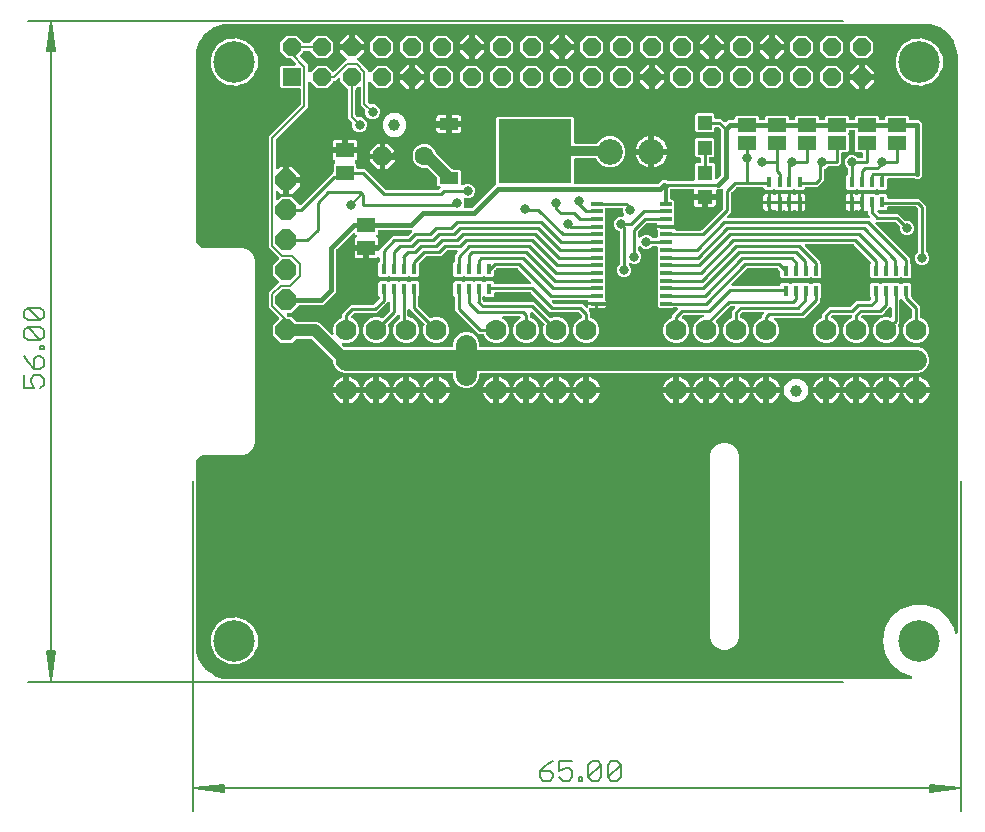
<source format=gbr>
G04 EAGLE Gerber RS-274X export*
G75*
%MOMM*%
%FSLAX34Y34*%
%LPD*%
%INTop Copper*%
%IPPOS*%
%AMOC8*
5,1,8,0,0,1.08239X$1,22.5*%
G01*
%ADD10C,0.130000*%
%ADD11C,0.152400*%
%ADD12R,0.990600X0.304800*%
%ADD13R,1.600200X1.168400*%
%ADD14R,1.500000X1.300000*%
%ADD15C,2.184400*%
%ADD16C,3.516000*%
%ADD17C,1.000000*%
%ADD18R,6.200000X5.400000*%
%ADD19R,1.600000X1.000000*%
%ADD20R,1.200000X1.200000*%
%ADD21R,1.300000X1.200000*%
%ADD22P,1.732040X8X202.500000*%
%ADD23C,1.600200*%
%ADD24P,1.924489X8X202.500000*%
%ADD25C,1.778000*%
%ADD26R,0.450000X0.900000*%
%ADD27R,1.524000X1.524000*%
%ADD28P,1.649562X8X22.500000*%
%ADD29C,0.254000*%
%ADD30C,1.016000*%
%ADD31C,1.778000*%
%ADD32C,0.906400*%
%ADD33C,0.203200*%
%ADD34C,0.800100*%
%ADD35C,0.609600*%
%ADD36C,0.406400*%
%ADD37C,0.304800*%
%ADD38C,0.812800*%

G36*
X607873Y2553D02*
X607873Y2553D01*
X607970Y2556D01*
X608030Y2573D01*
X608092Y2581D01*
X608182Y2616D01*
X608276Y2643D01*
X608330Y2675D01*
X608387Y2698D01*
X608466Y2755D01*
X608550Y2804D01*
X608594Y2848D01*
X608645Y2884D01*
X608707Y2959D01*
X608776Y3028D01*
X608808Y3082D01*
X608848Y3129D01*
X608889Y3217D01*
X608939Y3301D01*
X608957Y3361D01*
X608983Y3417D01*
X609001Y3513D01*
X609029Y3606D01*
X609031Y3668D01*
X609043Y3729D01*
X609037Y3827D01*
X609040Y3924D01*
X609027Y3985D01*
X609023Y4047D01*
X608993Y4139D01*
X608972Y4235D01*
X608944Y4290D01*
X608925Y4349D01*
X608873Y4432D01*
X608829Y4519D01*
X608788Y4565D01*
X608755Y4618D01*
X608684Y4685D01*
X608620Y4758D01*
X608569Y4793D01*
X608523Y4836D01*
X608438Y4883D01*
X608358Y4938D01*
X608262Y4980D01*
X608245Y4990D01*
X608234Y4992D01*
X608210Y5003D01*
X599509Y8170D01*
X591267Y15086D01*
X585887Y24404D01*
X584019Y35000D01*
X585887Y45596D01*
X591267Y54914D01*
X599509Y61830D01*
X609620Y65510D01*
X620380Y65510D01*
X630491Y61830D01*
X638733Y54914D01*
X644113Y45596D01*
X644798Y41710D01*
X644812Y41663D01*
X644819Y41615D01*
X644859Y41512D01*
X644892Y41406D01*
X644918Y41364D01*
X644936Y41319D01*
X645001Y41229D01*
X645059Y41135D01*
X645094Y41101D01*
X645122Y41061D01*
X645208Y40991D01*
X645287Y40914D01*
X645330Y40890D01*
X645367Y40859D01*
X645467Y40812D01*
X645564Y40757D01*
X645611Y40744D01*
X645655Y40723D01*
X645764Y40702D01*
X645871Y40673D01*
X645920Y40673D01*
X645968Y40663D01*
X646078Y40670D01*
X646189Y40669D01*
X646236Y40680D01*
X646285Y40683D01*
X646390Y40717D01*
X646498Y40743D01*
X646541Y40766D01*
X646587Y40781D01*
X646681Y40840D01*
X646779Y40892D01*
X646815Y40925D01*
X646856Y40951D01*
X646932Y41032D01*
X647014Y41106D01*
X647041Y41147D01*
X647074Y41183D01*
X647127Y41280D01*
X647188Y41372D01*
X647204Y41419D01*
X647228Y41461D01*
X647255Y41568D01*
X647291Y41673D01*
X647295Y41722D01*
X647307Y41769D01*
X647317Y41930D01*
X647317Y171213D01*
X647322Y171224D01*
X647370Y171310D01*
X647385Y171369D01*
X647409Y171425D01*
X647424Y171523D01*
X647449Y171618D01*
X647455Y171718D01*
X647459Y171739D01*
X647457Y171751D01*
X647459Y171779D01*
X647459Y530000D01*
X647457Y530022D01*
X647455Y530100D01*
X647133Y534197D01*
X647119Y534264D01*
X647115Y534333D01*
X647075Y534489D01*
X644543Y542282D01*
X644492Y542390D01*
X644449Y542500D01*
X644416Y542551D01*
X644407Y542570D01*
X644394Y542586D01*
X644362Y542636D01*
X639546Y549265D01*
X639465Y549352D01*
X639389Y549443D01*
X639342Y549482D01*
X639328Y549497D01*
X639311Y549508D01*
X639265Y549546D01*
X632636Y554362D01*
X632532Y554420D01*
X632432Y554483D01*
X632375Y554506D01*
X632357Y554516D01*
X632338Y554521D01*
X632282Y554543D01*
X624489Y557075D01*
X624421Y557088D01*
X624356Y557110D01*
X624197Y557133D01*
X620100Y557455D01*
X620078Y557454D01*
X620000Y557459D01*
X551779Y557459D01*
X551681Y557447D01*
X551582Y557444D01*
X551523Y557427D01*
X551463Y557419D01*
X551371Y557383D01*
X551276Y557355D01*
X551224Y557325D01*
X551205Y557317D01*
X28196Y557317D01*
X28174Y557315D01*
X28096Y557313D01*
X25803Y557133D01*
X25736Y557119D01*
X25667Y557115D01*
X25511Y557075D01*
X17718Y554543D01*
X17610Y554492D01*
X17500Y554449D01*
X17449Y554416D01*
X17430Y554407D01*
X17414Y554394D01*
X17364Y554362D01*
X10735Y549546D01*
X10648Y549465D01*
X10557Y549389D01*
X10518Y549342D01*
X10503Y549328D01*
X10492Y549311D01*
X10454Y549265D01*
X5638Y542636D01*
X5580Y542532D01*
X5517Y542432D01*
X5494Y542375D01*
X5484Y542357D01*
X5479Y542338D01*
X5457Y542282D01*
X2925Y534489D01*
X2912Y534422D01*
X2890Y534356D01*
X2867Y534197D01*
X2545Y530100D01*
X2546Y530078D01*
X2541Y530000D01*
X2541Y375000D01*
X2543Y374980D01*
X2547Y374876D01*
X2666Y373668D01*
X2689Y373564D01*
X2704Y373459D01*
X2732Y373379D01*
X2736Y373358D01*
X2744Y373344D01*
X2756Y373307D01*
X3681Y371075D01*
X3685Y371067D01*
X3688Y371058D01*
X3764Y370928D01*
X3838Y370799D01*
X3845Y370792D01*
X3849Y370784D01*
X3956Y370664D01*
X5664Y368956D01*
X5671Y368950D01*
X5677Y368943D01*
X5796Y368853D01*
X5915Y368761D01*
X5923Y368757D01*
X5931Y368751D01*
X6075Y368681D01*
X8307Y367756D01*
X8409Y367728D01*
X8509Y367692D01*
X8592Y367678D01*
X8613Y367672D01*
X8629Y367672D01*
X8668Y367666D01*
X9876Y367547D01*
X9895Y367547D01*
X10000Y367541D01*
X42495Y367541D01*
X47104Y365632D01*
X50632Y362104D01*
X52541Y357495D01*
X52541Y202505D01*
X50632Y197896D01*
X47104Y194368D01*
X42495Y192459D01*
X10000Y192459D01*
X9980Y192457D01*
X9876Y192453D01*
X8668Y192334D01*
X8564Y192311D01*
X8459Y192296D01*
X8379Y192268D01*
X8358Y192264D01*
X8344Y192256D01*
X8307Y192244D01*
X6075Y191319D01*
X6067Y191315D01*
X6058Y191312D01*
X5928Y191236D01*
X5799Y191162D01*
X5792Y191155D01*
X5784Y191151D01*
X5664Y191044D01*
X3956Y189336D01*
X3950Y189329D01*
X3943Y189323D01*
X3853Y189204D01*
X3761Y189085D01*
X3757Y189077D01*
X3751Y189069D01*
X3681Y188925D01*
X2756Y186693D01*
X2728Y186591D01*
X2692Y186491D01*
X2678Y186408D01*
X2672Y186387D01*
X2672Y186371D01*
X2666Y186332D01*
X2547Y185124D01*
X2547Y185105D01*
X2541Y185000D01*
X2541Y171779D01*
X2553Y171681D01*
X2556Y171582D01*
X2573Y171524D01*
X2581Y171463D01*
X2617Y171371D01*
X2645Y171276D01*
X2675Y171224D01*
X2683Y171205D01*
X2683Y28196D01*
X2685Y28174D01*
X2687Y28096D01*
X2867Y25803D01*
X2881Y25736D01*
X2885Y25667D01*
X2925Y25511D01*
X5457Y17718D01*
X5508Y17610D01*
X5551Y17500D01*
X5584Y17449D01*
X5593Y17430D01*
X5606Y17414D01*
X5638Y17364D01*
X10454Y10735D01*
X10535Y10648D01*
X10611Y10557D01*
X10658Y10518D01*
X10672Y10503D01*
X10689Y10492D01*
X10735Y10454D01*
X10810Y10399D01*
X17364Y5638D01*
X17468Y5580D01*
X17568Y5517D01*
X17625Y5494D01*
X17643Y5484D01*
X17662Y5479D01*
X17718Y5457D01*
X25511Y2925D01*
X25579Y2912D01*
X25644Y2890D01*
X25803Y2867D01*
X28096Y2687D01*
X28118Y2688D01*
X28196Y2683D01*
X551213Y2683D01*
X551224Y2678D01*
X551310Y2630D01*
X551369Y2615D01*
X551425Y2591D01*
X551523Y2576D01*
X551618Y2551D01*
X551718Y2545D01*
X551739Y2541D01*
X551751Y2543D01*
X551779Y2541D01*
X607776Y2541D01*
X607873Y2553D01*
G37*
%LPC*%
G36*
X229277Y248937D02*
X229277Y248937D01*
X225263Y250600D01*
X222190Y253673D01*
X220527Y257687D01*
X220527Y260368D01*
X220512Y260486D01*
X220505Y260605D01*
X220492Y260643D01*
X220487Y260684D01*
X220444Y260794D01*
X220407Y260907D01*
X220385Y260942D01*
X220370Y260979D01*
X220301Y261075D01*
X220237Y261176D01*
X220207Y261204D01*
X220184Y261237D01*
X220092Y261313D01*
X220005Y261394D01*
X219970Y261414D01*
X219939Y261439D01*
X219831Y261490D01*
X219727Y261548D01*
X219687Y261558D01*
X219651Y261575D01*
X219534Y261597D01*
X219419Y261627D01*
X219359Y261631D01*
X219339Y261635D01*
X219318Y261633D01*
X219258Y261637D01*
X127677Y261637D01*
X123663Y263300D01*
X120590Y266373D01*
X118927Y270387D01*
X118927Y271628D01*
X118915Y271726D01*
X118912Y271825D01*
X118906Y271847D01*
X118905Y271859D01*
X118894Y271893D01*
X118887Y271944D01*
X118851Y272036D01*
X118823Y272131D01*
X118809Y272156D01*
X118807Y272161D01*
X118792Y272185D01*
X118770Y272239D01*
X118712Y272319D01*
X118662Y272405D01*
X118596Y272480D01*
X118584Y272497D01*
X118574Y272504D01*
X118556Y272526D01*
X100606Y290476D01*
X100527Y290536D01*
X100455Y290604D01*
X100402Y290633D01*
X100354Y290670D01*
X100263Y290710D01*
X100177Y290758D01*
X100118Y290773D01*
X100062Y290797D01*
X99964Y290812D01*
X99869Y290837D01*
X99769Y290843D01*
X99748Y290847D01*
X99736Y290845D01*
X99708Y290847D01*
X87910Y290847D01*
X87812Y290835D01*
X87713Y290832D01*
X87655Y290815D01*
X87595Y290807D01*
X87502Y290771D01*
X87407Y290743D01*
X87355Y290713D01*
X87299Y290690D01*
X87219Y290632D01*
X87133Y290582D01*
X87058Y290516D01*
X87042Y290504D01*
X87034Y290494D01*
X87013Y290476D01*
X83574Y287037D01*
X74526Y287037D01*
X68127Y293436D01*
X68127Y302484D01*
X72532Y306889D01*
X72605Y306983D01*
X72683Y307072D01*
X72702Y307108D01*
X72727Y307140D01*
X72774Y307250D01*
X72828Y307355D01*
X72837Y307395D01*
X72853Y307432D01*
X72872Y307550D01*
X72898Y307666D01*
X72897Y307706D01*
X72903Y307746D01*
X72892Y307865D01*
X72888Y307984D01*
X72877Y308022D01*
X72873Y308063D01*
X72833Y308175D01*
X72800Y308289D01*
X72779Y308324D01*
X72765Y308362D01*
X72698Y308461D01*
X72638Y308563D01*
X72598Y308608D01*
X72587Y308625D01*
X72572Y308639D01*
X72532Y308684D01*
X64063Y317152D01*
X64063Y329568D01*
X66221Y331725D01*
X70685Y336189D01*
X72532Y338036D01*
X72605Y338130D01*
X72683Y338220D01*
X72702Y338255D01*
X72727Y338287D01*
X72774Y338397D01*
X72828Y338503D01*
X72837Y338542D01*
X72853Y338579D01*
X72872Y338697D01*
X72898Y338813D01*
X72897Y338853D01*
X72903Y338893D01*
X72892Y339012D01*
X72888Y339131D01*
X72877Y339170D01*
X72873Y339210D01*
X72833Y339322D01*
X72800Y339436D01*
X72779Y339471D01*
X72765Y339509D01*
X72699Y339608D01*
X72638Y339710D01*
X72598Y339756D01*
X72587Y339772D01*
X72572Y339786D01*
X72532Y339831D01*
X68127Y344236D01*
X68127Y353284D01*
X72532Y357689D01*
X72605Y357783D01*
X72684Y357872D01*
X72702Y357908D01*
X72727Y357940D01*
X72774Y358049D01*
X72828Y358155D01*
X72837Y358195D01*
X72853Y358232D01*
X72872Y358350D01*
X72898Y358466D01*
X72897Y358506D01*
X72903Y358546D01*
X72892Y358665D01*
X72888Y358784D01*
X72877Y358822D01*
X72873Y358863D01*
X72833Y358975D01*
X72800Y359089D01*
X72779Y359124D01*
X72765Y359162D01*
X72699Y359261D01*
X72638Y359363D01*
X72598Y359408D01*
X72587Y359425D01*
X72572Y359439D01*
X72532Y359484D01*
X72209Y359807D01*
X64063Y367952D01*
X64063Y462012D01*
X90948Y488897D01*
X91008Y488975D01*
X91076Y489047D01*
X91105Y489100D01*
X91142Y489148D01*
X91182Y489239D01*
X91230Y489325D01*
X91245Y489384D01*
X91269Y489440D01*
X91284Y489538D01*
X91309Y489633D01*
X91315Y489733D01*
X91319Y489754D01*
X91317Y489766D01*
X91319Y489794D01*
X91319Y501378D01*
X91304Y501496D01*
X91297Y501615D01*
X91284Y501653D01*
X91279Y501694D01*
X91236Y501804D01*
X91199Y501917D01*
X91177Y501952D01*
X91162Y501989D01*
X91093Y502085D01*
X91029Y502186D01*
X90999Y502214D01*
X90976Y502247D01*
X90884Y502323D01*
X90797Y502404D01*
X90762Y502424D01*
X90731Y502449D01*
X90623Y502500D01*
X90519Y502558D01*
X90479Y502568D01*
X90443Y502585D01*
X90326Y502607D01*
X90211Y502637D01*
X90151Y502641D01*
X90131Y502645D01*
X90110Y502643D01*
X90050Y502647D01*
X75238Y502647D01*
X74047Y503838D01*
X74047Y520762D01*
X75238Y521953D01*
X86222Y521953D01*
X86360Y521970D01*
X86498Y521983D01*
X86517Y521990D01*
X86538Y521993D01*
X86667Y522044D01*
X86798Y522091D01*
X86814Y522102D01*
X86833Y522110D01*
X86946Y522191D01*
X87061Y522269D01*
X87074Y522285D01*
X87091Y522296D01*
X87179Y522404D01*
X87271Y522508D01*
X87280Y522526D01*
X87293Y522541D01*
X87353Y522667D01*
X87416Y522791D01*
X87420Y522811D01*
X87429Y522829D01*
X87455Y522965D01*
X87485Y523101D01*
X87485Y523122D01*
X87489Y523141D01*
X87480Y523280D01*
X87476Y523419D01*
X87470Y523439D01*
X87469Y523459D01*
X87426Y523591D01*
X87387Y523725D01*
X87377Y523742D01*
X87371Y523761D01*
X87297Y523879D01*
X87226Y523999D01*
X87207Y524020D01*
X87201Y524030D01*
X87186Y524044D01*
X87119Y524119D01*
X83563Y527676D01*
X83485Y527736D01*
X83413Y527804D01*
X83360Y527833D01*
X83312Y527870D01*
X83221Y527910D01*
X83135Y527958D01*
X83076Y527973D01*
X83020Y527997D01*
X82922Y528012D01*
X82827Y528037D01*
X82727Y528043D01*
X82706Y528047D01*
X82694Y528045D01*
X82666Y528047D01*
X79702Y528047D01*
X74047Y533702D01*
X74047Y541698D01*
X79702Y547353D01*
X87698Y547353D01*
X93421Y541630D01*
X93436Y541592D01*
X93473Y541479D01*
X93495Y541444D01*
X93510Y541407D01*
X93579Y541311D01*
X93643Y541210D01*
X93673Y541182D01*
X93696Y541149D01*
X93788Y541073D01*
X93875Y540992D01*
X93910Y540972D01*
X93941Y540947D01*
X94049Y540896D01*
X94153Y540838D01*
X94193Y540828D01*
X94229Y540811D01*
X94346Y540789D01*
X94461Y540759D01*
X94521Y540755D01*
X94541Y540751D01*
X94562Y540753D01*
X94622Y540749D01*
X98178Y540749D01*
X98296Y540764D01*
X98415Y540771D01*
X98453Y540784D01*
X98494Y540789D01*
X98604Y540832D01*
X98717Y540869D01*
X98752Y540891D01*
X98789Y540906D01*
X98885Y540975D01*
X98986Y541039D01*
X99014Y541069D01*
X99047Y541092D01*
X99123Y541184D01*
X99204Y541271D01*
X99224Y541306D01*
X99249Y541337D01*
X99300Y541445D01*
X99358Y541549D01*
X99368Y541589D01*
X99385Y541625D01*
X99387Y541638D01*
X105102Y547353D01*
X113098Y547353D01*
X118753Y541698D01*
X118753Y533702D01*
X113098Y528047D01*
X105102Y528047D01*
X99379Y533770D01*
X99364Y533808D01*
X99327Y533921D01*
X99305Y533956D01*
X99290Y533993D01*
X99221Y534089D01*
X99157Y534190D01*
X99127Y534218D01*
X99104Y534251D01*
X99012Y534327D01*
X98925Y534408D01*
X98890Y534428D01*
X98859Y534453D01*
X98751Y534504D01*
X98647Y534562D01*
X98607Y534572D01*
X98571Y534589D01*
X98454Y534611D01*
X98339Y534641D01*
X98279Y534645D01*
X98259Y534649D01*
X98238Y534647D01*
X98178Y534651D01*
X94622Y534651D01*
X94504Y534636D01*
X94385Y534629D01*
X94347Y534616D01*
X94306Y534611D01*
X94196Y534568D01*
X94083Y534531D01*
X94048Y534509D01*
X94011Y534494D01*
X93915Y534425D01*
X93814Y534361D01*
X93786Y534331D01*
X93753Y534308D01*
X93677Y534216D01*
X93596Y534129D01*
X93576Y534094D01*
X93551Y534063D01*
X93500Y533955D01*
X93442Y533851D01*
X93432Y533811D01*
X93415Y533775D01*
X93413Y533762D01*
X90654Y531003D01*
X90581Y530909D01*
X90502Y530820D01*
X90484Y530784D01*
X90459Y530752D01*
X90412Y530642D01*
X90358Y530536D01*
X90349Y530497D01*
X90333Y530460D01*
X90314Y530342D01*
X90288Y530226D01*
X90289Y530186D01*
X90283Y530146D01*
X90294Y530027D01*
X90298Y529908D01*
X90309Y529869D01*
X90313Y529829D01*
X90353Y529717D01*
X90386Y529603D01*
X90407Y529568D01*
X90420Y529530D01*
X90487Y529431D01*
X90548Y529329D01*
X90587Y529284D01*
X90599Y529267D01*
X90614Y529253D01*
X90654Y529208D01*
X95259Y524603D01*
X97417Y522445D01*
X97417Y517332D01*
X97434Y517194D01*
X97447Y517056D01*
X97454Y517036D01*
X97457Y517016D01*
X97508Y516887D01*
X97555Y516756D01*
X97566Y516740D01*
X97574Y516721D01*
X97655Y516608D01*
X97733Y516493D01*
X97749Y516480D01*
X97760Y516463D01*
X97868Y516375D01*
X97972Y516283D01*
X97990Y516274D01*
X98005Y516261D01*
X98131Y516201D01*
X98255Y516138D01*
X98275Y516134D01*
X98293Y516125D01*
X98429Y516099D01*
X98565Y516068D01*
X98586Y516069D01*
X98605Y516065D01*
X98744Y516074D01*
X98883Y516078D01*
X98903Y516084D01*
X98923Y516085D01*
X99055Y516128D01*
X99189Y516167D01*
X99206Y516177D01*
X99225Y516183D01*
X99343Y516258D01*
X99463Y516328D01*
X99484Y516347D01*
X99494Y516353D01*
X99508Y516368D01*
X99583Y516434D01*
X105102Y521953D01*
X113098Y521953D01*
X118029Y517022D01*
X118123Y516949D01*
X118212Y516870D01*
X118248Y516852D01*
X118280Y516827D01*
X118389Y516780D01*
X118495Y516726D01*
X118535Y516717D01*
X118572Y516701D01*
X118690Y516682D01*
X118806Y516656D01*
X118846Y516657D01*
X118886Y516651D01*
X119005Y516662D01*
X119123Y516666D01*
X119162Y516677D01*
X119203Y516681D01*
X119315Y516721D01*
X119429Y516754D01*
X119464Y516775D01*
X119502Y516788D01*
X119600Y516855D01*
X119703Y516916D01*
X119748Y516956D01*
X119765Y516967D01*
X119778Y516982D01*
X119824Y517022D01*
X128828Y526027D01*
X128887Y526034D01*
X129026Y526047D01*
X129045Y526054D01*
X129065Y526057D01*
X129194Y526108D01*
X129325Y526155D01*
X129342Y526166D01*
X129361Y526174D01*
X129473Y526255D01*
X129588Y526333D01*
X129602Y526349D01*
X129618Y526360D01*
X129707Y526468D01*
X129799Y526572D01*
X129808Y526590D01*
X129821Y526605D01*
X129880Y526731D01*
X129943Y526855D01*
X129948Y526875D01*
X129957Y526893D01*
X129983Y527029D01*
X130013Y527165D01*
X130012Y527186D01*
X130016Y527205D01*
X130008Y527344D01*
X130003Y527483D01*
X129998Y527503D01*
X129997Y527523D01*
X129954Y527655D01*
X129915Y527789D01*
X129905Y527806D01*
X129899Y527825D01*
X129824Y527943D01*
X129753Y528063D01*
X129735Y528084D01*
X129728Y528094D01*
X129713Y528108D01*
X129647Y528183D01*
X124339Y533491D01*
X124339Y535161D01*
X133230Y535161D01*
X133348Y535176D01*
X133467Y535183D01*
X133505Y535196D01*
X133545Y535201D01*
X133656Y535244D01*
X133769Y535281D01*
X133803Y535303D01*
X133841Y535318D01*
X133937Y535388D01*
X134038Y535451D01*
X134066Y535481D01*
X134098Y535504D01*
X134174Y535596D01*
X134256Y535683D01*
X134275Y535718D01*
X134301Y535749D01*
X134352Y535857D01*
X134409Y535961D01*
X134420Y536001D01*
X134437Y536037D01*
X134459Y536154D01*
X134489Y536269D01*
X134493Y536330D01*
X134497Y536350D01*
X134495Y536370D01*
X134499Y536430D01*
X134499Y537701D01*
X134501Y537701D01*
X134501Y536430D01*
X134516Y536312D01*
X134523Y536193D01*
X134536Y536155D01*
X134541Y536114D01*
X134585Y536004D01*
X134621Y535891D01*
X134643Y535856D01*
X134658Y535819D01*
X134728Y535723D01*
X134791Y535622D01*
X134821Y535594D01*
X134845Y535561D01*
X134936Y535486D01*
X135023Y535404D01*
X135058Y535384D01*
X135090Y535359D01*
X135197Y535308D01*
X135302Y535250D01*
X135341Y535240D01*
X135377Y535223D01*
X135494Y535201D01*
X135609Y535171D01*
X135670Y535167D01*
X135690Y535163D01*
X135710Y535165D01*
X135770Y535161D01*
X144661Y535161D01*
X144661Y533491D01*
X139353Y528183D01*
X139268Y528074D01*
X139179Y527967D01*
X139170Y527948D01*
X139158Y527932D01*
X139102Y527804D01*
X139043Y527679D01*
X139040Y527659D01*
X139032Y527640D01*
X139010Y527502D01*
X138984Y527366D01*
X138985Y527346D01*
X138982Y527326D01*
X138995Y527187D01*
X139003Y527049D01*
X139010Y527030D01*
X139012Y527010D01*
X139059Y526878D01*
X139101Y526747D01*
X139112Y526729D01*
X139119Y526710D01*
X139197Y526595D01*
X139272Y526478D01*
X139286Y526464D01*
X139298Y526447D01*
X139402Y526355D01*
X139503Y526260D01*
X139521Y526250D01*
X139536Y526237D01*
X139660Y526173D01*
X139782Y526106D01*
X139801Y526101D01*
X139819Y526092D01*
X139955Y526062D01*
X140090Y526027D01*
X140118Y526025D01*
X140130Y526022D01*
X140150Y526023D01*
X140177Y526021D01*
X148217Y517982D01*
X148217Y517332D01*
X148234Y517194D01*
X148247Y517056D01*
X148254Y517036D01*
X148257Y517016D01*
X148308Y516887D01*
X148355Y516756D01*
X148366Y516740D01*
X148374Y516721D01*
X148455Y516608D01*
X148533Y516493D01*
X148549Y516480D01*
X148560Y516463D01*
X148668Y516375D01*
X148772Y516283D01*
X148790Y516274D01*
X148805Y516261D01*
X148931Y516201D01*
X149055Y516138D01*
X149075Y516134D01*
X149093Y516125D01*
X149229Y516099D01*
X149365Y516068D01*
X149386Y516069D01*
X149405Y516065D01*
X149544Y516074D01*
X149683Y516078D01*
X149703Y516084D01*
X149723Y516085D01*
X149855Y516128D01*
X149989Y516167D01*
X150006Y516177D01*
X150025Y516183D01*
X150143Y516258D01*
X150263Y516328D01*
X150284Y516347D01*
X150294Y516353D01*
X150308Y516368D01*
X150383Y516434D01*
X155902Y521953D01*
X163898Y521953D01*
X169553Y516298D01*
X169553Y508302D01*
X163898Y502647D01*
X155902Y502647D01*
X150383Y508166D01*
X150274Y508251D01*
X150167Y508339D01*
X150148Y508348D01*
X150132Y508360D01*
X150004Y508416D01*
X149879Y508475D01*
X149859Y508479D01*
X149840Y508487D01*
X149702Y508509D01*
X149566Y508535D01*
X149546Y508533D01*
X149526Y508537D01*
X149387Y508524D01*
X149249Y508515D01*
X149230Y508509D01*
X149210Y508507D01*
X149078Y508460D01*
X148947Y508417D01*
X148929Y508406D01*
X148910Y508399D01*
X148795Y508321D01*
X148678Y508247D01*
X148664Y508232D01*
X148647Y508221D01*
X148555Y508116D01*
X148460Y508015D01*
X148450Y507997D01*
X148437Y507982D01*
X148373Y507858D01*
X148306Y507737D01*
X148301Y507717D01*
X148292Y507699D01*
X148262Y507563D01*
X148227Y507429D01*
X148225Y507401D01*
X148222Y507389D01*
X148223Y507368D01*
X148217Y507268D01*
X148217Y491621D01*
X148229Y491522D01*
X148232Y491423D01*
X148249Y491365D01*
X148257Y491305D01*
X148293Y491213D01*
X148321Y491118D01*
X148351Y491066D01*
X148374Y491009D01*
X148432Y490929D01*
X148482Y490844D01*
X148548Y490769D01*
X148560Y490752D01*
X148570Y490744D01*
X148588Y490723D01*
X149907Y489405D01*
X149985Y489344D01*
X150057Y489276D01*
X150110Y489247D01*
X150158Y489210D01*
X150249Y489171D01*
X150335Y489123D01*
X150394Y489108D01*
X150450Y489084D01*
X150548Y489068D01*
X150643Y489043D01*
X150743Y489037D01*
X150764Y489034D01*
X150776Y489035D01*
X150804Y489033D01*
X153200Y489033D01*
X155418Y488115D01*
X157115Y486418D01*
X158033Y484200D01*
X158033Y481800D01*
X157115Y479582D01*
X155418Y477885D01*
X153200Y476967D01*
X150800Y476967D01*
X148582Y477885D01*
X146885Y479582D01*
X145967Y481800D01*
X145967Y484196D01*
X145954Y484294D01*
X145951Y484393D01*
X145935Y484451D01*
X145927Y484511D01*
X145890Y484604D01*
X145863Y484699D01*
X145832Y484751D01*
X145810Y484807D01*
X145752Y484887D01*
X145701Y484973D01*
X145635Y485048D01*
X145623Y485064D01*
X145614Y485072D01*
X145595Y485093D01*
X142119Y488569D01*
X142119Y503204D01*
X142102Y503342D01*
X142089Y503480D01*
X142082Y503500D01*
X142079Y503520D01*
X142028Y503648D01*
X141981Y503780D01*
X141970Y503796D01*
X141962Y503815D01*
X141881Y503928D01*
X141803Y504043D01*
X141787Y504056D01*
X141776Y504073D01*
X141668Y504161D01*
X141564Y504253D01*
X141546Y504262D01*
X141531Y504275D01*
X141405Y504335D01*
X141281Y504398D01*
X141261Y504402D01*
X141243Y504411D01*
X141106Y504437D01*
X140971Y504468D01*
X140950Y504467D01*
X140931Y504471D01*
X140792Y504462D01*
X140653Y504458D01*
X140633Y504452D01*
X140613Y504451D01*
X140481Y504408D01*
X140347Y504369D01*
X140330Y504359D01*
X140311Y504353D01*
X140193Y504278D01*
X140073Y504208D01*
X140052Y504189D01*
X140042Y504183D01*
X140028Y504168D01*
X139953Y504102D01*
X138430Y502579D01*
X138392Y502564D01*
X138279Y502527D01*
X138244Y502505D01*
X138207Y502490D01*
X138111Y502421D01*
X138010Y502357D01*
X137982Y502327D01*
X137949Y502304D01*
X137873Y502212D01*
X137792Y502125D01*
X137772Y502090D01*
X137747Y502059D01*
X137696Y501951D01*
X137638Y501847D01*
X137628Y501807D01*
X137611Y501771D01*
X137589Y501654D01*
X137559Y501539D01*
X137555Y501479D01*
X137551Y501459D01*
X137552Y501442D01*
X137551Y501436D01*
X137552Y501427D01*
X137549Y501378D01*
X137549Y480289D01*
X137561Y480190D01*
X137564Y480091D01*
X137581Y480033D01*
X137589Y479973D01*
X137625Y479881D01*
X137653Y479786D01*
X137683Y479734D01*
X137706Y479677D01*
X137764Y479597D01*
X137814Y479512D01*
X137880Y479437D01*
X137892Y479420D01*
X137902Y479412D01*
X137920Y479391D01*
X138907Y478405D01*
X138985Y478344D01*
X139057Y478276D01*
X139110Y478247D01*
X139158Y478210D01*
X139249Y478171D01*
X139335Y478123D01*
X139394Y478108D01*
X139450Y478084D01*
X139548Y478068D01*
X139643Y478043D01*
X139743Y478037D01*
X139764Y478034D01*
X139776Y478035D01*
X139804Y478033D01*
X142200Y478033D01*
X144418Y477115D01*
X146115Y475418D01*
X147033Y473200D01*
X147033Y470800D01*
X146115Y468582D01*
X144418Y466885D01*
X142200Y465967D01*
X139800Y465967D01*
X137582Y466885D01*
X135885Y468582D01*
X134967Y470800D01*
X134967Y473196D01*
X134954Y473294D01*
X134951Y473393D01*
X134935Y473451D01*
X134927Y473511D01*
X134890Y473604D01*
X134863Y473699D01*
X134832Y473751D01*
X134810Y473807D01*
X134752Y473887D01*
X134701Y473973D01*
X134635Y474048D01*
X134623Y474064D01*
X134614Y474072D01*
X134595Y474093D01*
X131451Y477237D01*
X131451Y501378D01*
X131436Y501496D01*
X131429Y501615D01*
X131416Y501653D01*
X131411Y501694D01*
X131368Y501804D01*
X131331Y501917D01*
X131309Y501952D01*
X131294Y501989D01*
X131225Y502085D01*
X131161Y502186D01*
X131131Y502214D01*
X131108Y502247D01*
X131016Y502323D01*
X130929Y502404D01*
X130894Y502424D01*
X130863Y502449D01*
X130755Y502500D01*
X130651Y502558D01*
X130611Y502568D01*
X130575Y502585D01*
X130562Y502587D01*
X124847Y508302D01*
X124847Y510358D01*
X124830Y510496D01*
X124817Y510635D01*
X124810Y510654D01*
X124807Y510674D01*
X124756Y510803D01*
X124709Y510934D01*
X124698Y510951D01*
X124690Y510970D01*
X124609Y511082D01*
X124531Y511197D01*
X124515Y511211D01*
X124504Y511227D01*
X124396Y511316D01*
X124292Y511408D01*
X124274Y511417D01*
X124259Y511430D01*
X124133Y511489D01*
X124009Y511552D01*
X123989Y511557D01*
X123971Y511565D01*
X123835Y511591D01*
X123699Y511622D01*
X123678Y511621D01*
X123659Y511625D01*
X123520Y511616D01*
X123381Y511612D01*
X123361Y511607D01*
X123341Y511605D01*
X123209Y511563D01*
X123075Y511524D01*
X123058Y511514D01*
X123039Y511507D01*
X122921Y511433D01*
X122801Y511362D01*
X122780Y511344D01*
X122770Y511337D01*
X122756Y511322D01*
X122681Y511256D01*
X120676Y509251D01*
X120022Y509251D01*
X119904Y509236D01*
X119785Y509229D01*
X119747Y509216D01*
X119706Y509211D01*
X119596Y509168D01*
X119483Y509131D01*
X119448Y509109D01*
X119411Y509094D01*
X119315Y509025D01*
X119214Y508961D01*
X119186Y508931D01*
X119153Y508908D01*
X119077Y508816D01*
X118996Y508729D01*
X118976Y508694D01*
X118951Y508663D01*
X118900Y508555D01*
X118842Y508451D01*
X118832Y508411D01*
X118815Y508375D01*
X118813Y508362D01*
X113098Y502647D01*
X105102Y502647D01*
X99583Y508166D01*
X99474Y508251D01*
X99367Y508339D01*
X99348Y508348D01*
X99332Y508360D01*
X99204Y508416D01*
X99079Y508475D01*
X99059Y508479D01*
X99040Y508487D01*
X98902Y508509D01*
X98766Y508535D01*
X98746Y508533D01*
X98726Y508537D01*
X98587Y508524D01*
X98449Y508515D01*
X98430Y508509D01*
X98410Y508507D01*
X98278Y508460D01*
X98147Y508417D01*
X98129Y508406D01*
X98110Y508399D01*
X97995Y508321D01*
X97878Y508247D01*
X97864Y508232D01*
X97847Y508221D01*
X97755Y508116D01*
X97660Y508015D01*
X97650Y507997D01*
X97637Y507982D01*
X97573Y507858D01*
X97506Y507737D01*
X97501Y507717D01*
X97492Y507699D01*
X97462Y507563D01*
X97427Y507429D01*
X97425Y507401D01*
X97422Y507389D01*
X97423Y507368D01*
X97417Y507268D01*
X97417Y486743D01*
X70532Y459858D01*
X70472Y459780D01*
X70404Y459708D01*
X70375Y459655D01*
X70338Y459607D01*
X70298Y459516D01*
X70250Y459429D01*
X70235Y459371D01*
X70211Y459315D01*
X70196Y459217D01*
X70171Y459122D01*
X70165Y459022D01*
X70161Y459001D01*
X70163Y458989D01*
X70161Y458961D01*
X70161Y435300D01*
X70178Y435163D01*
X70191Y435024D01*
X70198Y435005D01*
X70201Y434985D01*
X70252Y434856D01*
X70299Y434725D01*
X70310Y434708D01*
X70318Y434689D01*
X70399Y434577D01*
X70477Y434462D01*
X70493Y434448D01*
X70504Y434432D01*
X70612Y434343D01*
X70716Y434251D01*
X70734Y434242D01*
X70749Y434229D01*
X70875Y434170D01*
X70999Y434107D01*
X71019Y434102D01*
X71037Y434094D01*
X71173Y434067D01*
X71309Y434037D01*
X71330Y434038D01*
X71349Y434034D01*
X71488Y434042D01*
X71627Y434047D01*
X71647Y434052D01*
X71667Y434053D01*
X71799Y434096D01*
X71933Y434135D01*
X71950Y434145D01*
X71969Y434152D01*
X72087Y434226D01*
X72207Y434297D01*
X72228Y434315D01*
X72238Y434322D01*
X72252Y434337D01*
X72327Y434403D01*
X74315Y436391D01*
X76511Y436391D01*
X76511Y426230D01*
X76526Y426112D01*
X76533Y425993D01*
X76546Y425955D01*
X76551Y425915D01*
X76594Y425804D01*
X76631Y425691D01*
X76653Y425657D01*
X76668Y425619D01*
X76738Y425523D01*
X76801Y425422D01*
X76831Y425394D01*
X76854Y425362D01*
X76946Y425286D01*
X77033Y425204D01*
X77068Y425185D01*
X77099Y425159D01*
X77207Y425108D01*
X77311Y425051D01*
X77351Y425040D01*
X77387Y425023D01*
X77504Y425001D01*
X77619Y424971D01*
X77680Y424967D01*
X77700Y424963D01*
X77720Y424965D01*
X77780Y424961D01*
X79051Y424961D01*
X79051Y424959D01*
X77780Y424959D01*
X77662Y424944D01*
X77543Y424937D01*
X77505Y424924D01*
X77464Y424919D01*
X77354Y424875D01*
X77241Y424839D01*
X77206Y424817D01*
X77169Y424802D01*
X77073Y424732D01*
X76972Y424669D01*
X76944Y424639D01*
X76911Y424615D01*
X76836Y424524D01*
X76754Y424437D01*
X76734Y424402D01*
X76709Y424370D01*
X76658Y424263D01*
X76600Y424158D01*
X76590Y424119D01*
X76573Y424083D01*
X76551Y423966D01*
X76521Y423851D01*
X76517Y423790D01*
X76513Y423770D01*
X76515Y423750D01*
X76511Y423690D01*
X76511Y413529D01*
X74315Y413529D01*
X72327Y415517D01*
X72218Y415602D01*
X72111Y415691D01*
X72092Y415700D01*
X72076Y415712D01*
X71948Y415767D01*
X71823Y415826D01*
X71803Y415830D01*
X71784Y415838D01*
X71646Y415860D01*
X71510Y415886D01*
X71490Y415885D01*
X71470Y415888D01*
X71331Y415875D01*
X71193Y415867D01*
X71174Y415860D01*
X71154Y415858D01*
X71022Y415811D01*
X70891Y415768D01*
X70873Y415758D01*
X70854Y415751D01*
X70739Y415673D01*
X70622Y415598D01*
X70608Y415584D01*
X70591Y415572D01*
X70499Y415468D01*
X70404Y415367D01*
X70394Y415349D01*
X70381Y415334D01*
X70317Y415210D01*
X70250Y415088D01*
X70245Y415069D01*
X70236Y415051D01*
X70206Y414915D01*
X70171Y414780D01*
X70169Y414752D01*
X70166Y414740D01*
X70167Y414720D01*
X70161Y414620D01*
X70161Y409182D01*
X70178Y409044D01*
X70191Y408906D01*
X70198Y408887D01*
X70201Y408866D01*
X70252Y408738D01*
X70299Y408606D01*
X70310Y408590D01*
X70318Y408571D01*
X70399Y408458D01*
X70477Y408343D01*
X70493Y408330D01*
X70504Y408313D01*
X70612Y408225D01*
X70716Y408133D01*
X70734Y408124D01*
X70749Y408111D01*
X70875Y408051D01*
X70999Y407988D01*
X71019Y407984D01*
X71037Y407975D01*
X71173Y407949D01*
X71309Y407919D01*
X71330Y407919D01*
X71349Y407915D01*
X71488Y407924D01*
X71627Y407928D01*
X71647Y407934D01*
X71667Y407935D01*
X71799Y407978D01*
X71933Y408017D01*
X71950Y408027D01*
X71969Y408033D01*
X72087Y408108D01*
X72207Y408178D01*
X72228Y408197D01*
X72238Y408203D01*
X72252Y408218D01*
X72327Y408285D01*
X74526Y410483D01*
X83574Y410483D01*
X89891Y404166D01*
X89985Y404093D01*
X90074Y404015D01*
X90110Y403996D01*
X90142Y403971D01*
X90251Y403924D01*
X90357Y403870D01*
X90397Y403861D01*
X90434Y403845D01*
X90551Y403826D01*
X90667Y403800D01*
X90708Y403802D01*
X90748Y403795D01*
X90866Y403806D01*
X90985Y403810D01*
X91024Y403821D01*
X91064Y403825D01*
X91177Y403865D01*
X91291Y403898D01*
X91326Y403919D01*
X91364Y403933D01*
X91462Y404000D01*
X91565Y404060D01*
X91610Y404100D01*
X91627Y404111D01*
X91640Y404127D01*
X91686Y404166D01*
X116016Y428496D01*
X118676Y431156D01*
X118736Y431235D01*
X118804Y431307D01*
X118833Y431360D01*
X118870Y431408D01*
X118910Y431499D01*
X118958Y431585D01*
X118973Y431644D01*
X118997Y431699D01*
X119012Y431797D01*
X119037Y431893D01*
X119043Y431993D01*
X119047Y432014D01*
X119045Y432026D01*
X119047Y432054D01*
X119047Y438677D01*
X120032Y439661D01*
X120109Y439761D01*
X120191Y439856D01*
X120206Y439886D01*
X120227Y439913D01*
X120277Y440028D01*
X120333Y440141D01*
X120340Y440174D01*
X120353Y440205D01*
X120373Y440329D01*
X120399Y440452D01*
X120398Y440485D01*
X120403Y440519D01*
X120391Y440644D01*
X120386Y440769D01*
X120376Y440802D01*
X120373Y440835D01*
X120331Y440954D01*
X120294Y441074D01*
X120277Y441103D01*
X120266Y441135D01*
X120195Y441239D01*
X120130Y441346D01*
X120106Y441370D01*
X120087Y441398D01*
X119993Y441481D01*
X119903Y441569D01*
X119862Y441596D01*
X119849Y441608D01*
X119829Y441618D01*
X119769Y441658D01*
X119520Y441802D01*
X119047Y442275D01*
X118712Y442854D01*
X118539Y443501D01*
X118539Y447796D01*
X127310Y447796D01*
X127428Y447811D01*
X127547Y447818D01*
X127585Y447831D01*
X127625Y447836D01*
X127736Y447879D01*
X127849Y447916D01*
X127884Y447938D01*
X127921Y447953D01*
X128017Y448023D01*
X128118Y448086D01*
X128146Y448116D01*
X128178Y448140D01*
X128254Y448231D01*
X128336Y448318D01*
X128355Y448353D01*
X128381Y448384D01*
X128432Y448492D01*
X128489Y448596D01*
X128500Y448636D01*
X128517Y448672D01*
X128539Y448789D01*
X128569Y448904D01*
X128573Y448965D01*
X128577Y448985D01*
X128575Y449005D01*
X128579Y449065D01*
X128579Y450336D01*
X128581Y450336D01*
X128581Y449065D01*
X128596Y448947D01*
X128603Y448828D01*
X128616Y448790D01*
X128621Y448750D01*
X128665Y448639D01*
X128701Y448526D01*
X128723Y448491D01*
X128738Y448454D01*
X128808Y448358D01*
X128871Y448257D01*
X128901Y448229D01*
X128925Y448196D01*
X129016Y448121D01*
X129103Y448039D01*
X129138Y448019D01*
X129170Y447994D01*
X129277Y447943D01*
X129381Y447885D01*
X129421Y447875D01*
X129457Y447858D01*
X129574Y447836D01*
X129689Y447806D01*
X129750Y447802D01*
X129770Y447798D01*
X129790Y447800D01*
X129850Y447796D01*
X138621Y447796D01*
X138621Y443501D01*
X138448Y442854D01*
X138113Y442275D01*
X137640Y441802D01*
X137391Y441658D01*
X137291Y441582D01*
X137187Y441512D01*
X137165Y441486D01*
X137138Y441466D01*
X137060Y441367D01*
X136976Y441273D01*
X136961Y441243D01*
X136940Y441217D01*
X136889Y441102D01*
X136832Y440990D01*
X136824Y440957D01*
X136811Y440926D01*
X136790Y440802D01*
X136762Y440680D01*
X136763Y440646D01*
X136758Y440613D01*
X136768Y440487D01*
X136772Y440362D01*
X136781Y440329D01*
X136784Y440296D01*
X136825Y440177D01*
X136860Y440056D01*
X136877Y440027D01*
X136888Y439995D01*
X136958Y439891D01*
X137022Y439782D01*
X137054Y439746D01*
X137064Y439730D01*
X137080Y439716D01*
X137128Y439661D01*
X138113Y438677D01*
X138113Y435882D01*
X138128Y435764D01*
X138135Y435645D01*
X138148Y435607D01*
X138153Y435566D01*
X138196Y435456D01*
X138233Y435343D01*
X138255Y435308D01*
X138270Y435271D01*
X138339Y435175D01*
X138403Y435074D01*
X138433Y435046D01*
X138456Y435013D01*
X138548Y434937D01*
X138635Y434856D01*
X138670Y434836D01*
X138701Y434811D01*
X138809Y434760D01*
X138913Y434702D01*
X138953Y434692D01*
X138989Y434675D01*
X139106Y434653D01*
X139221Y434623D01*
X139281Y434619D01*
X139301Y434615D01*
X139322Y434617D01*
X139382Y434613D01*
X145188Y434613D01*
X162571Y417229D01*
X162650Y417169D01*
X162722Y417101D01*
X162775Y417072D01*
X162823Y417035D01*
X162914Y416995D01*
X163000Y416947D01*
X163059Y416932D01*
X163114Y416908D01*
X163212Y416893D01*
X163308Y416868D01*
X163408Y416862D01*
X163429Y416858D01*
X163441Y416860D01*
X163469Y416858D01*
X207941Y416858D01*
X208039Y416870D01*
X208138Y416873D01*
X208197Y416890D01*
X208257Y416898D01*
X208349Y416934D01*
X208444Y416962D01*
X208496Y416992D01*
X208552Y417015D01*
X208633Y417073D01*
X208718Y417123D01*
X208793Y417189D01*
X208810Y417201D01*
X208818Y417211D01*
X208839Y417229D01*
X209350Y417740D01*
X209435Y417850D01*
X209524Y417957D01*
X209532Y417976D01*
X209545Y417992D01*
X209600Y418120D01*
X209659Y418245D01*
X209663Y418265D01*
X209671Y418284D01*
X209693Y418422D01*
X209719Y418558D01*
X209718Y418578D01*
X209721Y418598D01*
X209708Y418737D01*
X209699Y418875D01*
X209693Y418894D01*
X209691Y418914D01*
X209644Y419045D01*
X209601Y419177D01*
X209590Y419195D01*
X209583Y419214D01*
X209506Y419328D01*
X209431Y419446D01*
X209416Y419460D01*
X209405Y419477D01*
X209301Y419569D01*
X209199Y419664D01*
X209182Y419674D01*
X209166Y419687D01*
X209043Y419750D01*
X208921Y419818D01*
X208901Y419823D01*
X208883Y419832D01*
X208747Y419862D01*
X208613Y419897D01*
X208585Y419899D01*
X208573Y419902D01*
X208552Y419901D01*
X208452Y419907D01*
X207758Y419907D01*
X206567Y421098D01*
X206567Y426388D01*
X206555Y426486D01*
X206552Y426585D01*
X206535Y426644D01*
X206527Y426704D01*
X206491Y426796D01*
X206463Y426891D01*
X206433Y426943D01*
X206410Y426999D01*
X206352Y427079D01*
X206302Y427165D01*
X206236Y427240D01*
X206224Y427257D01*
X206214Y427264D01*
X206196Y427286D01*
X198607Y434875D01*
X198528Y434935D01*
X198456Y435003D01*
X198403Y435032D01*
X198355Y435069D01*
X198264Y435109D01*
X198178Y435157D01*
X198119Y435172D01*
X198063Y435196D01*
X197966Y435211D01*
X197870Y435236D01*
X197770Y435242D01*
X197749Y435246D01*
X197737Y435244D01*
X197709Y435246D01*
X193894Y435246D01*
X190206Y436774D01*
X187384Y439596D01*
X185856Y443284D01*
X185856Y447276D01*
X187384Y450964D01*
X190206Y453786D01*
X193894Y455314D01*
X197886Y455314D01*
X201574Y453786D01*
X204396Y450964D01*
X205545Y448191D01*
X205549Y448183D01*
X205552Y448174D01*
X205628Y448045D01*
X205702Y447915D01*
X205709Y447908D01*
X205713Y447900D01*
X205820Y447779D01*
X219254Y434344D01*
X219333Y434284D01*
X219405Y434216D01*
X219458Y434187D01*
X219506Y434150D01*
X219597Y434110D01*
X219683Y434062D01*
X219742Y434047D01*
X219798Y434023D01*
X219895Y434008D01*
X219991Y433983D01*
X220091Y433977D01*
X220112Y433973D01*
X220124Y433975D01*
X220152Y433973D01*
X225442Y433973D01*
X226633Y432782D01*
X226633Y421579D01*
X226650Y421441D01*
X226663Y421303D01*
X226670Y421284D01*
X226673Y421264D01*
X226724Y421134D01*
X226771Y421004D01*
X226782Y420987D01*
X226790Y420968D01*
X226871Y420855D01*
X226949Y420740D01*
X226965Y420727D01*
X226976Y420711D01*
X227084Y420622D01*
X227188Y420530D01*
X227206Y420521D01*
X227221Y420508D01*
X227347Y420449D01*
X227471Y420385D01*
X227491Y420381D01*
X227509Y420372D01*
X227646Y420346D01*
X227781Y420316D01*
X227802Y420316D01*
X227821Y420313D01*
X227960Y420321D01*
X228099Y420325D01*
X228119Y420331D01*
X228139Y420332D01*
X228271Y420375D01*
X228405Y420414D01*
X228422Y420424D01*
X228441Y420430D01*
X228559Y420505D01*
X228679Y420575D01*
X228700Y420594D01*
X228710Y420600D01*
X228724Y420615D01*
X228800Y420682D01*
X229302Y421185D01*
X231520Y422103D01*
X233920Y422103D01*
X236138Y421185D01*
X237835Y419488D01*
X238753Y417270D01*
X238753Y414870D01*
X237835Y412652D01*
X236138Y410955D01*
X233920Y410037D01*
X231520Y410037D01*
X230888Y410299D01*
X230754Y410335D01*
X230621Y410376D01*
X230601Y410377D01*
X230581Y410383D01*
X230442Y410385D01*
X230303Y410391D01*
X230283Y410387D01*
X230263Y410388D01*
X230127Y410355D01*
X229992Y410327D01*
X229973Y410318D01*
X229954Y410313D01*
X229831Y410248D01*
X229706Y410187D01*
X229691Y410174D01*
X229673Y410165D01*
X229570Y410071D01*
X229464Y409981D01*
X229452Y409964D01*
X229437Y409951D01*
X229361Y409834D01*
X229281Y409721D01*
X229274Y409702D01*
X229263Y409685D01*
X229217Y409554D01*
X229168Y409424D01*
X229166Y409403D01*
X229159Y409384D01*
X229148Y409246D01*
X229133Y409107D01*
X229136Y409087D01*
X229134Y409067D01*
X229158Y408930D01*
X229177Y408793D01*
X229186Y408766D01*
X229189Y408754D01*
X229197Y408735D01*
X229229Y408640D01*
X229863Y407110D01*
X229863Y404710D01*
X229089Y402840D01*
X229075Y402792D01*
X229054Y402747D01*
X229034Y402639D01*
X229005Y402533D01*
X229004Y402483D01*
X228994Y402434D01*
X229001Y402325D01*
X229000Y402215D01*
X229011Y402167D01*
X229014Y402117D01*
X229048Y402013D01*
X229074Y401906D01*
X229097Y401862D01*
X229112Y401815D01*
X229171Y401722D01*
X229222Y401625D01*
X229256Y401588D01*
X229282Y401546D01*
X229362Y401471D01*
X229436Y401389D01*
X229478Y401362D01*
X229514Y401328D01*
X229610Y401275D01*
X229702Y401215D01*
X229749Y401198D01*
X229793Y401174D01*
X229899Y401147D01*
X230003Y401111D01*
X230052Y401107D01*
X230100Y401095D01*
X230261Y401085D01*
X235591Y401085D01*
X235689Y401097D01*
X235788Y401100D01*
X235846Y401117D01*
X235906Y401125D01*
X235998Y401161D01*
X236093Y401189D01*
X236145Y401219D01*
X236202Y401242D01*
X236282Y401300D01*
X236367Y401350D01*
X236443Y401416D01*
X236459Y401428D01*
X236459Y401429D01*
X236460Y401429D01*
X236467Y401438D01*
X236488Y401456D01*
X256196Y421164D01*
X256256Y421242D01*
X256324Y421314D01*
X256353Y421367D01*
X256390Y421415D01*
X256430Y421506D01*
X256478Y421593D01*
X256493Y421651D01*
X256517Y421707D01*
X256532Y421805D01*
X256557Y421901D01*
X256563Y422001D01*
X256567Y422021D01*
X256565Y422033D01*
X256567Y422061D01*
X256567Y477582D01*
X257758Y478773D01*
X321442Y478773D01*
X322633Y477582D01*
X322633Y457106D01*
X322648Y456988D01*
X322655Y456869D01*
X322668Y456831D01*
X322673Y456790D01*
X322716Y456680D01*
X322753Y456567D01*
X322775Y456532D01*
X322790Y456495D01*
X322859Y456399D01*
X322923Y456298D01*
X322953Y456270D01*
X322976Y456237D01*
X323068Y456161D01*
X323155Y456080D01*
X323190Y456060D01*
X323221Y456035D01*
X323329Y455984D01*
X323433Y455926D01*
X323473Y455916D01*
X323509Y455899D01*
X323626Y455877D01*
X323741Y455847D01*
X323801Y455843D01*
X323821Y455839D01*
X323842Y455841D01*
X323902Y455837D01*
X341074Y455837D01*
X341104Y455840D01*
X341134Y455838D01*
X341262Y455860D01*
X341390Y455877D01*
X341418Y455888D01*
X341447Y455893D01*
X341565Y455946D01*
X341686Y455994D01*
X341710Y456011D01*
X341737Y456023D01*
X341838Y456104D01*
X341943Y456180D01*
X341962Y456203D01*
X341985Y456222D01*
X342058Y456319D01*
X345812Y460073D01*
X350573Y462045D01*
X355727Y462045D01*
X360488Y460073D01*
X364133Y456428D01*
X366105Y451667D01*
X366105Y446513D01*
X364133Y441752D01*
X360488Y438107D01*
X355727Y436135D01*
X350573Y436135D01*
X345812Y438107D01*
X342167Y441752D01*
X341709Y442860D01*
X341694Y442885D01*
X341685Y442913D01*
X341615Y443023D01*
X341551Y443136D01*
X341530Y443157D01*
X341515Y443182D01*
X341420Y443271D01*
X341330Y443364D01*
X341305Y443380D01*
X341283Y443400D01*
X341169Y443463D01*
X341059Y443531D01*
X341030Y443539D01*
X341005Y443554D01*
X340879Y443586D01*
X340755Y443624D01*
X340725Y443626D01*
X340697Y443633D01*
X340536Y443643D01*
X323902Y443643D01*
X323784Y443628D01*
X323665Y443621D01*
X323627Y443608D01*
X323586Y443603D01*
X323476Y443560D01*
X323363Y443523D01*
X323328Y443501D01*
X323291Y443486D01*
X323195Y443417D01*
X323094Y443353D01*
X323066Y443323D01*
X323033Y443300D01*
X322957Y443208D01*
X322876Y443121D01*
X322856Y443086D01*
X322831Y443055D01*
X322780Y442947D01*
X322722Y442843D01*
X322712Y442803D01*
X322695Y442767D01*
X322673Y442650D01*
X322643Y442535D01*
X322639Y442475D01*
X322635Y442455D01*
X322637Y442434D01*
X322633Y442374D01*
X322633Y422674D01*
X322648Y422556D01*
X322655Y422437D01*
X322668Y422399D01*
X322673Y422358D01*
X322716Y422248D01*
X322753Y422135D01*
X322775Y422100D01*
X322790Y422063D01*
X322859Y421967D01*
X322923Y421866D01*
X322953Y421838D01*
X322976Y421805D01*
X323068Y421729D01*
X323155Y421648D01*
X323190Y421628D01*
X323221Y421603D01*
X323329Y421552D01*
X323433Y421494D01*
X323473Y421484D01*
X323509Y421467D01*
X323626Y421445D01*
X323741Y421415D01*
X323801Y421411D01*
X323821Y421407D01*
X323842Y421409D01*
X323902Y421405D01*
X393071Y421405D01*
X393169Y421417D01*
X393268Y421420D01*
X393326Y421437D01*
X393386Y421445D01*
X393478Y421481D01*
X393573Y421509D01*
X393626Y421539D01*
X393682Y421562D01*
X393762Y421620D01*
X393847Y421670D01*
X393923Y421736D01*
X393939Y421748D01*
X393947Y421758D01*
X393968Y421776D01*
X394653Y422462D01*
X394654Y422462D01*
X397406Y425215D01*
X400774Y425215D01*
X401164Y424824D01*
X401242Y424764D01*
X401314Y424696D01*
X401367Y424667D01*
X401415Y424630D01*
X401506Y424590D01*
X401593Y424542D01*
X401651Y424527D01*
X401707Y424503D01*
X401805Y424488D01*
X401901Y424463D01*
X402001Y424457D01*
X402021Y424453D01*
X402033Y424455D01*
X402061Y424453D01*
X423578Y424453D01*
X423696Y424468D01*
X423815Y424475D01*
X423853Y424488D01*
X423894Y424493D01*
X424004Y424536D01*
X424117Y424573D01*
X424152Y424595D01*
X424189Y424610D01*
X424285Y424679D01*
X424386Y424743D01*
X424414Y424773D01*
X424447Y424796D01*
X424523Y424888D01*
X424604Y424975D01*
X424624Y425010D01*
X424649Y425041D01*
X424700Y425149D01*
X424758Y425253D01*
X424768Y425293D01*
X424785Y425329D01*
X424807Y425446D01*
X424837Y425561D01*
X424841Y425621D01*
X424845Y425641D01*
X424843Y425662D01*
X424847Y425722D01*
X424847Y438152D01*
X426038Y439343D01*
X428808Y439343D01*
X428926Y439358D01*
X429045Y439365D01*
X429083Y439378D01*
X429124Y439383D01*
X429234Y439426D01*
X429347Y439463D01*
X429382Y439485D01*
X429419Y439500D01*
X429515Y439569D01*
X429616Y439633D01*
X429644Y439663D01*
X429677Y439686D01*
X429753Y439778D01*
X429834Y439865D01*
X429854Y439900D01*
X429879Y439931D01*
X429930Y440039D01*
X429988Y440143D01*
X429998Y440183D01*
X430015Y440219D01*
X430037Y440336D01*
X430067Y440451D01*
X430071Y440511D01*
X430075Y440531D01*
X430073Y440552D01*
X430077Y440612D01*
X430077Y443258D01*
X430062Y443376D01*
X430055Y443495D01*
X430042Y443533D01*
X430037Y443574D01*
X429994Y443684D01*
X429957Y443797D01*
X429935Y443832D01*
X429920Y443869D01*
X429851Y443965D01*
X429787Y444066D01*
X429757Y444094D01*
X429734Y444127D01*
X429642Y444203D01*
X429555Y444284D01*
X429520Y444304D01*
X429489Y444329D01*
X429381Y444380D01*
X429277Y444438D01*
X429237Y444448D01*
X429201Y444465D01*
X429084Y444487D01*
X428969Y444517D01*
X428909Y444521D01*
X428889Y444525D01*
X428868Y444523D01*
X428808Y444527D01*
X426538Y444527D01*
X425347Y445718D01*
X425347Y459402D01*
X426538Y460593D01*
X440222Y460593D01*
X441413Y459402D01*
X441413Y445718D01*
X440222Y444527D01*
X437952Y444527D01*
X437834Y444512D01*
X437715Y444505D01*
X437677Y444492D01*
X437636Y444487D01*
X437526Y444444D01*
X437413Y444407D01*
X437378Y444385D01*
X437341Y444370D01*
X437245Y444301D01*
X437144Y444237D01*
X437116Y444207D01*
X437083Y444184D01*
X437007Y444092D01*
X436926Y444005D01*
X436906Y443970D01*
X436881Y443939D01*
X436830Y443831D01*
X436772Y443727D01*
X436762Y443687D01*
X436745Y443651D01*
X436723Y443534D01*
X436693Y443419D01*
X436689Y443359D01*
X436685Y443339D01*
X436687Y443318D01*
X436683Y443258D01*
X436683Y440612D01*
X436698Y440494D01*
X436705Y440375D01*
X436718Y440337D01*
X436723Y440296D01*
X436766Y440186D01*
X436803Y440073D01*
X436825Y440038D01*
X436840Y440001D01*
X436909Y439905D01*
X436973Y439804D01*
X437003Y439776D01*
X437026Y439743D01*
X437118Y439667D01*
X437205Y439586D01*
X437240Y439566D01*
X437271Y439541D01*
X437379Y439490D01*
X437483Y439432D01*
X437523Y439422D01*
X437559Y439405D01*
X437676Y439383D01*
X437791Y439353D01*
X437851Y439349D01*
X437871Y439345D01*
X437892Y439347D01*
X437952Y439343D01*
X440722Y439343D01*
X441913Y438152D01*
X441913Y427065D01*
X441930Y426928D01*
X441943Y426789D01*
X441950Y426770D01*
X441953Y426750D01*
X442004Y426621D01*
X442051Y426490D01*
X442062Y426473D01*
X442070Y426454D01*
X442151Y426342D01*
X442229Y426227D01*
X442245Y426213D01*
X442256Y426197D01*
X442364Y426108D01*
X442468Y426016D01*
X442486Y426007D01*
X442501Y425994D01*
X442627Y425935D01*
X442751Y425872D01*
X442771Y425867D01*
X442789Y425858D01*
X442925Y425832D01*
X443061Y425802D01*
X443082Y425802D01*
X443101Y425799D01*
X443240Y425807D01*
X443379Y425812D01*
X443399Y425817D01*
X443419Y425818D01*
X443551Y425861D01*
X443685Y425900D01*
X443702Y425910D01*
X443721Y425916D01*
X443839Y425991D01*
X443959Y426061D01*
X443980Y426080D01*
X443990Y426087D01*
X444004Y426102D01*
X444079Y426168D01*
X446724Y428812D01*
X446784Y428890D01*
X446852Y428962D01*
X446881Y429015D01*
X446918Y429063D01*
X446958Y429154D01*
X447006Y429241D01*
X447021Y429299D01*
X447045Y429355D01*
X447060Y429453D01*
X447085Y429549D01*
X447091Y429649D01*
X447095Y429669D01*
X447093Y429681D01*
X447095Y429709D01*
X447095Y467008D01*
X447083Y467106D01*
X447080Y467205D01*
X447063Y467264D01*
X447055Y467324D01*
X447019Y467416D01*
X446991Y467511D01*
X446961Y467563D01*
X446938Y467619D01*
X446880Y467700D01*
X446830Y467785D01*
X446764Y467860D01*
X446752Y467877D01*
X446742Y467885D01*
X446724Y467906D01*
X444744Y469886D01*
X444665Y469946D01*
X444593Y470014D01*
X444540Y470043D01*
X444492Y470080D01*
X444401Y470120D01*
X444315Y470168D01*
X444256Y470183D01*
X444201Y470207D01*
X444103Y470222D01*
X444007Y470247D01*
X443907Y470253D01*
X443886Y470257D01*
X443874Y470255D01*
X443846Y470257D01*
X442682Y470257D01*
X442564Y470242D01*
X442445Y470235D01*
X442407Y470222D01*
X442366Y470217D01*
X442256Y470174D01*
X442143Y470137D01*
X442108Y470115D01*
X442071Y470100D01*
X441975Y470031D01*
X441874Y469967D01*
X441846Y469937D01*
X441813Y469914D01*
X441737Y469822D01*
X441656Y469735D01*
X441636Y469700D01*
X441611Y469669D01*
X441560Y469561D01*
X441502Y469457D01*
X441492Y469417D01*
X441475Y469381D01*
X441453Y469264D01*
X441423Y469149D01*
X441419Y469089D01*
X441415Y469069D01*
X441417Y469048D01*
X441413Y468988D01*
X441413Y466718D01*
X440222Y465527D01*
X426538Y465527D01*
X425347Y466718D01*
X425347Y480402D01*
X426538Y481593D01*
X440222Y481593D01*
X441413Y480402D01*
X441413Y478132D01*
X441428Y478014D01*
X441435Y477895D01*
X441448Y477857D01*
X441453Y477816D01*
X441496Y477706D01*
X441533Y477593D01*
X441555Y477558D01*
X441570Y477521D01*
X441639Y477425D01*
X441703Y477324D01*
X441733Y477296D01*
X441756Y477263D01*
X441848Y477187D01*
X441935Y477106D01*
X441970Y477086D01*
X442001Y477061D01*
X442109Y477010D01*
X442213Y476952D01*
X442253Y476942D01*
X442289Y476925D01*
X442406Y476903D01*
X442521Y476873D01*
X442581Y476869D01*
X442601Y476865D01*
X442622Y476867D01*
X442682Y476863D01*
X447108Y476863D01*
X449724Y474247D01*
X449818Y474174D01*
X449907Y474095D01*
X449943Y474077D01*
X449975Y474052D01*
X450084Y474005D01*
X450190Y473951D01*
X450230Y473942D01*
X450267Y473926D01*
X450385Y473907D01*
X450501Y473881D01*
X450541Y473882D01*
X450581Y473876D01*
X450700Y473887D01*
X450818Y473891D01*
X450857Y473902D01*
X450898Y473906D01*
X451010Y473946D01*
X451124Y473979D01*
X451159Y474000D01*
X451197Y474013D01*
X451295Y474080D01*
X451398Y474141D01*
X451443Y474181D01*
X451460Y474192D01*
X451473Y474207D01*
X451519Y474247D01*
X453286Y476015D01*
X457637Y476015D01*
X457755Y476030D01*
X457874Y476037D01*
X457912Y476050D01*
X457953Y476055D01*
X458063Y476098D01*
X458176Y476135D01*
X458211Y476157D01*
X458248Y476172D01*
X458344Y476241D01*
X458445Y476305D01*
X458473Y476335D01*
X458506Y476358D01*
X458582Y476450D01*
X458663Y476537D01*
X458683Y476572D01*
X458708Y476603D01*
X458759Y476711D01*
X458817Y476815D01*
X458827Y476855D01*
X458844Y476891D01*
X458866Y477008D01*
X458896Y477123D01*
X458900Y477183D01*
X458904Y477203D01*
X458902Y477224D01*
X458906Y477284D01*
X458906Y478314D01*
X460097Y479505D01*
X477783Y479505D01*
X478974Y478314D01*
X478974Y476964D01*
X478989Y476846D01*
X478996Y476727D01*
X479009Y476689D01*
X479014Y476648D01*
X479057Y476538D01*
X479094Y476425D01*
X479116Y476390D01*
X479131Y476353D01*
X479200Y476257D01*
X479264Y476156D01*
X479294Y476128D01*
X479317Y476095D01*
X479409Y476019D01*
X479496Y475938D01*
X479531Y475918D01*
X479562Y475893D01*
X479670Y475842D01*
X479774Y475784D01*
X479814Y475774D01*
X479850Y475757D01*
X479967Y475735D01*
X480082Y475705D01*
X480142Y475701D01*
X480162Y475697D01*
X480183Y475699D01*
X480243Y475695D01*
X483037Y475695D01*
X483155Y475710D01*
X483274Y475717D01*
X483312Y475730D01*
X483353Y475735D01*
X483463Y475778D01*
X483576Y475815D01*
X483611Y475837D01*
X483648Y475852D01*
X483744Y475921D01*
X483845Y475985D01*
X483873Y476015D01*
X483906Y476038D01*
X483982Y476130D01*
X484063Y476217D01*
X484083Y476252D01*
X484108Y476283D01*
X484159Y476391D01*
X484217Y476495D01*
X484227Y476535D01*
X484244Y476571D01*
X484266Y476688D01*
X484296Y476803D01*
X484300Y476863D01*
X484304Y476883D01*
X484302Y476904D01*
X484306Y476964D01*
X484306Y478314D01*
X485497Y479505D01*
X503183Y479505D01*
X504374Y478314D01*
X504374Y476964D01*
X504389Y476846D01*
X504396Y476727D01*
X504409Y476689D01*
X504414Y476648D01*
X504457Y476538D01*
X504494Y476425D01*
X504516Y476390D01*
X504531Y476353D01*
X504600Y476257D01*
X504664Y476156D01*
X504694Y476128D01*
X504717Y476095D01*
X504809Y476019D01*
X504896Y475938D01*
X504931Y475918D01*
X504962Y475893D01*
X505070Y475842D01*
X505174Y475784D01*
X505214Y475774D01*
X505250Y475757D01*
X505367Y475735D01*
X505482Y475705D01*
X505542Y475701D01*
X505562Y475697D01*
X505583Y475699D01*
X505643Y475695D01*
X508437Y475695D01*
X508555Y475710D01*
X508674Y475717D01*
X508712Y475730D01*
X508753Y475735D01*
X508863Y475778D01*
X508976Y475815D01*
X509011Y475837D01*
X509048Y475852D01*
X509144Y475921D01*
X509245Y475985D01*
X509273Y476015D01*
X509306Y476038D01*
X509382Y476130D01*
X509463Y476217D01*
X509483Y476252D01*
X509508Y476283D01*
X509559Y476391D01*
X509617Y476495D01*
X509627Y476535D01*
X509644Y476571D01*
X509666Y476688D01*
X509696Y476803D01*
X509700Y476863D01*
X509704Y476883D01*
X509702Y476904D01*
X509706Y476964D01*
X509706Y478314D01*
X510897Y479505D01*
X528583Y479505D01*
X529774Y478314D01*
X529774Y476964D01*
X529789Y476846D01*
X529796Y476727D01*
X529809Y476689D01*
X529814Y476648D01*
X529857Y476538D01*
X529894Y476425D01*
X529916Y476390D01*
X529931Y476353D01*
X530000Y476257D01*
X530064Y476156D01*
X530094Y476128D01*
X530117Y476095D01*
X530209Y476019D01*
X530296Y475938D01*
X530331Y475918D01*
X530362Y475893D01*
X530470Y475842D01*
X530574Y475784D01*
X530614Y475774D01*
X530650Y475757D01*
X530767Y475735D01*
X530882Y475705D01*
X530942Y475701D01*
X530962Y475697D01*
X530983Y475699D01*
X531043Y475695D01*
X533837Y475695D01*
X533955Y475710D01*
X534074Y475717D01*
X534112Y475730D01*
X534153Y475735D01*
X534263Y475778D01*
X534376Y475815D01*
X534411Y475837D01*
X534448Y475852D01*
X534544Y475921D01*
X534645Y475985D01*
X534673Y476015D01*
X534706Y476038D01*
X534782Y476130D01*
X534863Y476217D01*
X534883Y476252D01*
X534908Y476283D01*
X534959Y476391D01*
X535017Y476495D01*
X535027Y476535D01*
X535044Y476571D01*
X535066Y476688D01*
X535096Y476803D01*
X535100Y476863D01*
X535104Y476883D01*
X535102Y476904D01*
X535106Y476964D01*
X535106Y478314D01*
X536297Y479505D01*
X553983Y479505D01*
X555174Y478314D01*
X555174Y476964D01*
X555189Y476846D01*
X555196Y476727D01*
X555209Y476689D01*
X555214Y476648D01*
X555257Y476538D01*
X555294Y476425D01*
X555316Y476390D01*
X555331Y476353D01*
X555400Y476257D01*
X555464Y476156D01*
X555494Y476128D01*
X555517Y476095D01*
X555609Y476019D01*
X555696Y475938D01*
X555731Y475918D01*
X555762Y475893D01*
X555870Y475842D01*
X555974Y475784D01*
X556014Y475774D01*
X556050Y475757D01*
X556167Y475735D01*
X556282Y475705D01*
X556342Y475701D01*
X556362Y475697D01*
X556383Y475699D01*
X556443Y475695D01*
X559237Y475695D01*
X559355Y475710D01*
X559474Y475717D01*
X559512Y475730D01*
X559553Y475735D01*
X559663Y475778D01*
X559776Y475815D01*
X559811Y475837D01*
X559848Y475852D01*
X559944Y475921D01*
X560045Y475985D01*
X560073Y476015D01*
X560106Y476038D01*
X560182Y476130D01*
X560263Y476217D01*
X560283Y476252D01*
X560308Y476283D01*
X560359Y476391D01*
X560417Y476495D01*
X560427Y476535D01*
X560444Y476571D01*
X560466Y476688D01*
X560496Y476803D01*
X560500Y476863D01*
X560504Y476883D01*
X560502Y476904D01*
X560506Y476964D01*
X560506Y478314D01*
X561697Y479505D01*
X579383Y479505D01*
X580574Y478314D01*
X580574Y476964D01*
X580589Y476846D01*
X580596Y476727D01*
X580609Y476689D01*
X580614Y476648D01*
X580657Y476538D01*
X580694Y476425D01*
X580716Y476390D01*
X580731Y476353D01*
X580800Y476257D01*
X580864Y476156D01*
X580894Y476128D01*
X580917Y476095D01*
X581009Y476019D01*
X581096Y475938D01*
X581131Y475918D01*
X581162Y475893D01*
X581270Y475842D01*
X581374Y475784D01*
X581414Y475774D01*
X581450Y475757D01*
X581567Y475735D01*
X581682Y475705D01*
X581742Y475701D01*
X581762Y475697D01*
X581783Y475699D01*
X581843Y475695D01*
X584637Y475695D01*
X584755Y475710D01*
X584874Y475717D01*
X584912Y475730D01*
X584953Y475735D01*
X585063Y475778D01*
X585176Y475815D01*
X585211Y475837D01*
X585248Y475852D01*
X585344Y475921D01*
X585445Y475985D01*
X585473Y476015D01*
X585506Y476038D01*
X585582Y476130D01*
X585663Y476217D01*
X585683Y476252D01*
X585708Y476283D01*
X585759Y476391D01*
X585817Y476495D01*
X585827Y476535D01*
X585844Y476571D01*
X585866Y476688D01*
X585896Y476803D01*
X585900Y476863D01*
X585904Y476883D01*
X585902Y476904D01*
X585906Y476964D01*
X585906Y478314D01*
X587097Y479505D01*
X604783Y479505D01*
X605974Y478314D01*
X605974Y476964D01*
X605989Y476846D01*
X605996Y476727D01*
X606009Y476689D01*
X606014Y476648D01*
X606057Y476538D01*
X606094Y476425D01*
X606116Y476390D01*
X606131Y476353D01*
X606200Y476257D01*
X606264Y476156D01*
X606294Y476128D01*
X606317Y476095D01*
X606409Y476019D01*
X606496Y475938D01*
X606531Y475918D01*
X606562Y475893D01*
X606670Y475842D01*
X606774Y475784D01*
X606814Y475774D01*
X606850Y475757D01*
X606967Y475735D01*
X607082Y475705D01*
X607142Y475701D01*
X607162Y475697D01*
X607183Y475699D01*
X607243Y475695D01*
X614834Y475695D01*
X617215Y473314D01*
X617215Y428356D01*
X614834Y425975D01*
X611466Y425975D01*
X611076Y426366D01*
X610998Y426426D01*
X610926Y426494D01*
X610873Y426523D01*
X610825Y426560D01*
X610734Y426600D01*
X610647Y426648D01*
X610589Y426663D01*
X610533Y426687D01*
X610435Y426702D01*
X610339Y426727D01*
X610239Y426733D01*
X610219Y426737D01*
X610207Y426735D01*
X610179Y426737D01*
X589092Y426737D01*
X588974Y426722D01*
X588855Y426715D01*
X588817Y426702D01*
X588776Y426697D01*
X588666Y426654D01*
X588553Y426617D01*
X588518Y426595D01*
X588481Y426580D01*
X588385Y426511D01*
X588284Y426447D01*
X588256Y426417D01*
X588223Y426394D01*
X588147Y426302D01*
X588066Y426215D01*
X588046Y426180D01*
X588021Y426149D01*
X587970Y426041D01*
X587912Y425937D01*
X587902Y425897D01*
X587885Y425861D01*
X587863Y425744D01*
X587833Y425629D01*
X587829Y425569D01*
X587825Y425549D01*
X587827Y425528D01*
X587823Y425468D01*
X587823Y417958D01*
X586632Y416767D01*
X580448Y416767D01*
X579937Y417278D01*
X579843Y417351D01*
X579754Y417430D01*
X579718Y417448D01*
X579686Y417473D01*
X579577Y417520D01*
X579471Y417574D01*
X579432Y417583D01*
X579394Y417599D01*
X579277Y417618D01*
X579161Y417644D01*
X579120Y417643D01*
X579080Y417649D01*
X578962Y417638D01*
X578843Y417634D01*
X578804Y417623D01*
X578764Y417619D01*
X578652Y417579D01*
X578537Y417546D01*
X578502Y417525D01*
X578464Y417512D01*
X578366Y417445D01*
X578263Y417384D01*
X578218Y417344D01*
X578201Y417333D01*
X578188Y417318D01*
X578142Y417278D01*
X577632Y416767D01*
X571448Y416767D01*
X571437Y416778D01*
X571343Y416851D01*
X571254Y416930D01*
X571218Y416948D01*
X571186Y416973D01*
X571077Y417020D01*
X570971Y417074D01*
X570931Y417083D01*
X570894Y417099D01*
X570777Y417118D01*
X570661Y417144D01*
X570620Y417143D01*
X570580Y417149D01*
X570461Y417138D01*
X570343Y417134D01*
X570304Y417123D01*
X570264Y417119D01*
X570152Y417079D01*
X570037Y417046D01*
X570002Y417025D01*
X569964Y417012D01*
X569866Y416945D01*
X569763Y416884D01*
X569718Y416844D01*
X569701Y416833D01*
X569688Y416818D01*
X569642Y416778D01*
X569632Y416767D01*
X563448Y416767D01*
X562938Y417278D01*
X562844Y417351D01*
X562754Y417430D01*
X562718Y417448D01*
X562686Y417473D01*
X562577Y417520D01*
X562471Y417574D01*
X562432Y417583D01*
X562394Y417599D01*
X562277Y417618D01*
X562161Y417644D01*
X562120Y417643D01*
X562080Y417649D01*
X561962Y417638D01*
X561843Y417634D01*
X561804Y417623D01*
X561764Y417619D01*
X561652Y417579D01*
X561537Y417546D01*
X561502Y417525D01*
X561464Y417512D01*
X561366Y417445D01*
X561263Y417384D01*
X561218Y417344D01*
X561201Y417333D01*
X561188Y417318D01*
X561143Y417278D01*
X560632Y416767D01*
X554448Y416767D01*
X553257Y417958D01*
X553257Y428642D01*
X553866Y429250D01*
X553926Y429328D01*
X553994Y429401D01*
X554023Y429454D01*
X554060Y429502D01*
X554100Y429592D01*
X554148Y429679D01*
X554163Y429738D01*
X554187Y429793D01*
X554202Y429891D01*
X554227Y429987D01*
X554233Y430087D01*
X554237Y430107D01*
X554235Y430120D01*
X554237Y430148D01*
X554237Y434745D01*
X554225Y434843D01*
X554222Y434942D01*
X554205Y435000D01*
X554197Y435060D01*
X554161Y435152D01*
X554133Y435247D01*
X554103Y435300D01*
X554080Y435356D01*
X554022Y435436D01*
X553972Y435521D01*
X553906Y435597D01*
X553894Y435613D01*
X553884Y435621D01*
X553866Y435642D01*
X552725Y436782D01*
X551807Y439000D01*
X551807Y441400D01*
X552725Y443618D01*
X554422Y445315D01*
X556640Y446233D01*
X559040Y446233D01*
X561258Y445315D01*
X562698Y443874D01*
X562776Y443814D01*
X562848Y443746D01*
X562901Y443717D01*
X562949Y443680D01*
X563040Y443640D01*
X563127Y443592D01*
X563185Y443577D01*
X563241Y443553D01*
X563339Y443538D01*
X563435Y443513D01*
X563535Y443507D01*
X563555Y443503D01*
X563567Y443505D01*
X563595Y443503D01*
X565968Y443503D01*
X566086Y443518D01*
X566205Y443525D01*
X566243Y443538D01*
X566284Y443543D01*
X566394Y443586D01*
X566507Y443623D01*
X566542Y443645D01*
X566579Y443660D01*
X566675Y443729D01*
X566776Y443793D01*
X566804Y443823D01*
X566837Y443846D01*
X566913Y443938D01*
X566994Y444025D01*
X567014Y444060D01*
X567039Y444091D01*
X567090Y444199D01*
X567148Y444303D01*
X567158Y444343D01*
X567175Y444379D01*
X567197Y444496D01*
X567227Y444611D01*
X567231Y444671D01*
X567235Y444691D01*
X567233Y444712D01*
X567237Y444772D01*
X567237Y447246D01*
X567222Y447364D01*
X567215Y447483D01*
X567202Y447521D01*
X567197Y447562D01*
X567154Y447672D01*
X567117Y447785D01*
X567095Y447820D01*
X567080Y447857D01*
X567011Y447953D01*
X566947Y448054D01*
X566917Y448082D01*
X566894Y448115D01*
X566802Y448191D01*
X566715Y448272D01*
X566680Y448292D01*
X566649Y448317D01*
X566541Y448368D01*
X566437Y448426D01*
X566397Y448436D01*
X566361Y448453D01*
X566244Y448475D01*
X566129Y448505D01*
X566069Y448509D01*
X566049Y448513D01*
X566028Y448511D01*
X565968Y448515D01*
X561697Y448515D01*
X560506Y449706D01*
X560506Y463074D01*
X560545Y463113D01*
X560618Y463207D01*
X560697Y463296D01*
X560715Y463332D01*
X560740Y463364D01*
X560787Y463473D01*
X560841Y463579D01*
X560850Y463619D01*
X560866Y463656D01*
X560885Y463773D01*
X560911Y463889D01*
X560910Y463930D01*
X560916Y463970D01*
X560905Y464088D01*
X560901Y464207D01*
X560890Y464246D01*
X560886Y464286D01*
X560846Y464398D01*
X560813Y464513D01*
X560792Y464548D01*
X560779Y464586D01*
X560712Y464684D01*
X560651Y464787D01*
X560611Y464832D01*
X560600Y464849D01*
X560585Y464862D01*
X560545Y464908D01*
X560506Y464946D01*
X560506Y466296D01*
X560491Y466414D01*
X560484Y466533D01*
X560471Y466571D01*
X560466Y466612D01*
X560423Y466722D01*
X560386Y466835D01*
X560364Y466870D01*
X560349Y466907D01*
X560280Y467003D01*
X560216Y467104D01*
X560186Y467132D01*
X560163Y467165D01*
X560071Y467241D01*
X559984Y467322D01*
X559949Y467342D01*
X559918Y467367D01*
X559810Y467418D01*
X559706Y467476D01*
X559666Y467486D01*
X559630Y467503D01*
X559513Y467525D01*
X559398Y467555D01*
X559338Y467559D01*
X559318Y467563D01*
X559297Y467561D01*
X559237Y467565D01*
X556443Y467565D01*
X556325Y467550D01*
X556206Y467543D01*
X556168Y467530D01*
X556127Y467525D01*
X556017Y467482D01*
X555904Y467445D01*
X555869Y467423D01*
X555832Y467408D01*
X555736Y467339D01*
X555635Y467275D01*
X555607Y467245D01*
X555574Y467222D01*
X555498Y467130D01*
X555417Y467043D01*
X555397Y467008D01*
X555372Y466977D01*
X555321Y466869D01*
X555263Y466765D01*
X555253Y466725D01*
X555236Y466689D01*
X555214Y466572D01*
X555184Y466457D01*
X555180Y466397D01*
X555176Y466377D01*
X555178Y466356D01*
X555174Y466296D01*
X555174Y464946D01*
X555135Y464908D01*
X555062Y464813D01*
X554983Y464724D01*
X554965Y464688D01*
X554940Y464656D01*
X554893Y464547D01*
X554839Y464441D01*
X554830Y464401D01*
X554814Y464364D01*
X554795Y464247D01*
X554769Y464131D01*
X554770Y464090D01*
X554764Y464050D01*
X554775Y463932D01*
X554779Y463813D01*
X554790Y463774D01*
X554794Y463734D01*
X554834Y463621D01*
X554867Y463507D01*
X554888Y463473D01*
X554901Y463434D01*
X554968Y463336D01*
X555029Y463233D01*
X555069Y463188D01*
X555080Y463171D01*
X555095Y463158D01*
X555135Y463113D01*
X555174Y463074D01*
X555174Y449706D01*
X553983Y448515D01*
X549712Y448515D01*
X549594Y448500D01*
X549475Y448493D01*
X549437Y448480D01*
X549396Y448475D01*
X549286Y448432D01*
X549173Y448395D01*
X549138Y448373D01*
X549101Y448358D01*
X549005Y448289D01*
X548904Y448225D01*
X548876Y448195D01*
X548843Y448172D01*
X548767Y448080D01*
X548686Y447993D01*
X548666Y447958D01*
X548641Y447927D01*
X548590Y447819D01*
X548532Y447715D01*
X548522Y447675D01*
X548505Y447639D01*
X548483Y447522D01*
X548453Y447407D01*
X548449Y447347D01*
X548445Y447327D01*
X548447Y447306D01*
X548443Y447246D01*
X548443Y438832D01*
X546508Y436897D01*
X538195Y436897D01*
X538097Y436885D01*
X537998Y436882D01*
X537940Y436865D01*
X537880Y436857D01*
X537788Y436821D01*
X537693Y436793D01*
X537640Y436763D01*
X537584Y436740D01*
X537504Y436682D01*
X537419Y436632D01*
X537343Y436566D01*
X537327Y436554D01*
X537319Y436544D01*
X537298Y436526D01*
X535858Y435085D01*
X535256Y434836D01*
X535231Y434822D01*
X535203Y434812D01*
X535093Y434743D01*
X534980Y434679D01*
X534959Y434658D01*
X534934Y434642D01*
X534845Y434548D01*
X534752Y434457D01*
X534736Y434432D01*
X534716Y434411D01*
X534653Y434297D01*
X534585Y434186D01*
X534577Y434158D01*
X534562Y434132D01*
X534530Y434006D01*
X534492Y433882D01*
X534490Y433853D01*
X534483Y433824D01*
X534473Y433664D01*
X534473Y424862D01*
X528728Y419117D01*
X519242Y419117D01*
X519124Y419102D01*
X519005Y419095D01*
X518967Y419082D01*
X518926Y419077D01*
X518816Y419034D01*
X518703Y418997D01*
X518668Y418975D01*
X518631Y418960D01*
X518535Y418891D01*
X518434Y418827D01*
X518406Y418797D01*
X518373Y418774D01*
X518297Y418682D01*
X518216Y418595D01*
X518196Y418560D01*
X518171Y418529D01*
X518120Y418421D01*
X518062Y418317D01*
X518052Y418277D01*
X518035Y418241D01*
X518013Y418124D01*
X517983Y418009D01*
X517980Y417965D01*
X516782Y416767D01*
X510598Y416767D01*
X510087Y417278D01*
X509993Y417351D01*
X509904Y417430D01*
X509868Y417448D01*
X509836Y417473D01*
X509727Y417520D01*
X509621Y417574D01*
X509582Y417583D01*
X509544Y417599D01*
X509427Y417618D01*
X509311Y417644D01*
X509270Y417643D01*
X509230Y417649D01*
X509112Y417638D01*
X508993Y417634D01*
X508954Y417623D01*
X508914Y417619D01*
X508802Y417579D01*
X508687Y417546D01*
X508652Y417525D01*
X508614Y417512D01*
X508516Y417445D01*
X508413Y417384D01*
X508368Y417344D01*
X508351Y417333D01*
X508338Y417318D01*
X508292Y417278D01*
X507782Y416767D01*
X501598Y416767D01*
X501587Y416778D01*
X501493Y416851D01*
X501404Y416930D01*
X501368Y416948D01*
X501336Y416973D01*
X501227Y417020D01*
X501121Y417074D01*
X501081Y417083D01*
X501044Y417099D01*
X500927Y417118D01*
X500811Y417144D01*
X500770Y417143D01*
X500730Y417149D01*
X500611Y417138D01*
X500493Y417134D01*
X500454Y417123D01*
X500414Y417119D01*
X500302Y417079D01*
X500187Y417046D01*
X500152Y417025D01*
X500114Y417012D01*
X500016Y416945D01*
X499913Y416884D01*
X499868Y416844D01*
X499851Y416833D01*
X499838Y416818D01*
X499792Y416778D01*
X499782Y416767D01*
X493598Y416767D01*
X493087Y417278D01*
X492993Y417351D01*
X492904Y417430D01*
X492868Y417448D01*
X492836Y417473D01*
X492727Y417520D01*
X492621Y417574D01*
X492582Y417583D01*
X492544Y417599D01*
X492427Y417618D01*
X492311Y417644D01*
X492270Y417643D01*
X492230Y417649D01*
X492112Y417638D01*
X491993Y417634D01*
X491954Y417623D01*
X491914Y417619D01*
X491802Y417579D01*
X491687Y417546D01*
X491652Y417525D01*
X491614Y417512D01*
X491516Y417445D01*
X491413Y417384D01*
X491368Y417344D01*
X491351Y417333D01*
X491338Y417318D01*
X491292Y417278D01*
X490782Y416767D01*
X484598Y416767D01*
X483392Y417973D01*
X483385Y418085D01*
X483372Y418123D01*
X483367Y418164D01*
X483324Y418274D01*
X483287Y418387D01*
X483265Y418422D01*
X483250Y418459D01*
X483181Y418555D01*
X483117Y418656D01*
X483087Y418684D01*
X483064Y418717D01*
X482972Y418793D01*
X482885Y418874D01*
X482850Y418894D01*
X482819Y418919D01*
X482711Y418970D01*
X482607Y419028D01*
X482567Y419038D01*
X482531Y419055D01*
X482414Y419077D01*
X482299Y419107D01*
X482239Y419111D01*
X482219Y419115D01*
X482198Y419113D01*
X482138Y419117D01*
X460674Y419117D01*
X460576Y419105D01*
X460477Y419102D01*
X460418Y419085D01*
X460358Y419077D01*
X460266Y419041D01*
X460171Y419013D01*
X460119Y418983D01*
X460063Y418960D01*
X459983Y418902D01*
X459897Y418852D01*
X459822Y418786D01*
X459805Y418774D01*
X459797Y418764D01*
X459776Y418746D01*
X456104Y415074D01*
X456044Y414995D01*
X455976Y414923D01*
X455947Y414870D01*
X455910Y414822D01*
X455870Y414731D01*
X455822Y414645D01*
X455807Y414586D01*
X455783Y414531D01*
X455768Y414433D01*
X455743Y414337D01*
X455737Y414237D01*
X455733Y414216D01*
X455735Y414204D01*
X455733Y414176D01*
X455733Y398192D01*
X453426Y395886D01*
X453426Y395885D01*
X452410Y394869D01*
X452325Y394760D01*
X452236Y394653D01*
X452228Y394634D01*
X452215Y394618D01*
X452160Y394491D01*
X452101Y394365D01*
X452097Y394345D01*
X452089Y394326D01*
X452067Y394188D01*
X452041Y394052D01*
X452042Y394032D01*
X452039Y394012D01*
X452052Y393873D01*
X452061Y393735D01*
X452067Y393716D01*
X452069Y393696D01*
X452116Y393564D01*
X452159Y393433D01*
X452170Y393415D01*
X452177Y393396D01*
X452255Y393281D01*
X452329Y393164D01*
X452344Y393150D01*
X452355Y393133D01*
X452459Y393041D01*
X452561Y392946D01*
X452578Y392936D01*
X452594Y392923D01*
X452717Y392860D01*
X452839Y392792D01*
X452859Y392787D01*
X452877Y392778D01*
X453013Y392748D01*
X453147Y392713D01*
X453175Y392711D01*
X453187Y392708D01*
X453208Y392709D01*
X453308Y392703D01*
X572202Y392703D01*
X572340Y392720D01*
X572479Y392733D01*
X572498Y392740D01*
X572518Y392743D01*
X572647Y392794D01*
X572778Y392841D01*
X572795Y392852D01*
X572813Y392860D01*
X572926Y392941D01*
X573041Y393019D01*
X573054Y393035D01*
X573071Y393046D01*
X573160Y393154D01*
X573252Y393258D01*
X573261Y393276D01*
X573274Y393291D01*
X573333Y393417D01*
X573396Y393541D01*
X573401Y393561D01*
X573409Y393579D01*
X573435Y393715D01*
X573466Y393851D01*
X573465Y393872D01*
X573469Y393891D01*
X573460Y394030D01*
X573456Y394169D01*
X573450Y394189D01*
X573449Y394209D01*
X573406Y394341D01*
X573368Y394475D01*
X573357Y394492D01*
X573351Y394511D01*
X573277Y394629D01*
X573206Y394749D01*
X573188Y394770D01*
X573181Y394780D01*
X573166Y394794D01*
X573100Y394869D01*
X571237Y396732D01*
X571237Y398171D01*
X571221Y398296D01*
X571212Y398421D01*
X571202Y398453D01*
X571197Y398487D01*
X571151Y398604D01*
X571111Y398723D01*
X571093Y398751D01*
X571080Y398783D01*
X571006Y398884D01*
X570938Y398990D01*
X570913Y399013D01*
X570894Y399040D01*
X570797Y399120D01*
X570704Y399205D01*
X570675Y399221D01*
X570649Y399243D01*
X570535Y399296D01*
X570424Y399356D01*
X570391Y399364D01*
X570361Y399378D01*
X570238Y399402D01*
X570115Y399432D01*
X570082Y399432D01*
X570049Y399438D01*
X569923Y399430D01*
X569797Y399429D01*
X569749Y399419D01*
X569731Y399418D01*
X569711Y399412D01*
X569639Y399397D01*
X569125Y399259D01*
X567809Y399259D01*
X567809Y406300D01*
X567809Y413341D01*
X569124Y413341D01*
X569771Y413168D01*
X570203Y412918D01*
X570306Y412875D01*
X570407Y412823D01*
X570453Y412813D01*
X570496Y412795D01*
X570607Y412778D01*
X570717Y412754D01*
X570764Y412755D01*
X570811Y412748D01*
X570922Y412760D01*
X571035Y412763D01*
X571080Y412777D01*
X571127Y412781D01*
X571232Y412821D01*
X571274Y412833D01*
X577632Y412833D01*
X578143Y412322D01*
X578237Y412249D01*
X578326Y412170D01*
X578362Y412152D01*
X578394Y412127D01*
X578503Y412080D01*
X578609Y412026D01*
X578648Y412017D01*
X578686Y412001D01*
X578803Y411982D01*
X578919Y411956D01*
X578960Y411957D01*
X579000Y411951D01*
X579118Y411962D01*
X579237Y411966D01*
X579276Y411977D01*
X579316Y411981D01*
X579428Y412021D01*
X579543Y412054D01*
X579578Y412075D01*
X579616Y412088D01*
X579714Y412155D01*
X579817Y412216D01*
X579862Y412256D01*
X579879Y412267D01*
X579892Y412282D01*
X579938Y412322D01*
X580448Y412833D01*
X586632Y412833D01*
X587823Y411642D01*
X587823Y410602D01*
X587838Y410484D01*
X587845Y410365D01*
X587858Y410327D01*
X587863Y410286D01*
X587906Y410176D01*
X587943Y410063D01*
X587965Y410028D01*
X587980Y409991D01*
X588049Y409895D01*
X588113Y409794D01*
X588143Y409766D01*
X588166Y409733D01*
X588258Y409657D01*
X588345Y409576D01*
X588380Y409556D01*
X588411Y409531D01*
X588519Y409480D01*
X588623Y409422D01*
X588663Y409412D01*
X588699Y409395D01*
X588816Y409373D01*
X588931Y409343D01*
X588991Y409339D01*
X589011Y409335D01*
X589032Y409337D01*
X589092Y409333D01*
X614968Y409333D01*
X620833Y403468D01*
X620833Y364675D01*
X620845Y364577D01*
X620848Y364478D01*
X620865Y364420D01*
X620873Y364360D01*
X620909Y364268D01*
X620937Y364173D01*
X620967Y364120D01*
X620990Y364064D01*
X621048Y363984D01*
X621098Y363899D01*
X621164Y363823D01*
X621176Y363807D01*
X621186Y363799D01*
X621204Y363778D01*
X622645Y362338D01*
X623563Y360120D01*
X623563Y357720D01*
X622645Y355502D01*
X620948Y353805D01*
X618730Y352887D01*
X616330Y352887D01*
X614112Y353805D01*
X612415Y355502D01*
X611497Y357720D01*
X611497Y360120D01*
X612415Y362338D01*
X613856Y363778D01*
X613916Y363856D01*
X613984Y363928D01*
X614013Y363981D01*
X614050Y364029D01*
X614090Y364120D01*
X614138Y364207D01*
X614153Y364265D01*
X614177Y364321D01*
X614192Y364419D01*
X614217Y364515D01*
X614223Y364615D01*
X614227Y364635D01*
X614225Y364647D01*
X614227Y364675D01*
X614227Y400206D01*
X614215Y400304D01*
X614212Y400403D01*
X614195Y400462D01*
X614187Y400522D01*
X614151Y400614D01*
X614123Y400709D01*
X614093Y400761D01*
X614070Y400817D01*
X614012Y400897D01*
X613962Y400983D01*
X613896Y401058D01*
X613884Y401075D01*
X613874Y401083D01*
X613856Y401104D01*
X612604Y402356D01*
X612525Y402416D01*
X612453Y402484D01*
X612400Y402513D01*
X612352Y402550D01*
X612261Y402590D01*
X612175Y402638D01*
X612116Y402653D01*
X612061Y402677D01*
X611963Y402692D01*
X611867Y402717D01*
X611767Y402723D01*
X611746Y402727D01*
X611734Y402725D01*
X611706Y402727D01*
X589092Y402727D01*
X588974Y402712D01*
X588855Y402705D01*
X588817Y402692D01*
X588776Y402687D01*
X588666Y402644D01*
X588553Y402607D01*
X588518Y402585D01*
X588481Y402570D01*
X588385Y402501D01*
X588284Y402437D01*
X588256Y402407D01*
X588223Y402384D01*
X588147Y402292D01*
X588066Y402205D01*
X588046Y402170D01*
X588021Y402139D01*
X587970Y402031D01*
X587912Y401927D01*
X587902Y401887D01*
X587885Y401851D01*
X587863Y401734D01*
X587833Y401619D01*
X587829Y401559D01*
X587825Y401539D01*
X587827Y401518D01*
X587823Y401458D01*
X587823Y400958D01*
X586632Y399767D01*
X580608Y399767D01*
X580470Y399750D01*
X580331Y399737D01*
X580312Y399730D01*
X580292Y399727D01*
X580163Y399676D01*
X580032Y399629D01*
X580015Y399618D01*
X579997Y399610D01*
X579884Y399529D01*
X579769Y399451D01*
X579756Y399435D01*
X579739Y399424D01*
X579650Y399316D01*
X579558Y399212D01*
X579549Y399194D01*
X579536Y399179D01*
X579477Y399053D01*
X579414Y398929D01*
X579409Y398909D01*
X579401Y398891D01*
X579375Y398754D01*
X579344Y398619D01*
X579345Y398598D01*
X579341Y398579D01*
X579350Y398440D01*
X579354Y398301D01*
X579360Y398281D01*
X579361Y398261D01*
X579404Y398129D01*
X579442Y397995D01*
X579453Y397978D01*
X579459Y397959D01*
X579533Y397841D01*
X579604Y397721D01*
X579622Y397700D01*
X579629Y397690D01*
X579644Y397676D01*
X579710Y397601D01*
X580426Y396884D01*
X580504Y396824D01*
X580577Y396756D01*
X580630Y396727D01*
X580678Y396690D01*
X580768Y396650D01*
X580855Y396602D01*
X580914Y396587D01*
X580969Y396563D01*
X581067Y396548D01*
X581163Y396523D01*
X581263Y396517D01*
X581284Y396513D01*
X581296Y396515D01*
X581324Y396513D01*
X597308Y396513D01*
X603096Y390725D01*
X603174Y390664D01*
X603246Y390596D01*
X603299Y390567D01*
X603347Y390530D01*
X603438Y390491D01*
X603525Y390443D01*
X603583Y390428D01*
X603639Y390404D01*
X603737Y390388D01*
X603833Y390363D01*
X603933Y390357D01*
X603953Y390354D01*
X603965Y390355D01*
X603993Y390353D01*
X606030Y390353D01*
X608248Y389435D01*
X609945Y387738D01*
X610863Y385520D01*
X610863Y383120D01*
X609945Y380902D01*
X608248Y379205D01*
X606030Y378287D01*
X603630Y378287D01*
X601412Y379205D01*
X599715Y380902D01*
X598797Y383120D01*
X598797Y385157D01*
X598784Y385255D01*
X598781Y385354D01*
X598765Y385412D01*
X598757Y385472D01*
X598720Y385564D01*
X598693Y385659D01*
X598662Y385712D01*
X598640Y385768D01*
X598582Y385848D01*
X598531Y385933D01*
X598465Y386009D01*
X598453Y386025D01*
X598444Y386033D01*
X598425Y386054D01*
X594944Y389536D01*
X594865Y389596D01*
X594793Y389664D01*
X594740Y389693D01*
X594692Y389730D01*
X594601Y389770D01*
X594515Y389818D01*
X594456Y389833D01*
X594401Y389857D01*
X594303Y389872D01*
X594207Y389897D01*
X594107Y389903D01*
X594086Y389907D01*
X594074Y389905D01*
X594046Y389907D01*
X579038Y389907D01*
X578900Y389890D01*
X578761Y389877D01*
X578742Y389870D01*
X578722Y389867D01*
X578593Y389816D01*
X578462Y389769D01*
X578445Y389758D01*
X578427Y389750D01*
X578314Y389669D01*
X578199Y389591D01*
X578186Y389575D01*
X578169Y389564D01*
X578081Y389456D01*
X577988Y389352D01*
X577979Y389334D01*
X577966Y389319D01*
X577907Y389193D01*
X577844Y389069D01*
X577839Y389049D01*
X577831Y389031D01*
X577805Y388895D01*
X577774Y388759D01*
X577775Y388738D01*
X577771Y388719D01*
X577780Y388580D01*
X577784Y388441D01*
X577790Y388421D01*
X577791Y388401D01*
X577834Y388269D01*
X577872Y388135D01*
X577883Y388118D01*
X577889Y388099D01*
X577963Y387981D01*
X578034Y387861D01*
X578052Y387840D01*
X578059Y387830D01*
X578074Y387816D01*
X578140Y387741D01*
X604556Y361324D01*
X606863Y359018D01*
X606863Y355518D01*
X606875Y355420D01*
X606878Y355321D01*
X606895Y355262D01*
X606903Y355202D01*
X606939Y355110D01*
X606967Y355015D01*
X606997Y354963D01*
X607020Y354907D01*
X607078Y354826D01*
X607128Y354741D01*
X607194Y354666D01*
X607206Y354649D01*
X607216Y354641D01*
X607234Y354620D01*
X608143Y353712D01*
X608143Y343028D01*
X606952Y341837D01*
X600768Y341837D01*
X600258Y342348D01*
X600172Y342414D01*
X600127Y342457D01*
X600116Y342462D01*
X600074Y342500D01*
X600038Y342518D01*
X600006Y342543D01*
X599897Y342590D01*
X599791Y342644D01*
X599752Y342653D01*
X599714Y342669D01*
X599597Y342688D01*
X599481Y342714D01*
X599440Y342713D01*
X599400Y342719D01*
X599282Y342708D01*
X599163Y342704D01*
X599124Y342693D01*
X599084Y342689D01*
X598972Y342649D01*
X598857Y342616D01*
X598822Y342595D01*
X598784Y342582D01*
X598686Y342515D01*
X598583Y342454D01*
X598538Y342414D01*
X598521Y342403D01*
X598508Y342388D01*
X598473Y342357D01*
X598472Y342356D01*
X598471Y342355D01*
X598463Y342348D01*
X597952Y341837D01*
X591768Y341837D01*
X591758Y341848D01*
X591663Y341921D01*
X591574Y342000D01*
X591538Y342018D01*
X591506Y342043D01*
X591397Y342090D01*
X591291Y342144D01*
X591251Y342153D01*
X591214Y342169D01*
X591097Y342188D01*
X590981Y342214D01*
X590940Y342213D01*
X590900Y342219D01*
X590782Y342208D01*
X590663Y342204D01*
X590624Y342193D01*
X590584Y342189D01*
X590471Y342149D01*
X590357Y342116D01*
X590323Y342095D01*
X590284Y342082D01*
X590186Y342015D01*
X590083Y341954D01*
X590038Y341914D01*
X590021Y341903D01*
X590008Y341888D01*
X589963Y341848D01*
X589952Y341837D01*
X583768Y341837D01*
X583257Y342348D01*
X583172Y342414D01*
X583127Y342457D01*
X583116Y342462D01*
X583074Y342500D01*
X583038Y342518D01*
X583006Y342543D01*
X582897Y342590D01*
X582791Y342644D01*
X582752Y342653D01*
X582714Y342669D01*
X582597Y342688D01*
X582481Y342714D01*
X582440Y342713D01*
X582400Y342719D01*
X582282Y342708D01*
X582163Y342704D01*
X582124Y342693D01*
X582084Y342689D01*
X581972Y342649D01*
X581857Y342616D01*
X581822Y342595D01*
X581784Y342582D01*
X581686Y342515D01*
X581583Y342454D01*
X581538Y342414D01*
X581521Y342403D01*
X581508Y342388D01*
X581473Y342357D01*
X581472Y342356D01*
X581471Y342355D01*
X581462Y342348D01*
X580952Y341837D01*
X574768Y341837D01*
X573577Y343028D01*
X573577Y353712D01*
X573970Y354104D01*
X574043Y354198D01*
X574122Y354288D01*
X574140Y354324D01*
X574165Y354356D01*
X574212Y354465D01*
X574266Y354571D01*
X574275Y354610D01*
X574291Y354648D01*
X574310Y354765D01*
X574336Y354881D01*
X574335Y354922D01*
X574341Y354962D01*
X574330Y355080D01*
X574326Y355199D01*
X574315Y355238D01*
X574311Y355278D01*
X574271Y355390D01*
X574238Y355505D01*
X574217Y355540D01*
X574203Y355578D01*
X574137Y355676D01*
X574076Y355779D01*
X574036Y355824D01*
X574025Y355841D01*
X574010Y355854D01*
X573970Y355899D01*
X559384Y370486D01*
X559305Y370546D01*
X559233Y370614D01*
X559180Y370643D01*
X559132Y370680D01*
X559041Y370720D01*
X558955Y370768D01*
X558896Y370783D01*
X558841Y370807D01*
X558743Y370822D01*
X558647Y370847D01*
X558547Y370853D01*
X558526Y370857D01*
X558514Y370855D01*
X558486Y370857D01*
X519348Y370857D01*
X519210Y370840D01*
X519071Y370827D01*
X519052Y370820D01*
X519032Y370817D01*
X518903Y370766D01*
X518772Y370719D01*
X518755Y370708D01*
X518737Y370700D01*
X518624Y370619D01*
X518509Y370541D01*
X518496Y370525D01*
X518479Y370514D01*
X518391Y370406D01*
X518298Y370302D01*
X518289Y370284D01*
X518276Y370269D01*
X518217Y370143D01*
X518154Y370019D01*
X518149Y369999D01*
X518141Y369981D01*
X518115Y369845D01*
X518084Y369709D01*
X518085Y369688D01*
X518081Y369669D01*
X518090Y369530D01*
X518094Y369391D01*
X518100Y369371D01*
X518101Y369351D01*
X518144Y369219D01*
X518182Y369085D01*
X518193Y369068D01*
X518199Y369049D01*
X518273Y368931D01*
X518344Y368811D01*
X518362Y368790D01*
X518369Y368780D01*
X518384Y368766D01*
X518450Y368691D01*
X528356Y358784D01*
X530663Y356478D01*
X530663Y355518D01*
X530675Y355420D01*
X530678Y355320D01*
X530695Y355262D01*
X530703Y355202D01*
X530739Y355110D01*
X530767Y355015D01*
X530797Y354963D01*
X530820Y354906D01*
X530878Y354826D01*
X530928Y354741D01*
X530994Y354666D01*
X531006Y354649D01*
X531016Y354641D01*
X531035Y354620D01*
X531943Y353712D01*
X531943Y343028D01*
X530752Y341837D01*
X524568Y341837D01*
X524058Y342348D01*
X523972Y342414D01*
X523927Y342457D01*
X523916Y342462D01*
X523874Y342500D01*
X523838Y342518D01*
X523806Y342543D01*
X523697Y342590D01*
X523591Y342644D01*
X523552Y342653D01*
X523514Y342669D01*
X523397Y342688D01*
X523281Y342714D01*
X523240Y342713D01*
X523200Y342719D01*
X523082Y342708D01*
X522963Y342704D01*
X522924Y342693D01*
X522884Y342689D01*
X522772Y342649D01*
X522657Y342616D01*
X522622Y342595D01*
X522584Y342582D01*
X522486Y342515D01*
X522383Y342454D01*
X522338Y342414D01*
X522321Y342403D01*
X522308Y342388D01*
X522273Y342357D01*
X522272Y342356D01*
X522271Y342355D01*
X522263Y342348D01*
X521752Y341837D01*
X515568Y341837D01*
X515558Y341848D01*
X515463Y341921D01*
X515374Y342000D01*
X515338Y342018D01*
X515306Y342043D01*
X515197Y342090D01*
X515091Y342144D01*
X515051Y342153D01*
X515014Y342169D01*
X514897Y342188D01*
X514781Y342214D01*
X514740Y342213D01*
X514700Y342219D01*
X514582Y342208D01*
X514463Y342204D01*
X514424Y342193D01*
X514384Y342189D01*
X514271Y342149D01*
X514157Y342116D01*
X514123Y342095D01*
X514084Y342082D01*
X513986Y342015D01*
X513883Y341954D01*
X513838Y341914D01*
X513821Y341903D01*
X513808Y341888D01*
X513763Y341848D01*
X513752Y341837D01*
X507568Y341837D01*
X507057Y342348D01*
X506972Y342414D01*
X506927Y342457D01*
X506916Y342462D01*
X506874Y342500D01*
X506838Y342518D01*
X506806Y342543D01*
X506697Y342590D01*
X506591Y342644D01*
X506552Y342653D01*
X506514Y342669D01*
X506397Y342688D01*
X506281Y342714D01*
X506240Y342713D01*
X506200Y342719D01*
X506082Y342708D01*
X505963Y342704D01*
X505924Y342693D01*
X505884Y342689D01*
X505772Y342649D01*
X505657Y342616D01*
X505622Y342595D01*
X505584Y342582D01*
X505486Y342515D01*
X505383Y342454D01*
X505338Y342414D01*
X505321Y342403D01*
X505308Y342388D01*
X505273Y342357D01*
X505272Y342356D01*
X505271Y342355D01*
X505262Y342348D01*
X504752Y341837D01*
X498568Y341837D01*
X497377Y343028D01*
X497377Y347456D01*
X497365Y347554D01*
X497362Y347653D01*
X497345Y347712D01*
X497337Y347772D01*
X497301Y347864D01*
X497273Y347959D01*
X497243Y348011D01*
X497220Y348067D01*
X497162Y348147D01*
X497112Y348233D01*
X497046Y348308D01*
X497034Y348325D01*
X497024Y348333D01*
X497006Y348354D01*
X495194Y350166D01*
X495115Y350226D01*
X495043Y350294D01*
X494990Y350323D01*
X494942Y350360D01*
X494851Y350400D01*
X494765Y350448D01*
X494706Y350463D01*
X494651Y350487D01*
X494553Y350502D01*
X494457Y350527D01*
X494357Y350533D01*
X494336Y350537D01*
X494324Y350535D01*
X494296Y350537D01*
X469564Y350537D01*
X469466Y350525D01*
X469367Y350522D01*
X469308Y350505D01*
X469248Y350497D01*
X469156Y350461D01*
X469061Y350433D01*
X469009Y350403D01*
X468953Y350380D01*
X468873Y350322D01*
X468787Y350272D01*
X468712Y350206D01*
X468695Y350194D01*
X468687Y350184D01*
X468666Y350166D01*
X456220Y337719D01*
X456135Y337610D01*
X456046Y337503D01*
X456038Y337484D01*
X456025Y337468D01*
X455970Y337340D01*
X455911Y337215D01*
X455907Y337195D01*
X455899Y337176D01*
X455877Y337038D01*
X455851Y336902D01*
X455852Y336882D01*
X455849Y336862D01*
X455862Y336723D01*
X455871Y336585D01*
X455877Y336566D01*
X455879Y336546D01*
X455926Y336414D01*
X455969Y336283D01*
X455980Y336265D01*
X455987Y336246D01*
X456065Y336131D01*
X456139Y336014D01*
X456154Y336000D01*
X456165Y335983D01*
X456269Y335891D01*
X456371Y335796D01*
X456388Y335786D01*
X456404Y335773D01*
X456527Y335709D01*
X456649Y335642D01*
X456669Y335637D01*
X456687Y335628D01*
X456823Y335598D01*
X456957Y335563D01*
X456985Y335561D01*
X456997Y335558D01*
X457018Y335559D01*
X457118Y335553D01*
X496108Y335553D01*
X496226Y335568D01*
X496345Y335575D01*
X496383Y335588D01*
X496424Y335593D01*
X496534Y335636D01*
X496647Y335673D01*
X496682Y335695D01*
X496719Y335710D01*
X496815Y335779D01*
X496916Y335843D01*
X496944Y335873D01*
X496977Y335896D01*
X497053Y335988D01*
X497134Y336075D01*
X497154Y336110D01*
X497179Y336141D01*
X497230Y336249D01*
X497288Y336353D01*
X497298Y336393D01*
X497315Y336429D01*
X497337Y336546D01*
X497367Y336661D01*
X497370Y336705D01*
X498568Y337903D01*
X504752Y337903D01*
X505263Y337392D01*
X505357Y337319D01*
X505446Y337240D01*
X505482Y337222D01*
X505514Y337197D01*
X505623Y337150D01*
X505729Y337096D01*
X505768Y337087D01*
X505806Y337071D01*
X505923Y337052D01*
X506039Y337026D01*
X506080Y337027D01*
X506120Y337021D01*
X506238Y337032D01*
X506357Y337036D01*
X506396Y337047D01*
X506436Y337051D01*
X506548Y337091D01*
X506663Y337124D01*
X506698Y337145D01*
X506736Y337158D01*
X506834Y337225D01*
X506937Y337286D01*
X506982Y337326D01*
X506999Y337337D01*
X507012Y337352D01*
X507058Y337392D01*
X507568Y337903D01*
X513752Y337903D01*
X513763Y337892D01*
X513857Y337819D01*
X513946Y337740D01*
X513982Y337722D01*
X514014Y337697D01*
X514123Y337650D01*
X514229Y337596D01*
X514269Y337587D01*
X514306Y337571D01*
X514423Y337552D01*
X514539Y337526D01*
X514580Y337527D01*
X514620Y337521D01*
X514739Y337532D01*
X514857Y337536D01*
X514896Y337547D01*
X514936Y337551D01*
X515048Y337591D01*
X515163Y337624D01*
X515198Y337645D01*
X515236Y337658D01*
X515334Y337725D01*
X515437Y337786D01*
X515482Y337826D01*
X515499Y337837D01*
X515512Y337852D01*
X515558Y337892D01*
X515568Y337903D01*
X521752Y337903D01*
X522262Y337392D01*
X522356Y337319D01*
X522446Y337240D01*
X522482Y337222D01*
X522514Y337197D01*
X522623Y337150D01*
X522729Y337096D01*
X522768Y337087D01*
X522806Y337071D01*
X522923Y337052D01*
X523039Y337026D01*
X523080Y337027D01*
X523120Y337021D01*
X523238Y337032D01*
X523357Y337036D01*
X523396Y337047D01*
X523436Y337051D01*
X523548Y337091D01*
X523663Y337124D01*
X523698Y337145D01*
X523736Y337158D01*
X523834Y337225D01*
X523937Y337286D01*
X523982Y337326D01*
X523999Y337337D01*
X524012Y337352D01*
X524057Y337392D01*
X524568Y337903D01*
X530752Y337903D01*
X531943Y336712D01*
X531943Y326028D01*
X531034Y325120D01*
X530974Y325041D01*
X530906Y324969D01*
X530877Y324916D01*
X530840Y324868D01*
X530800Y324778D01*
X530752Y324691D01*
X530737Y324632D01*
X530713Y324577D01*
X530698Y324479D01*
X530673Y324383D01*
X530667Y324283D01*
X530663Y324263D01*
X530665Y324250D01*
X530663Y324222D01*
X530663Y321992D01*
X517298Y308627D01*
X493294Y308627D01*
X493157Y308610D01*
X493018Y308597D01*
X492999Y308590D01*
X492978Y308587D01*
X492850Y308536D01*
X492718Y308489D01*
X492702Y308478D01*
X492683Y308470D01*
X492570Y308389D01*
X492455Y308311D01*
X492442Y308295D01*
X492425Y308284D01*
X492337Y308176D01*
X492245Y308072D01*
X492236Y308054D01*
X492223Y308039D01*
X492163Y307913D01*
X492100Y307789D01*
X492096Y307769D01*
X492087Y307751D01*
X492061Y307615D01*
X492031Y307479D01*
X492031Y307458D01*
X492027Y307439D01*
X492036Y307300D01*
X492040Y307161D01*
X492046Y307141D01*
X492047Y307121D01*
X492090Y306989D01*
X492129Y306855D01*
X492139Y306838D01*
X492145Y306819D01*
X492220Y306701D01*
X492290Y306581D01*
X492309Y306560D01*
X492315Y306550D01*
X492330Y306536D01*
X492397Y306461D01*
X494710Y304147D01*
X496373Y300133D01*
X496373Y295787D01*
X494710Y291773D01*
X491637Y288700D01*
X487623Y287037D01*
X483277Y287037D01*
X479263Y288700D01*
X476190Y291773D01*
X474527Y295787D01*
X474527Y300133D01*
X476190Y304147D01*
X479263Y307220D01*
X481364Y308090D01*
X481389Y308105D01*
X481417Y308114D01*
X481527Y308183D01*
X481640Y308248D01*
X481661Y308268D01*
X481686Y308284D01*
X481775Y308379D01*
X481868Y308469D01*
X481884Y308494D01*
X481904Y308516D01*
X481967Y308629D01*
X482035Y308740D01*
X482043Y308768D01*
X482058Y308794D01*
X482090Y308920D01*
X482128Y309044D01*
X482130Y309073D01*
X482137Y309102D01*
X482147Y309263D01*
X482147Y310758D01*
X482930Y311541D01*
X483015Y311650D01*
X483104Y311757D01*
X483112Y311776D01*
X483125Y311792D01*
X483180Y311919D01*
X483239Y312045D01*
X483243Y312065D01*
X483251Y312084D01*
X483273Y312222D01*
X483299Y312358D01*
X483298Y312378D01*
X483301Y312398D01*
X483288Y312537D01*
X483279Y312675D01*
X483273Y312694D01*
X483271Y312714D01*
X483224Y312846D01*
X483181Y312977D01*
X483170Y312995D01*
X483163Y313014D01*
X483085Y313129D01*
X483011Y313246D01*
X482996Y313260D01*
X482985Y313277D01*
X482881Y313369D01*
X482779Y313464D01*
X482762Y313474D01*
X482746Y313487D01*
X482623Y313550D01*
X482501Y313618D01*
X482481Y313623D01*
X482463Y313632D01*
X482327Y313662D01*
X482193Y313697D01*
X482165Y313699D01*
X482153Y313702D01*
X482132Y313701D01*
X482032Y313707D01*
X465754Y313707D01*
X465656Y313695D01*
X465557Y313692D01*
X465498Y313675D01*
X465438Y313667D01*
X465346Y313631D01*
X465251Y313603D01*
X465199Y313573D01*
X465143Y313550D01*
X465063Y313492D01*
X464977Y313442D01*
X464902Y313376D01*
X464885Y313364D01*
X464877Y313354D01*
X464856Y313336D01*
X463724Y312204D01*
X463664Y312125D01*
X463596Y312053D01*
X463567Y312000D01*
X463530Y311952D01*
X463490Y311861D01*
X463442Y311775D01*
X463427Y311716D01*
X463403Y311661D01*
X463388Y311563D01*
X463363Y311467D01*
X463357Y311367D01*
X463353Y311346D01*
X463355Y311334D01*
X463353Y311306D01*
X463353Y309263D01*
X463356Y309234D01*
X463354Y309204D01*
X463376Y309076D01*
X463393Y308947D01*
X463403Y308920D01*
X463408Y308891D01*
X463462Y308772D01*
X463510Y308652D01*
X463527Y308628D01*
X463539Y308601D01*
X463620Y308499D01*
X463696Y308394D01*
X463719Y308375D01*
X463738Y308352D01*
X463841Y308274D01*
X463941Y308191D01*
X463968Y308179D01*
X463992Y308161D01*
X464136Y308090D01*
X466237Y307220D01*
X469310Y304147D01*
X470973Y300133D01*
X470973Y295787D01*
X469310Y291773D01*
X466237Y288700D01*
X462223Y287037D01*
X457877Y287037D01*
X453863Y288700D01*
X450790Y291773D01*
X449127Y295787D01*
X449127Y300133D01*
X450790Y304147D01*
X453863Y307220D01*
X455964Y308090D01*
X455989Y308105D01*
X456017Y308114D01*
X456127Y308183D01*
X456240Y308248D01*
X456261Y308268D01*
X456286Y308284D01*
X456375Y308379D01*
X456468Y308469D01*
X456484Y308494D01*
X456504Y308516D01*
X456567Y308629D01*
X456635Y308740D01*
X456643Y308768D01*
X456658Y308794D01*
X456690Y308920D01*
X456728Y309044D01*
X456730Y309073D01*
X456737Y309102D01*
X456747Y309263D01*
X456747Y314568D01*
X458800Y316621D01*
X458885Y316730D01*
X458974Y316837D01*
X458982Y316856D01*
X458995Y316872D01*
X459050Y317000D01*
X459109Y317125D01*
X459113Y317145D01*
X459121Y317164D01*
X459143Y317302D01*
X459169Y317438D01*
X459168Y317458D01*
X459171Y317478D01*
X459158Y317617D01*
X459149Y317755D01*
X459143Y317774D01*
X459141Y317794D01*
X459094Y317926D01*
X459051Y318057D01*
X459040Y318075D01*
X459033Y318094D01*
X458955Y318209D01*
X458881Y318326D01*
X458866Y318340D01*
X458855Y318357D01*
X458751Y318449D01*
X458649Y318544D01*
X458632Y318554D01*
X458616Y318567D01*
X458492Y318631D01*
X458371Y318698D01*
X458351Y318703D01*
X458333Y318712D01*
X458197Y318742D01*
X458063Y318777D01*
X458035Y318779D01*
X458023Y318782D01*
X458002Y318781D01*
X457902Y318787D01*
X455594Y318787D01*
X455496Y318775D01*
X455397Y318772D01*
X455338Y318755D01*
X455278Y318747D01*
X455186Y318711D01*
X455091Y318683D01*
X455039Y318653D01*
X454983Y318630D01*
X454903Y318572D01*
X454817Y318522D01*
X454742Y318456D01*
X454725Y318444D01*
X454717Y318434D01*
X454696Y318416D01*
X443066Y306786D01*
X442993Y306691D01*
X442915Y306602D01*
X442905Y306583D01*
X442896Y306572D01*
X442888Y306556D01*
X442871Y306534D01*
X442824Y306425D01*
X442770Y306319D01*
X442764Y306292D01*
X442760Y306284D01*
X442758Y306272D01*
X442745Y306243D01*
X442726Y306125D01*
X442700Y306009D01*
X442701Y305976D01*
X442701Y305972D01*
X442701Y305965D01*
X442695Y305928D01*
X442706Y305810D01*
X442710Y305691D01*
X442720Y305656D01*
X442720Y305655D01*
X442721Y305651D01*
X442725Y305612D01*
X442765Y305500D01*
X442798Y305385D01*
X442819Y305351D01*
X442833Y305313D01*
X442900Y305214D01*
X442960Y305111D01*
X443000Y305066D01*
X443011Y305049D01*
X443027Y305036D01*
X443066Y304991D01*
X443910Y304147D01*
X445573Y300133D01*
X445573Y295787D01*
X443910Y291773D01*
X440837Y288700D01*
X436823Y287037D01*
X432477Y287037D01*
X428463Y288700D01*
X425390Y291773D01*
X423727Y295787D01*
X423727Y300133D01*
X425390Y304147D01*
X428463Y307220D01*
X432097Y308725D01*
X432158Y308760D01*
X432223Y308786D01*
X432296Y308838D01*
X432374Y308883D01*
X432424Y308932D01*
X432480Y308972D01*
X432538Y309042D01*
X432602Y309104D01*
X432639Y309164D01*
X432683Y309217D01*
X432721Y309299D01*
X432768Y309375D01*
X432789Y309442D01*
X432819Y309505D01*
X432836Y309593D01*
X432862Y309679D01*
X432865Y309749D01*
X432878Y309818D01*
X432873Y309907D01*
X432877Y309997D01*
X432863Y310065D01*
X432859Y310135D01*
X432831Y310220D01*
X432813Y310308D01*
X432782Y310371D01*
X432761Y310437D01*
X432713Y310513D01*
X432673Y310594D01*
X432628Y310647D01*
X432591Y310706D01*
X432525Y310768D01*
X432467Y310836D01*
X432410Y310876D01*
X432359Y310924D01*
X432280Y310967D01*
X432207Y311019D01*
X432141Y311044D01*
X432080Y311078D01*
X431993Y311100D01*
X431909Y311132D01*
X431840Y311140D01*
X431772Y311157D01*
X431612Y311167D01*
X416224Y311167D01*
X416126Y311155D01*
X416027Y311152D01*
X415968Y311135D01*
X415908Y311127D01*
X415816Y311091D01*
X415721Y311063D01*
X415669Y311033D01*
X415613Y311010D01*
X415533Y310952D01*
X415447Y310902D01*
X415372Y310836D01*
X415355Y310824D01*
X415347Y310814D01*
X415326Y310796D01*
X414174Y309643D01*
X414143Y309604D01*
X414106Y309570D01*
X414046Y309478D01*
X413979Y309392D01*
X413959Y309346D01*
X413932Y309304D01*
X413896Y309200D01*
X413852Y309100D01*
X413845Y309051D01*
X413828Y309004D01*
X413820Y308894D01*
X413802Y308786D01*
X413807Y308736D01*
X413803Y308687D01*
X413822Y308578D01*
X413832Y308469D01*
X413849Y308422D01*
X413858Y308373D01*
X413903Y308273D01*
X413940Y308170D01*
X413968Y308129D01*
X413988Y308083D01*
X414057Y307998D01*
X414118Y307907D01*
X414156Y307874D01*
X414187Y307835D01*
X414275Y307769D01*
X414357Y307696D01*
X414401Y307674D01*
X414441Y307644D01*
X414585Y307573D01*
X415437Y307220D01*
X418510Y304147D01*
X420173Y300133D01*
X420173Y295787D01*
X418510Y291773D01*
X415437Y288700D01*
X411423Y287037D01*
X407077Y287037D01*
X403063Y288700D01*
X399990Y291773D01*
X398327Y295787D01*
X398327Y300133D01*
X399990Y304147D01*
X403063Y307220D01*
X405164Y308090D01*
X405189Y308105D01*
X405217Y308114D01*
X405327Y308183D01*
X405440Y308248D01*
X405461Y308268D01*
X405486Y308284D01*
X405575Y308379D01*
X405668Y308469D01*
X405684Y308494D01*
X405704Y308516D01*
X405767Y308629D01*
X405835Y308740D01*
X405843Y308768D01*
X405858Y308794D01*
X405890Y308920D01*
X405928Y309044D01*
X405930Y309073D01*
X405937Y309102D01*
X405947Y309263D01*
X405947Y310758D01*
X410200Y315011D01*
X410285Y315120D01*
X410374Y315227D01*
X410382Y315246D01*
X410395Y315262D01*
X410450Y315390D01*
X410509Y315515D01*
X410513Y315535D01*
X410521Y315554D01*
X410543Y315692D01*
X410569Y315828D01*
X410568Y315848D01*
X410571Y315868D01*
X410558Y316007D01*
X410549Y316145D01*
X410543Y316164D01*
X410541Y316184D01*
X410494Y316316D01*
X410451Y316447D01*
X410440Y316465D01*
X410433Y316484D01*
X410355Y316599D01*
X410281Y316716D01*
X410266Y316730D01*
X410255Y316747D01*
X410151Y316839D01*
X410049Y316934D01*
X410032Y316944D01*
X410016Y316957D01*
X409892Y317021D01*
X409771Y317088D01*
X409751Y317093D01*
X409733Y317102D01*
X409597Y317132D01*
X409463Y317167D01*
X409435Y317169D01*
X409423Y317172D01*
X409402Y317171D01*
X409302Y317177D01*
X406903Y317177D01*
X406805Y317165D01*
X406706Y317162D01*
X406647Y317145D01*
X406587Y317137D01*
X406495Y317101D01*
X406400Y317073D01*
X406348Y317043D01*
X406292Y317020D01*
X406211Y316962D01*
X406145Y316923D01*
X394533Y316923D01*
X393342Y318114D01*
X393342Y322850D01*
X393402Y322927D01*
X393481Y323016D01*
X393499Y323052D01*
X393524Y323084D01*
X393571Y323193D01*
X393625Y323299D01*
X393634Y323339D01*
X393650Y323376D01*
X393669Y323493D01*
X393695Y323609D01*
X393694Y323650D01*
X393700Y323690D01*
X393689Y323808D01*
X393685Y323927D01*
X393674Y323966D01*
X393670Y324006D01*
X393630Y324119D01*
X393597Y324233D01*
X393576Y324267D01*
X393563Y324306D01*
X393496Y324404D01*
X393435Y324507D01*
X393395Y324552D01*
X393384Y324569D01*
X393369Y324582D01*
X393342Y324612D01*
X393342Y329350D01*
X393402Y329427D01*
X393481Y329516D01*
X393499Y329552D01*
X393524Y329584D01*
X393571Y329693D01*
X393625Y329799D01*
X393634Y329839D01*
X393650Y329876D01*
X393669Y329993D01*
X393695Y330109D01*
X393694Y330150D01*
X393700Y330190D01*
X393689Y330308D01*
X393685Y330427D01*
X393674Y330466D01*
X393670Y330506D01*
X393630Y330619D01*
X393597Y330733D01*
X393576Y330767D01*
X393563Y330806D01*
X393496Y330904D01*
X393435Y331007D01*
X393395Y331052D01*
X393384Y331069D01*
X393369Y331082D01*
X393342Y331112D01*
X393342Y335850D01*
X393402Y335927D01*
X393481Y336016D01*
X393499Y336052D01*
X393524Y336084D01*
X393571Y336193D01*
X393625Y336299D01*
X393634Y336339D01*
X393650Y336376D01*
X393669Y336493D01*
X393695Y336609D01*
X393694Y336650D01*
X393700Y336690D01*
X393689Y336808D01*
X393685Y336927D01*
X393674Y336966D01*
X393670Y337006D01*
X393630Y337119D01*
X393597Y337233D01*
X393576Y337267D01*
X393563Y337306D01*
X393496Y337404D01*
X393435Y337507D01*
X393395Y337552D01*
X393384Y337569D01*
X393369Y337582D01*
X393342Y337612D01*
X393342Y342350D01*
X393402Y342427D01*
X393481Y342516D01*
X393499Y342552D01*
X393524Y342584D01*
X393571Y342693D01*
X393625Y342799D01*
X393634Y342839D01*
X393650Y342876D01*
X393669Y342993D01*
X393695Y343109D01*
X393694Y343150D01*
X393700Y343190D01*
X393689Y343309D01*
X393685Y343427D01*
X393674Y343466D01*
X393670Y343506D01*
X393630Y343618D01*
X393597Y343733D01*
X393576Y343768D01*
X393563Y343806D01*
X393496Y343904D01*
X393435Y344007D01*
X393395Y344052D01*
X393384Y344069D01*
X393369Y344082D01*
X393342Y344112D01*
X393342Y348850D01*
X393402Y348927D01*
X393481Y349016D01*
X393499Y349052D01*
X393524Y349084D01*
X393571Y349193D01*
X393625Y349299D01*
X393634Y349339D01*
X393650Y349376D01*
X393669Y349493D01*
X393695Y349609D01*
X393694Y349650D01*
X393700Y349690D01*
X393689Y349809D01*
X393685Y349927D01*
X393674Y349966D01*
X393670Y350006D01*
X393630Y350118D01*
X393597Y350233D01*
X393576Y350268D01*
X393563Y350306D01*
X393496Y350404D01*
X393435Y350507D01*
X393395Y350552D01*
X393384Y350569D01*
X393369Y350582D01*
X393342Y350612D01*
X393342Y355350D01*
X393402Y355427D01*
X393481Y355516D01*
X393499Y355552D01*
X393524Y355584D01*
X393571Y355693D01*
X393625Y355799D01*
X393634Y355839D01*
X393650Y355876D01*
X393669Y355993D01*
X393695Y356109D01*
X393694Y356150D01*
X393700Y356190D01*
X393689Y356309D01*
X393685Y356427D01*
X393674Y356466D01*
X393670Y356506D01*
X393630Y356618D01*
X393597Y356733D01*
X393576Y356768D01*
X393563Y356806D01*
X393496Y356904D01*
X393435Y357007D01*
X393395Y357052D01*
X393384Y357069D01*
X393369Y357082D01*
X393342Y357112D01*
X393342Y361850D01*
X393402Y361927D01*
X393481Y362016D01*
X393499Y362052D01*
X393524Y362084D01*
X393571Y362193D01*
X393625Y362299D01*
X393634Y362339D01*
X393650Y362376D01*
X393669Y362493D01*
X393695Y362609D01*
X393694Y362650D01*
X393700Y362690D01*
X393689Y362808D01*
X393685Y362927D01*
X393674Y362966D01*
X393670Y363006D01*
X393630Y363119D01*
X393597Y363233D01*
X393576Y363267D01*
X393563Y363306D01*
X393496Y363404D01*
X393435Y363507D01*
X393395Y363552D01*
X393384Y363569D01*
X393369Y363582D01*
X393342Y363612D01*
X393342Y367908D01*
X393327Y368026D01*
X393320Y368145D01*
X393307Y368183D01*
X393302Y368224D01*
X393259Y368334D01*
X393222Y368447D01*
X393200Y368482D01*
X393185Y368519D01*
X393116Y368615D01*
X393052Y368716D01*
X393022Y368744D01*
X392999Y368777D01*
X392907Y368853D01*
X392820Y368934D01*
X392785Y368954D01*
X392754Y368979D01*
X392646Y369030D01*
X392542Y369088D01*
X392502Y369098D01*
X392466Y369115D01*
X392349Y369137D01*
X392234Y369167D01*
X392174Y369171D01*
X392154Y369175D01*
X392133Y369173D01*
X392073Y369177D01*
X389195Y369177D01*
X389097Y369165D01*
X388998Y369162D01*
X388940Y369145D01*
X388880Y369137D01*
X388788Y369101D01*
X388693Y369073D01*
X388640Y369043D01*
X388584Y369020D01*
X388504Y368962D01*
X388419Y368912D01*
X388343Y368846D01*
X388327Y368834D01*
X388319Y368824D01*
X388298Y368806D01*
X387268Y367775D01*
X385050Y366857D01*
X382650Y366857D01*
X380432Y367775D01*
X379159Y369048D01*
X379050Y369133D01*
X378943Y369222D01*
X378924Y369231D01*
X378908Y369243D01*
X378781Y369298D01*
X378655Y369358D01*
X378635Y369361D01*
X378616Y369370D01*
X378478Y369391D01*
X378342Y369417D01*
X378322Y369416D01*
X378302Y369419D01*
X378163Y369406D01*
X378025Y369398D01*
X378006Y369391D01*
X377986Y369390D01*
X377854Y369342D01*
X377723Y369300D01*
X377705Y369289D01*
X377686Y369282D01*
X377571Y369204D01*
X377454Y369130D01*
X377440Y369115D01*
X377423Y369103D01*
X377331Y368999D01*
X377236Y368898D01*
X377226Y368880D01*
X377213Y368865D01*
X377149Y368741D01*
X377082Y368619D01*
X377077Y368600D01*
X377068Y368582D01*
X377038Y368446D01*
X377003Y368311D01*
X377001Y368283D01*
X376998Y368271D01*
X376999Y368251D01*
X376993Y368151D01*
X376993Y365945D01*
X377005Y365847D01*
X377008Y365748D01*
X377025Y365690D01*
X377033Y365630D01*
X377069Y365538D01*
X377097Y365443D01*
X377127Y365390D01*
X377150Y365334D01*
X377208Y365254D01*
X377258Y365169D01*
X377324Y365093D01*
X377336Y365077D01*
X377346Y365069D01*
X377364Y365048D01*
X378805Y363608D01*
X379723Y361390D01*
X379723Y358990D01*
X378805Y356772D01*
X377108Y355075D01*
X374890Y354157D01*
X372490Y354157D01*
X370610Y354935D01*
X370543Y354954D01*
X370479Y354982D01*
X370390Y354996D01*
X370303Y355019D01*
X370234Y355020D01*
X370165Y355031D01*
X370075Y355023D01*
X369986Y355024D01*
X369918Y355008D01*
X369848Y355002D01*
X369764Y354971D01*
X369676Y354950D01*
X369615Y354918D01*
X369549Y354894D01*
X369474Y354843D01*
X369395Y354801D01*
X369344Y354755D01*
X369286Y354715D01*
X369226Y354648D01*
X369160Y354588D01*
X369121Y354529D01*
X369075Y354477D01*
X369034Y354397D01*
X368985Y354322D01*
X368962Y354256D01*
X368931Y354194D01*
X368911Y354106D01*
X368882Y354021D01*
X368876Y353951D01*
X368861Y353883D01*
X368864Y353794D01*
X368857Y353704D01*
X368869Y353635D01*
X368871Y353565D01*
X368896Y353479D01*
X368911Y353391D01*
X368940Y353327D01*
X368959Y353260D01*
X369005Y353183D01*
X369042Y353101D01*
X369085Y353046D01*
X369121Y352986D01*
X369227Y352865D01*
X369915Y352178D01*
X370833Y349960D01*
X370833Y347560D01*
X369915Y345342D01*
X368218Y343645D01*
X366000Y342727D01*
X363600Y342727D01*
X361382Y343645D01*
X359685Y345342D01*
X358767Y347560D01*
X358767Y349960D01*
X359685Y352178D01*
X361126Y353618D01*
X361186Y353696D01*
X361254Y353768D01*
X361283Y353821D01*
X361320Y353869D01*
X361360Y353960D01*
X361408Y354047D01*
X361423Y354105D01*
X361447Y354161D01*
X361462Y354259D01*
X361487Y354355D01*
X361493Y354455D01*
X361497Y354475D01*
X361495Y354487D01*
X361497Y354515D01*
X361497Y381068D01*
X361494Y381097D01*
X361496Y381126D01*
X361474Y381254D01*
X361457Y381383D01*
X361447Y381410D01*
X361442Y381440D01*
X361388Y381558D01*
X361340Y381679D01*
X361323Y381703D01*
X361311Y381730D01*
X361230Y381831D01*
X361154Y381936D01*
X361131Y381955D01*
X361112Y381978D01*
X361009Y382056D01*
X360909Y382139D01*
X360882Y382151D01*
X360858Y382169D01*
X360714Y382240D01*
X358842Y383015D01*
X357145Y384712D01*
X356227Y386930D01*
X356227Y389330D01*
X357145Y391548D01*
X358842Y393245D01*
X361060Y394163D01*
X363686Y394163D01*
X363735Y394169D01*
X363784Y394167D01*
X363892Y394189D01*
X364001Y394203D01*
X364047Y394221D01*
X364096Y394231D01*
X364195Y394280D01*
X364297Y394320D01*
X364337Y394349D01*
X364382Y394371D01*
X364465Y394442D01*
X364554Y394507D01*
X364586Y394545D01*
X364624Y394577D01*
X364687Y394667D01*
X364757Y394752D01*
X364778Y394797D01*
X364807Y394838D01*
X364846Y394940D01*
X364892Y395040D01*
X364902Y395088D01*
X364919Y395135D01*
X364932Y395244D01*
X364952Y395352D01*
X364949Y395401D01*
X364955Y395451D01*
X364939Y395560D01*
X364932Y395669D01*
X364917Y395717D01*
X364910Y395766D01*
X364858Y395918D01*
X363847Y398360D01*
X363847Y400408D01*
X363832Y400526D01*
X363824Y400645D01*
X363812Y400683D01*
X363807Y400724D01*
X363763Y400834D01*
X363726Y400947D01*
X363705Y400982D01*
X363690Y401019D01*
X363620Y401115D01*
X363556Y401216D01*
X363527Y401244D01*
X363503Y401277D01*
X363411Y401353D01*
X363325Y401434D01*
X363289Y401454D01*
X363258Y401479D01*
X363150Y401530D01*
X363046Y401588D01*
X363007Y401598D01*
X362970Y401615D01*
X362854Y401637D01*
X362738Y401667D01*
X362678Y401671D01*
X362658Y401675D01*
X362638Y401673D01*
X362578Y401677D01*
X350227Y401677D01*
X350109Y401662D01*
X349990Y401655D01*
X349952Y401642D01*
X349911Y401637D01*
X349801Y401594D01*
X349688Y401557D01*
X349653Y401535D01*
X349616Y401520D01*
X349520Y401451D01*
X349419Y401387D01*
X349391Y401357D01*
X349358Y401334D01*
X349282Y401242D01*
X349201Y401155D01*
X349181Y401120D01*
X349156Y401089D01*
X349105Y400981D01*
X349047Y400877D01*
X349037Y400837D01*
X349020Y400801D01*
X348998Y400684D01*
X348968Y400569D01*
X348964Y400509D01*
X348960Y400489D01*
X348962Y400468D01*
X348958Y400408D01*
X348958Y396110D01*
X348898Y396033D01*
X348819Y395944D01*
X348801Y395908D01*
X348776Y395876D01*
X348729Y395767D01*
X348675Y395661D01*
X348666Y395621D01*
X348650Y395584D01*
X348631Y395467D01*
X348605Y395351D01*
X348606Y395310D01*
X348600Y395270D01*
X348611Y395152D01*
X348615Y395033D01*
X348626Y394994D01*
X348630Y394954D01*
X348670Y394841D01*
X348703Y394727D01*
X348724Y394693D01*
X348737Y394654D01*
X348804Y394556D01*
X348865Y394453D01*
X348905Y394408D01*
X348916Y394391D01*
X348931Y394378D01*
X348958Y394348D01*
X348958Y389610D01*
X348898Y389533D01*
X348819Y389444D01*
X348801Y389408D01*
X348776Y389376D01*
X348729Y389267D01*
X348675Y389161D01*
X348666Y389121D01*
X348650Y389084D01*
X348631Y388967D01*
X348605Y388851D01*
X348606Y388810D01*
X348600Y388770D01*
X348611Y388652D01*
X348615Y388533D01*
X348626Y388494D01*
X348630Y388454D01*
X348670Y388341D01*
X348703Y388227D01*
X348724Y388193D01*
X348737Y388154D01*
X348804Y388056D01*
X348865Y387953D01*
X348905Y387908D01*
X348916Y387891D01*
X348931Y387878D01*
X348958Y387848D01*
X348958Y383110D01*
X348898Y383033D01*
X348819Y382944D01*
X348801Y382908D01*
X348776Y382876D01*
X348729Y382767D01*
X348675Y382661D01*
X348666Y382621D01*
X348650Y382584D01*
X348631Y382467D01*
X348605Y382351D01*
X348606Y382310D01*
X348600Y382270D01*
X348611Y382151D01*
X348615Y382033D01*
X348626Y381994D01*
X348630Y381954D01*
X348670Y381842D01*
X348703Y381727D01*
X348724Y381692D01*
X348737Y381654D01*
X348804Y381556D01*
X348865Y381453D01*
X348905Y381408D01*
X348916Y381391D01*
X348931Y381378D01*
X348958Y381348D01*
X348958Y376610D01*
X348898Y376533D01*
X348819Y376444D01*
X348801Y376408D01*
X348776Y376376D01*
X348729Y376267D01*
X348675Y376161D01*
X348666Y376121D01*
X348650Y376084D01*
X348631Y375967D01*
X348605Y375851D01*
X348606Y375810D01*
X348600Y375770D01*
X348611Y375652D01*
X348615Y375533D01*
X348626Y375494D01*
X348630Y375454D01*
X348670Y375341D01*
X348703Y375227D01*
X348724Y375193D01*
X348737Y375154D01*
X348804Y375056D01*
X348865Y374953D01*
X348905Y374908D01*
X348916Y374891D01*
X348931Y374878D01*
X348958Y374848D01*
X348958Y370110D01*
X348898Y370033D01*
X348819Y369944D01*
X348801Y369908D01*
X348776Y369876D01*
X348729Y369767D01*
X348675Y369661D01*
X348666Y369621D01*
X348650Y369584D01*
X348631Y369467D01*
X348605Y369351D01*
X348606Y369310D01*
X348600Y369270D01*
X348611Y369152D01*
X348615Y369033D01*
X348626Y368994D01*
X348630Y368954D01*
X348670Y368841D01*
X348703Y368727D01*
X348724Y368693D01*
X348737Y368654D01*
X348804Y368556D01*
X348865Y368453D01*
X348905Y368408D01*
X348916Y368391D01*
X348931Y368378D01*
X348958Y368348D01*
X348958Y363610D01*
X348898Y363533D01*
X348819Y363444D01*
X348801Y363408D01*
X348776Y363376D01*
X348729Y363267D01*
X348675Y363161D01*
X348666Y363121D01*
X348650Y363084D01*
X348631Y362967D01*
X348605Y362851D01*
X348606Y362810D01*
X348600Y362770D01*
X348611Y362652D01*
X348615Y362533D01*
X348626Y362494D01*
X348630Y362454D01*
X348670Y362341D01*
X348703Y362227D01*
X348724Y362193D01*
X348737Y362154D01*
X348804Y362056D01*
X348865Y361953D01*
X348905Y361908D01*
X348916Y361891D01*
X348931Y361878D01*
X348958Y361848D01*
X348958Y357110D01*
X348898Y357033D01*
X348819Y356944D01*
X348801Y356908D01*
X348776Y356876D01*
X348729Y356767D01*
X348675Y356661D01*
X348666Y356621D01*
X348650Y356584D01*
X348631Y356467D01*
X348605Y356351D01*
X348606Y356310D01*
X348600Y356270D01*
X348611Y356152D01*
X348615Y356033D01*
X348626Y355994D01*
X348630Y355954D01*
X348670Y355841D01*
X348703Y355727D01*
X348724Y355693D01*
X348737Y355654D01*
X348804Y355556D01*
X348865Y355453D01*
X348905Y355408D01*
X348916Y355391D01*
X348931Y355378D01*
X348958Y355348D01*
X348958Y350610D01*
X348898Y350533D01*
X348819Y350444D01*
X348801Y350408D01*
X348776Y350376D01*
X348729Y350267D01*
X348675Y350161D01*
X348666Y350121D01*
X348650Y350084D01*
X348631Y349967D01*
X348605Y349851D01*
X348606Y349810D01*
X348600Y349770D01*
X348611Y349652D01*
X348615Y349533D01*
X348626Y349494D01*
X348630Y349454D01*
X348670Y349341D01*
X348703Y349227D01*
X348724Y349193D01*
X348737Y349154D01*
X348804Y349056D01*
X348865Y348953D01*
X348905Y348908D01*
X348916Y348891D01*
X348931Y348878D01*
X348958Y348848D01*
X348958Y344110D01*
X348898Y344033D01*
X348819Y343944D01*
X348801Y343908D01*
X348776Y343876D01*
X348729Y343767D01*
X348675Y343661D01*
X348666Y343621D01*
X348650Y343584D01*
X348631Y343467D01*
X348605Y343351D01*
X348606Y343310D01*
X348600Y343270D01*
X348611Y343152D01*
X348615Y343033D01*
X348626Y342994D01*
X348630Y342954D01*
X348670Y342841D01*
X348703Y342727D01*
X348724Y342693D01*
X348737Y342654D01*
X348804Y342556D01*
X348865Y342453D01*
X348905Y342408D01*
X348916Y342391D01*
X348931Y342378D01*
X348958Y342348D01*
X348958Y337610D01*
X348898Y337533D01*
X348819Y337444D01*
X348801Y337408D01*
X348776Y337376D01*
X348729Y337267D01*
X348675Y337161D01*
X348666Y337121D01*
X348650Y337084D01*
X348631Y336967D01*
X348605Y336851D01*
X348606Y336810D01*
X348600Y336770D01*
X348611Y336652D01*
X348615Y336533D01*
X348626Y336494D01*
X348630Y336454D01*
X348670Y336341D01*
X348703Y336227D01*
X348724Y336193D01*
X348737Y336154D01*
X348804Y336056D01*
X348865Y335953D01*
X348905Y335908D01*
X348916Y335891D01*
X348931Y335878D01*
X348958Y335848D01*
X348958Y331110D01*
X348898Y331033D01*
X348819Y330944D01*
X348801Y330908D01*
X348776Y330876D01*
X348729Y330767D01*
X348675Y330661D01*
X348666Y330621D01*
X348650Y330584D01*
X348631Y330467D01*
X348605Y330351D01*
X348606Y330310D01*
X348600Y330270D01*
X348611Y330152D01*
X348615Y330033D01*
X348626Y329994D01*
X348630Y329954D01*
X348670Y329841D01*
X348703Y329727D01*
X348724Y329693D01*
X348737Y329654D01*
X348804Y329556D01*
X348865Y329453D01*
X348905Y329408D01*
X348916Y329391D01*
X348931Y329378D01*
X348958Y329348D01*
X348958Y324414D01*
X348941Y324376D01*
X348923Y324265D01*
X348898Y324155D01*
X348899Y324108D01*
X348891Y324062D01*
X348902Y323950D01*
X348904Y323837D01*
X348917Y323792D01*
X348921Y323745D01*
X348959Y323639D01*
X348989Y323531D01*
X349021Y323466D01*
X349028Y323446D01*
X349039Y323430D01*
X349061Y323386D01*
X349293Y322985D01*
X349466Y322338D01*
X349466Y321749D01*
X341972Y321749D01*
X334478Y321749D01*
X334478Y322408D01*
X334463Y322526D01*
X334456Y322645D01*
X334443Y322683D01*
X334438Y322724D01*
X334395Y322834D01*
X334358Y322947D01*
X334336Y322982D01*
X334321Y323019D01*
X334251Y323116D01*
X334188Y323216D01*
X334158Y323244D01*
X334135Y323277D01*
X334043Y323353D01*
X333956Y323434D01*
X333921Y323454D01*
X333890Y323479D01*
X333782Y323530D01*
X333678Y323588D01*
X333638Y323598D01*
X333602Y323615D01*
X333485Y323637D01*
X333370Y323667D01*
X333310Y323671D01*
X333290Y323675D01*
X333269Y323673D01*
X333209Y323677D01*
X304908Y323677D01*
X304770Y323660D01*
X304631Y323647D01*
X304612Y323640D01*
X304592Y323637D01*
X304463Y323586D01*
X304332Y323539D01*
X304315Y323528D01*
X304297Y323520D01*
X304184Y323439D01*
X304069Y323361D01*
X304056Y323345D01*
X304039Y323334D01*
X303950Y323226D01*
X303858Y323122D01*
X303849Y323104D01*
X303836Y323089D01*
X303777Y322963D01*
X303714Y322839D01*
X303709Y322819D01*
X303701Y322801D01*
X303675Y322664D01*
X303644Y322529D01*
X303645Y322508D01*
X303641Y322489D01*
X303650Y322350D01*
X303654Y322211D01*
X303660Y322191D01*
X303661Y322171D01*
X303704Y322039D01*
X303742Y321905D01*
X303753Y321888D01*
X303759Y321869D01*
X303833Y321751D01*
X303904Y321631D01*
X303922Y321610D01*
X303929Y321600D01*
X303944Y321586D01*
X303945Y321584D01*
X303949Y321580D01*
X304010Y321511D01*
X304836Y320684D01*
X304914Y320624D01*
X304987Y320556D01*
X305040Y320527D01*
X305088Y320490D01*
X305178Y320450D01*
X305265Y320402D01*
X305324Y320387D01*
X305379Y320363D01*
X305477Y320348D01*
X305573Y320323D01*
X305673Y320317D01*
X305694Y320313D01*
X305706Y320315D01*
X305734Y320313D01*
X329338Y320313D01*
X331644Y318006D01*
X331645Y318006D01*
X332391Y317260D01*
X332506Y317170D01*
X332620Y317079D01*
X332632Y317073D01*
X332642Y317065D01*
X332777Y317006D01*
X332909Y316946D01*
X332922Y316944D01*
X332934Y316938D01*
X333079Y316915D01*
X333222Y316890D01*
X333235Y316891D01*
X333248Y316888D01*
X333394Y316902D01*
X333539Y316913D01*
X333552Y316917D01*
X333565Y316918D01*
X333702Y316967D01*
X333840Y317014D01*
X333852Y317021D01*
X333864Y317026D01*
X333985Y317107D01*
X334107Y317187D01*
X334116Y317197D01*
X334127Y317204D01*
X334224Y317314D01*
X334323Y317421D01*
X334329Y317433D01*
X334338Y317443D01*
X334404Y317572D01*
X334473Y317701D01*
X334476Y317714D01*
X334483Y317726D01*
X334514Y317868D01*
X334549Y318010D01*
X334549Y318023D01*
X334552Y318036D01*
X334548Y318182D01*
X334546Y318328D01*
X334543Y318346D01*
X334543Y318354D01*
X334538Y318371D01*
X334515Y318486D01*
X334478Y318622D01*
X334478Y319211D01*
X340703Y319211D01*
X340703Y316415D01*
X336685Y316415D01*
X336549Y316452D01*
X336404Y316472D01*
X336260Y316494D01*
X336247Y316493D01*
X336234Y316495D01*
X336088Y316478D01*
X335944Y316464D01*
X335931Y316460D01*
X335918Y316458D01*
X335782Y316406D01*
X335644Y316357D01*
X335633Y316349D01*
X335621Y316345D01*
X335502Y316260D01*
X335381Y316178D01*
X335372Y316168D01*
X335361Y316160D01*
X335267Y316049D01*
X335171Y315940D01*
X335165Y315928D01*
X335156Y315918D01*
X335092Y315786D01*
X335026Y315657D01*
X335023Y315644D01*
X335017Y315631D01*
X334988Y315488D01*
X334957Y315346D01*
X334957Y315333D01*
X334954Y315320D01*
X334962Y315174D01*
X334966Y315028D01*
X334970Y315015D01*
X334971Y315002D01*
X335014Y314864D01*
X335055Y314723D01*
X335061Y314711D01*
X335065Y314698D01*
X335142Y314574D01*
X335216Y314449D01*
X335228Y314435D01*
X335233Y314428D01*
X335245Y314416D01*
X335323Y314328D01*
X336353Y313298D01*
X336353Y309263D01*
X336356Y309233D01*
X336354Y309204D01*
X336376Y309076D01*
X336393Y308947D01*
X336403Y308920D01*
X336408Y308891D01*
X336462Y308772D01*
X336510Y308651D01*
X336527Y308628D01*
X336539Y308601D01*
X336620Y308499D01*
X336696Y308394D01*
X336719Y308375D01*
X336738Y308352D01*
X336841Y308274D01*
X336941Y308191D01*
X336968Y308179D01*
X336992Y308161D01*
X337136Y308090D01*
X339237Y307220D01*
X342310Y304147D01*
X343973Y300133D01*
X343973Y295787D01*
X342310Y291773D01*
X339237Y288700D01*
X335223Y287037D01*
X330877Y287037D01*
X326863Y288700D01*
X323790Y291773D01*
X322127Y295787D01*
X322127Y300133D01*
X323790Y304147D01*
X326863Y307220D01*
X328964Y308090D01*
X328989Y308105D01*
X329017Y308114D01*
X329127Y308183D01*
X329240Y308248D01*
X329261Y308268D01*
X329286Y308284D01*
X329375Y308379D01*
X329468Y308469D01*
X329484Y308494D01*
X329504Y308516D01*
X329567Y308629D01*
X329635Y308740D01*
X329643Y308768D01*
X329658Y308794D01*
X329690Y308920D01*
X329728Y309044D01*
X329730Y309073D01*
X329737Y309102D01*
X329747Y309263D01*
X329747Y310036D01*
X329735Y310134D01*
X329732Y310233D01*
X329715Y310292D01*
X329707Y310352D01*
X329671Y310444D01*
X329643Y310539D01*
X329613Y310591D01*
X329590Y310647D01*
X329532Y310727D01*
X329482Y310813D01*
X329416Y310888D01*
X329404Y310905D01*
X329394Y310913D01*
X329376Y310934D01*
X326974Y313336D01*
X326895Y313396D01*
X326823Y313464D01*
X326770Y313493D01*
X326722Y313530D01*
X326631Y313570D01*
X326545Y313618D01*
X326486Y313633D01*
X326431Y313657D01*
X326333Y313672D01*
X326237Y313697D01*
X326137Y313703D01*
X326116Y313707D01*
X326104Y313705D01*
X326076Y313707D01*
X302472Y313707D01*
X286334Y329846D01*
X286255Y329906D01*
X286183Y329974D01*
X286130Y330003D01*
X286082Y330040D01*
X285991Y330080D01*
X285905Y330128D01*
X285846Y330143D01*
X285791Y330167D01*
X285693Y330182D01*
X285597Y330207D01*
X285497Y330213D01*
X285476Y330217D01*
X285464Y330215D01*
X285436Y330217D01*
X256352Y330217D01*
X256234Y330202D01*
X256115Y330195D01*
X256077Y330182D01*
X256036Y330177D01*
X255926Y330134D01*
X255813Y330097D01*
X255778Y330075D01*
X255741Y330060D01*
X255645Y329991D01*
X255544Y329927D01*
X255516Y329897D01*
X255483Y329874D01*
X255407Y329782D01*
X255326Y329695D01*
X255306Y329660D01*
X255281Y329629D01*
X255230Y329521D01*
X255172Y329417D01*
X255162Y329377D01*
X255145Y329341D01*
X255123Y329224D01*
X255093Y329109D01*
X255089Y329049D01*
X255085Y329029D01*
X255087Y329008D01*
X255083Y328948D01*
X255083Y327298D01*
X253892Y326107D01*
X247708Y326107D01*
X247269Y326546D01*
X247160Y326631D01*
X247053Y326720D01*
X247034Y326728D01*
X247018Y326741D01*
X246890Y326796D01*
X246765Y326855D01*
X246745Y326859D01*
X246726Y326867D01*
X246588Y326889D01*
X246452Y326915D01*
X246432Y326914D01*
X246412Y326917D01*
X246273Y326904D01*
X246135Y326895D01*
X246116Y326889D01*
X246096Y326887D01*
X245965Y326840D01*
X245833Y326797D01*
X245815Y326786D01*
X245796Y326780D01*
X245682Y326702D01*
X245564Y326627D01*
X245550Y326612D01*
X245533Y326601D01*
X245441Y326497D01*
X245346Y326395D01*
X245336Y326378D01*
X245323Y326363D01*
X245260Y326239D01*
X245192Y326117D01*
X245187Y326097D01*
X245178Y326079D01*
X245148Y325943D01*
X245113Y325809D01*
X245111Y325781D01*
X245108Y325769D01*
X245109Y325749D01*
X245103Y325648D01*
X245103Y323794D01*
X245115Y323696D01*
X245118Y323597D01*
X245135Y323538D01*
X245143Y323478D01*
X245179Y323386D01*
X245207Y323291D01*
X245237Y323239D01*
X245260Y323183D01*
X245318Y323103D01*
X245368Y323017D01*
X245434Y322942D01*
X245446Y322925D01*
X245456Y322917D01*
X245474Y322896D01*
X246416Y321954D01*
X246495Y321894D01*
X246567Y321826D01*
X246620Y321797D01*
X246668Y321760D01*
X246759Y321720D01*
X246845Y321672D01*
X246904Y321657D01*
X246959Y321633D01*
X247057Y321618D01*
X247153Y321593D01*
X247253Y321587D01*
X247273Y321583D01*
X247286Y321585D01*
X247314Y321583D01*
X288698Y321583D01*
X291004Y319276D01*
X301993Y308288D01*
X302017Y308269D01*
X302036Y308247D01*
X302142Y308172D01*
X302244Y308093D01*
X302272Y308081D01*
X302296Y308064D01*
X302417Y308018D01*
X302536Y307966D01*
X302565Y307962D01*
X302593Y307951D01*
X302722Y307937D01*
X302850Y307916D01*
X302880Y307919D01*
X302909Y307916D01*
X303038Y307934D01*
X303167Y307946D01*
X303195Y307956D01*
X303224Y307960D01*
X303376Y308012D01*
X305477Y308883D01*
X309823Y308883D01*
X313837Y307220D01*
X316910Y304147D01*
X318573Y300133D01*
X318573Y295787D01*
X316910Y291773D01*
X313837Y288700D01*
X309823Y287037D01*
X305477Y287037D01*
X301463Y288700D01*
X298390Y291773D01*
X296727Y295787D01*
X296727Y300133D01*
X297598Y302234D01*
X297605Y302262D01*
X297619Y302288D01*
X297647Y302415D01*
X297681Y302540D01*
X297682Y302570D01*
X297688Y302599D01*
X297684Y302728D01*
X297687Y302858D01*
X297680Y302887D01*
X297679Y302917D01*
X297643Y303041D01*
X297612Y303168D01*
X297599Y303194D01*
X297590Y303222D01*
X297524Y303334D01*
X297464Y303449D01*
X297444Y303471D01*
X297429Y303496D01*
X297322Y303617D01*
X287719Y313220D01*
X287610Y313305D01*
X287503Y313394D01*
X287484Y313402D01*
X287468Y313415D01*
X287340Y313470D01*
X287215Y313529D01*
X287195Y313533D01*
X287176Y313541D01*
X287038Y313563D01*
X286902Y313589D01*
X286882Y313588D01*
X286862Y313591D01*
X286723Y313578D01*
X286585Y313569D01*
X286566Y313563D01*
X286546Y313561D01*
X286414Y313514D01*
X286283Y313471D01*
X286265Y313460D01*
X286246Y313453D01*
X286131Y313375D01*
X286014Y313301D01*
X286000Y313286D01*
X285983Y313275D01*
X285891Y313171D01*
X285796Y313069D01*
X285786Y313052D01*
X285773Y313036D01*
X285709Y312913D01*
X285642Y312791D01*
X285637Y312771D01*
X285628Y312753D01*
X285598Y312617D01*
X285563Y312483D01*
X285561Y312455D01*
X285558Y312443D01*
X285559Y312422D01*
X285553Y312322D01*
X285553Y309263D01*
X285556Y309233D01*
X285554Y309204D01*
X285576Y309076D01*
X285593Y308947D01*
X285603Y308920D01*
X285608Y308891D01*
X285662Y308772D01*
X285710Y308651D01*
X285727Y308628D01*
X285739Y308601D01*
X285820Y308499D01*
X285896Y308394D01*
X285919Y308375D01*
X285938Y308352D01*
X286041Y308274D01*
X286141Y308191D01*
X286168Y308179D01*
X286192Y308161D01*
X286336Y308090D01*
X288437Y307220D01*
X291510Y304147D01*
X293173Y300133D01*
X293173Y295787D01*
X291510Y291773D01*
X288437Y288700D01*
X284423Y287037D01*
X280077Y287037D01*
X276063Y288700D01*
X272990Y291773D01*
X271327Y295787D01*
X271327Y300133D01*
X272990Y304147D01*
X276063Y307220D01*
X276631Y307455D01*
X276692Y307490D01*
X276757Y307516D01*
X276830Y307568D01*
X276908Y307613D01*
X276958Y307661D01*
X277014Y307702D01*
X277072Y307772D01*
X277136Y307834D01*
X277173Y307894D01*
X277217Y307947D01*
X277255Y308029D01*
X277302Y308105D01*
X277323Y308172D01*
X277353Y308235D01*
X277370Y308323D01*
X277396Y308409D01*
X277399Y308479D01*
X277412Y308548D01*
X277407Y308637D01*
X277411Y308727D01*
X277397Y308795D01*
X277393Y308865D01*
X277365Y308950D01*
X277347Y309038D01*
X277316Y309101D01*
X277295Y309167D01*
X277247Y309243D01*
X277207Y309324D01*
X277162Y309377D01*
X277125Y309436D01*
X277059Y309498D01*
X277001Y309566D01*
X276944Y309606D01*
X276893Y309654D01*
X276814Y309697D01*
X276741Y309749D01*
X276676Y309774D01*
X276614Y309808D01*
X276527Y309830D01*
X276443Y309862D01*
X276374Y309870D01*
X276306Y309887D01*
X276146Y309897D01*
X262954Y309897D01*
X262885Y309889D01*
X262815Y309890D01*
X262728Y309869D01*
X262639Y309857D01*
X262574Y309832D01*
X262506Y309815D01*
X262426Y309773D01*
X262343Y309740D01*
X262287Y309699D01*
X262225Y309667D01*
X262158Y309606D01*
X262086Y309554D01*
X262041Y309500D01*
X261989Y309453D01*
X261940Y309378D01*
X261883Y309309D01*
X261853Y309246D01*
X261815Y309187D01*
X261786Y309102D01*
X261747Y309021D01*
X261734Y308952D01*
X261712Y308886D01*
X261704Y308797D01*
X261688Y308709D01*
X261692Y308639D01*
X261686Y308569D01*
X261702Y308481D01*
X261707Y308391D01*
X261729Y308325D01*
X261741Y308256D01*
X261778Y308174D01*
X261805Y308089D01*
X261843Y308030D01*
X261871Y307966D01*
X261927Y307896D01*
X261975Y307820D01*
X262026Y307772D01*
X262070Y307718D01*
X262142Y307664D01*
X262207Y307602D01*
X262268Y307568D01*
X262324Y307526D01*
X262469Y307455D01*
X263037Y307220D01*
X266110Y304147D01*
X267773Y300133D01*
X267773Y295787D01*
X266110Y291773D01*
X263037Y288700D01*
X259023Y287037D01*
X254677Y287037D01*
X250663Y288700D01*
X247590Y291773D01*
X246720Y293874D01*
X246705Y293899D01*
X246696Y293927D01*
X246627Y294037D01*
X246562Y294150D01*
X246542Y294171D01*
X246526Y294196D01*
X246431Y294285D01*
X246341Y294378D01*
X246316Y294394D01*
X246294Y294414D01*
X246181Y294477D01*
X246070Y294545D01*
X246042Y294553D01*
X246016Y294568D01*
X245890Y294600D01*
X245766Y294638D01*
X245737Y294640D01*
X245708Y294647D01*
X245547Y294657D01*
X241512Y294657D01*
X221497Y314672D01*
X221497Y325792D01*
X221485Y325890D01*
X221482Y325989D01*
X221465Y326048D01*
X221457Y326108D01*
X221421Y326200D01*
X221393Y326295D01*
X221363Y326347D01*
X221340Y326403D01*
X221282Y326484D01*
X221232Y326569D01*
X221166Y326644D01*
X221154Y326661D01*
X221144Y326669D01*
X221126Y326690D01*
X220517Y327298D01*
X220517Y337982D01*
X221708Y339173D01*
X227892Y339173D01*
X228403Y338662D01*
X228497Y338589D01*
X228586Y338510D01*
X228622Y338492D01*
X228654Y338467D01*
X228763Y338420D01*
X228869Y338366D01*
X228908Y338357D01*
X228946Y338341D01*
X229063Y338322D01*
X229179Y338296D01*
X229220Y338297D01*
X229260Y338291D01*
X229378Y338302D01*
X229497Y338306D01*
X229536Y338317D01*
X229576Y338321D01*
X229688Y338361D01*
X229803Y338394D01*
X229838Y338415D01*
X229876Y338428D01*
X229974Y338495D01*
X230077Y338556D01*
X230122Y338596D01*
X230139Y338607D01*
X230152Y338622D01*
X230198Y338662D01*
X230708Y339173D01*
X236892Y339173D01*
X236903Y339162D01*
X236997Y339089D01*
X237086Y339010D01*
X237122Y338992D01*
X237154Y338967D01*
X237263Y338920D01*
X237369Y338866D01*
X237409Y338857D01*
X237446Y338841D01*
X237563Y338822D01*
X237679Y338796D01*
X237720Y338797D01*
X237760Y338791D01*
X237879Y338802D01*
X237997Y338806D01*
X238036Y338817D01*
X238076Y338821D01*
X238188Y338861D01*
X238303Y338894D01*
X238338Y338915D01*
X238376Y338928D01*
X238474Y338995D01*
X238577Y339056D01*
X238622Y339096D01*
X238639Y339107D01*
X238652Y339122D01*
X238698Y339162D01*
X238708Y339173D01*
X244892Y339173D01*
X245403Y338662D01*
X245497Y338589D01*
X245586Y338510D01*
X245622Y338492D01*
X245654Y338467D01*
X245763Y338420D01*
X245869Y338366D01*
X245908Y338357D01*
X245946Y338341D01*
X246063Y338322D01*
X246179Y338296D01*
X246220Y338297D01*
X246260Y338291D01*
X246378Y338302D01*
X246497Y338306D01*
X246536Y338317D01*
X246576Y338321D01*
X246688Y338361D01*
X246803Y338394D01*
X246838Y338415D01*
X246876Y338428D01*
X246974Y338495D01*
X247077Y338556D01*
X247122Y338596D01*
X247139Y338607D01*
X247152Y338622D01*
X247198Y338662D01*
X247708Y339173D01*
X253892Y339173D01*
X255098Y337967D01*
X255105Y337855D01*
X255118Y337817D01*
X255123Y337776D01*
X255166Y337666D01*
X255203Y337553D01*
X255225Y337518D01*
X255240Y337481D01*
X255309Y337385D01*
X255373Y337284D01*
X255403Y337256D01*
X255426Y337223D01*
X255518Y337147D01*
X255605Y337066D01*
X255640Y337046D01*
X255671Y337021D01*
X255779Y336970D01*
X255883Y336912D01*
X255923Y336902D01*
X255959Y336885D01*
X256076Y336863D01*
X256191Y336833D01*
X256251Y336829D01*
X256271Y336825D01*
X256292Y336827D01*
X256352Y336823D01*
X285182Y336823D01*
X285320Y336840D01*
X285459Y336853D01*
X285478Y336860D01*
X285498Y336863D01*
X285627Y336914D01*
X285758Y336961D01*
X285775Y336972D01*
X285793Y336980D01*
X285906Y337061D01*
X286021Y337139D01*
X286034Y337155D01*
X286051Y337166D01*
X286139Y337274D01*
X286232Y337378D01*
X286241Y337396D01*
X286254Y337411D01*
X286313Y337537D01*
X286376Y337661D01*
X286381Y337681D01*
X286389Y337699D01*
X286415Y337835D01*
X286446Y337971D01*
X286445Y337992D01*
X286449Y338011D01*
X286440Y338150D01*
X286436Y338289D01*
X286430Y338309D01*
X286429Y338329D01*
X286386Y338461D01*
X286348Y338595D01*
X286337Y338612D01*
X286331Y338631D01*
X286257Y338749D01*
X286186Y338869D01*
X286168Y338890D01*
X286161Y338900D01*
X286146Y338914D01*
X286080Y338989D01*
X274904Y350166D01*
X274825Y350226D01*
X274753Y350294D01*
X274700Y350323D01*
X274652Y350360D01*
X274561Y350400D01*
X274475Y350448D01*
X274416Y350463D01*
X274361Y350487D01*
X274263Y350502D01*
X274167Y350527D01*
X274067Y350533D01*
X274046Y350537D01*
X274034Y350535D01*
X274006Y350537D01*
X257474Y350537D01*
X257376Y350525D01*
X257277Y350522D01*
X257218Y350505D01*
X257158Y350497D01*
X257066Y350461D01*
X256971Y350433D01*
X256919Y350403D01*
X256863Y350380D01*
X256783Y350322D01*
X256697Y350272D01*
X256622Y350206D01*
X256605Y350194D01*
X256597Y350184D01*
X256576Y350166D01*
X255454Y349044D01*
X255394Y348965D01*
X255326Y348893D01*
X255297Y348840D01*
X255260Y348792D01*
X255220Y348701D01*
X255172Y348615D01*
X255157Y348556D01*
X255133Y348501D01*
X255118Y348403D01*
X255093Y348307D01*
X255087Y348207D01*
X255083Y348187D01*
X255085Y348174D01*
X255083Y348146D01*
X255083Y344298D01*
X253892Y343107D01*
X247708Y343107D01*
X247198Y343618D01*
X247112Y343684D01*
X247068Y343726D01*
X247057Y343732D01*
X247014Y343770D01*
X246978Y343788D01*
X246946Y343813D01*
X246837Y343860D01*
X246731Y343914D01*
X246692Y343923D01*
X246654Y343939D01*
X246537Y343958D01*
X246421Y343984D01*
X246380Y343983D01*
X246340Y343989D01*
X246222Y343978D01*
X246103Y343974D01*
X246064Y343963D01*
X246024Y343959D01*
X245912Y343919D01*
X245797Y343886D01*
X245762Y343865D01*
X245724Y343852D01*
X245626Y343785D01*
X245523Y343724D01*
X245478Y343684D01*
X245461Y343673D01*
X245448Y343658D01*
X245412Y343626D01*
X245411Y343625D01*
X245403Y343618D01*
X244892Y343107D01*
X238708Y343107D01*
X238698Y343118D01*
X238603Y343191D01*
X238514Y343270D01*
X238478Y343288D01*
X238446Y343313D01*
X238337Y343360D01*
X238231Y343414D01*
X238191Y343423D01*
X238154Y343439D01*
X238037Y343458D01*
X237921Y343484D01*
X237880Y343483D01*
X237840Y343489D01*
X237722Y343478D01*
X237603Y343474D01*
X237564Y343463D01*
X237524Y343459D01*
X237411Y343419D01*
X237297Y343386D01*
X237263Y343365D01*
X237224Y343352D01*
X237126Y343285D01*
X237023Y343224D01*
X236978Y343184D01*
X236961Y343173D01*
X236948Y343158D01*
X236903Y343118D01*
X236892Y343107D01*
X230708Y343107D01*
X230197Y343618D01*
X230112Y343684D01*
X230068Y343726D01*
X230057Y343732D01*
X230014Y343770D01*
X229978Y343788D01*
X229946Y343813D01*
X229837Y343860D01*
X229731Y343914D01*
X229692Y343923D01*
X229654Y343939D01*
X229537Y343958D01*
X229421Y343984D01*
X229380Y343983D01*
X229340Y343989D01*
X229222Y343978D01*
X229103Y343974D01*
X229064Y343963D01*
X229024Y343959D01*
X228912Y343919D01*
X228797Y343886D01*
X228762Y343865D01*
X228724Y343852D01*
X228626Y343785D01*
X228523Y343724D01*
X228478Y343684D01*
X228461Y343673D01*
X228448Y343658D01*
X228412Y343626D01*
X228411Y343625D01*
X228410Y343625D01*
X228402Y343618D01*
X227892Y343107D01*
X221708Y343107D01*
X220517Y344298D01*
X220517Y354982D01*
X221126Y355590D01*
X221186Y355668D01*
X221254Y355741D01*
X221283Y355794D01*
X221320Y355842D01*
X221360Y355932D01*
X221408Y356019D01*
X221423Y356078D01*
X221447Y356133D01*
X221462Y356231D01*
X221487Y356327D01*
X221493Y356427D01*
X221497Y356447D01*
X221495Y356460D01*
X221497Y356488D01*
X221497Y361258D01*
X223803Y363564D01*
X223849Y363610D01*
X223935Y363720D01*
X224024Y363827D01*
X224032Y363846D01*
X224044Y363861D01*
X224100Y363990D01*
X224159Y364115D01*
X224163Y364135D01*
X224171Y364153D01*
X224193Y364291D01*
X224219Y364428D01*
X224218Y364448D01*
X224221Y364467D01*
X224208Y364606D01*
X224199Y364745D01*
X224193Y364764D01*
X224191Y364784D01*
X224144Y364915D01*
X224101Y365047D01*
X224090Y365064D01*
X224084Y365083D01*
X224005Y365199D01*
X223931Y365316D01*
X223916Y365330D01*
X223905Y365346D01*
X223801Y365439D01*
X223699Y365534D01*
X223682Y365544D01*
X223667Y365557D01*
X223543Y365620D01*
X223421Y365688D01*
X223401Y365693D01*
X223384Y365702D01*
X223248Y365732D01*
X223113Y365767D01*
X223085Y365769D01*
X223073Y365771D01*
X223053Y365771D01*
X222952Y365777D01*
X215564Y365777D01*
X215466Y365765D01*
X215367Y365762D01*
X215308Y365745D01*
X215248Y365737D01*
X215156Y365701D01*
X215061Y365673D01*
X215009Y365643D01*
X214953Y365620D01*
X214873Y365562D01*
X214787Y365512D01*
X214712Y365446D01*
X214695Y365434D01*
X214687Y365424D01*
X214666Y365406D01*
X209958Y360697D01*
X197784Y360697D01*
X197686Y360685D01*
X197587Y360682D01*
X197528Y360665D01*
X197468Y360657D01*
X197376Y360621D01*
X197281Y360593D01*
X197229Y360563D01*
X197173Y360540D01*
X197093Y360482D01*
X197007Y360432D01*
X196932Y360366D01*
X196915Y360354D01*
X196907Y360344D01*
X196886Y360326D01*
X191954Y355394D01*
X191894Y355315D01*
X191826Y355243D01*
X191797Y355190D01*
X191760Y355142D01*
X191720Y355051D01*
X191672Y354965D01*
X191657Y354906D01*
X191633Y354851D01*
X191618Y354753D01*
X191593Y354657D01*
X191587Y354557D01*
X191583Y354537D01*
X191585Y354524D01*
X191583Y354496D01*
X191583Y344298D01*
X190392Y343107D01*
X184208Y343107D01*
X183698Y343618D01*
X183612Y343684D01*
X183568Y343726D01*
X183557Y343732D01*
X183514Y343770D01*
X183478Y343788D01*
X183446Y343813D01*
X183337Y343860D01*
X183231Y343914D01*
X183192Y343923D01*
X183154Y343939D01*
X183037Y343958D01*
X182921Y343984D01*
X182880Y343983D01*
X182840Y343989D01*
X182722Y343978D01*
X182603Y343974D01*
X182564Y343963D01*
X182524Y343959D01*
X182412Y343919D01*
X182297Y343886D01*
X182262Y343865D01*
X182224Y343852D01*
X182126Y343785D01*
X182023Y343724D01*
X181978Y343684D01*
X181961Y343673D01*
X181948Y343658D01*
X181912Y343626D01*
X181911Y343625D01*
X181903Y343618D01*
X181392Y343107D01*
X175208Y343107D01*
X175198Y343118D01*
X175103Y343191D01*
X175014Y343270D01*
X174978Y343288D01*
X174946Y343313D01*
X174837Y343360D01*
X174731Y343414D01*
X174691Y343423D01*
X174654Y343439D01*
X174537Y343458D01*
X174421Y343484D01*
X174380Y343483D01*
X174340Y343489D01*
X174222Y343478D01*
X174103Y343474D01*
X174064Y343463D01*
X174024Y343459D01*
X173911Y343419D01*
X173797Y343386D01*
X173763Y343365D01*
X173724Y343352D01*
X173626Y343285D01*
X173523Y343224D01*
X173478Y343184D01*
X173461Y343173D01*
X173448Y343158D01*
X173403Y343118D01*
X173392Y343107D01*
X167208Y343107D01*
X166697Y343618D01*
X166612Y343684D01*
X166568Y343726D01*
X166557Y343732D01*
X166514Y343770D01*
X166478Y343788D01*
X166446Y343813D01*
X166337Y343860D01*
X166231Y343914D01*
X166192Y343923D01*
X166154Y343939D01*
X166037Y343958D01*
X165921Y343984D01*
X165880Y343983D01*
X165840Y343989D01*
X165722Y343978D01*
X165603Y343974D01*
X165564Y343963D01*
X165524Y343959D01*
X165412Y343919D01*
X165297Y343886D01*
X165262Y343865D01*
X165224Y343852D01*
X165126Y343785D01*
X165023Y343724D01*
X164978Y343684D01*
X164961Y343673D01*
X164948Y343658D01*
X164912Y343626D01*
X164911Y343625D01*
X164910Y343625D01*
X164902Y343618D01*
X164392Y343107D01*
X158208Y343107D01*
X157017Y344298D01*
X157017Y354982D01*
X157626Y355590D01*
X157686Y355668D01*
X157754Y355741D01*
X157783Y355794D01*
X157820Y355842D01*
X157860Y355932D01*
X157908Y356019D01*
X157923Y356078D01*
X157947Y356133D01*
X157962Y356231D01*
X157987Y356327D01*
X157993Y356427D01*
X157997Y356447D01*
X157995Y356460D01*
X157997Y356488D01*
X157997Y358340D01*
X157980Y358478D01*
X157967Y358617D01*
X157960Y358636D01*
X157957Y358655D01*
X157907Y358784D01*
X157859Y358916D01*
X157848Y358933D01*
X157840Y358951D01*
X157759Y359063D01*
X157680Y359179D01*
X157665Y359192D01*
X157654Y359208D01*
X157546Y359297D01*
X157442Y359389D01*
X157424Y359398D01*
X157409Y359411D01*
X157283Y359471D01*
X157159Y359534D01*
X157139Y359538D01*
X157121Y359547D01*
X156984Y359573D01*
X156848Y359603D01*
X156828Y359603D01*
X156809Y359607D01*
X156670Y359598D01*
X156530Y359594D01*
X156511Y359588D01*
X156491Y359587D01*
X156359Y359544D01*
X156225Y359505D01*
X156208Y359495D01*
X156189Y359489D01*
X156071Y359414D01*
X155951Y359344D01*
X155930Y359325D01*
X155920Y359319D01*
X155915Y359313D01*
X155316Y358967D01*
X154669Y358794D01*
X149374Y358794D01*
X149374Y365296D01*
X156728Y365296D01*
X156846Y365311D01*
X156965Y365318D01*
X157003Y365331D01*
X157044Y365336D01*
X157154Y365379D01*
X157267Y365416D01*
X157302Y365438D01*
X157339Y365453D01*
X157435Y365523D01*
X157536Y365586D01*
X157564Y365616D01*
X157597Y365640D01*
X157673Y365731D01*
X157754Y365818D01*
X157774Y365853D01*
X157799Y365884D01*
X157850Y365992D01*
X157908Y366096D01*
X157918Y366136D01*
X157935Y366172D01*
X157957Y366289D01*
X157960Y366301D01*
X169122Y377463D01*
X181296Y377463D01*
X181394Y377475D01*
X181493Y377478D01*
X181552Y377495D01*
X181612Y377503D01*
X181704Y377539D01*
X181799Y377567D01*
X181851Y377597D01*
X181907Y377620D01*
X181987Y377678D01*
X182073Y377728D01*
X182148Y377794D01*
X182165Y377806D01*
X182173Y377816D01*
X182194Y377834D01*
X184988Y380629D01*
X185073Y380738D01*
X185162Y380845D01*
X185170Y380864D01*
X185183Y380880D01*
X185238Y381008D01*
X185297Y381133D01*
X185301Y381153D01*
X185309Y381172D01*
X185331Y381310D01*
X185357Y381446D01*
X185356Y381466D01*
X185359Y381486D01*
X185346Y381625D01*
X185337Y381763D01*
X185331Y381782D01*
X185329Y381802D01*
X185282Y381934D01*
X185239Y382065D01*
X185228Y382083D01*
X185221Y382102D01*
X185144Y382216D01*
X185069Y382334D01*
X185054Y382348D01*
X185043Y382365D01*
X184939Y382457D01*
X184837Y382552D01*
X184820Y382562D01*
X184804Y382575D01*
X184680Y382639D01*
X184559Y382706D01*
X184539Y382711D01*
X184521Y382720D01*
X184385Y382750D01*
X184251Y382785D01*
X184223Y382787D01*
X184211Y382790D01*
X184190Y382789D01*
X184090Y382795D01*
X157637Y382795D01*
X157519Y382780D01*
X157400Y382773D01*
X157362Y382760D01*
X157321Y382755D01*
X157211Y382712D01*
X157098Y382675D01*
X157063Y382653D01*
X157026Y382638D01*
X156930Y382569D01*
X156829Y382505D01*
X156801Y382475D01*
X156768Y382452D01*
X156692Y382360D01*
X156611Y382273D01*
X156591Y382238D01*
X156566Y382207D01*
X156515Y382099D01*
X156457Y381995D01*
X156447Y381955D01*
X156430Y381919D01*
X156408Y381802D01*
X156378Y381687D01*
X156374Y381627D01*
X156370Y381607D01*
X156372Y381586D01*
X156368Y381526D01*
X156368Y379493D01*
X155383Y378509D01*
X155306Y378409D01*
X155224Y378314D01*
X155209Y378284D01*
X155188Y378257D01*
X155138Y378142D01*
X155082Y378029D01*
X155075Y377996D01*
X155062Y377965D01*
X155042Y377841D01*
X155016Y377718D01*
X155017Y377685D01*
X155012Y377651D01*
X155024Y377526D01*
X155029Y377401D01*
X155039Y377368D01*
X155042Y377335D01*
X155084Y377216D01*
X155121Y377096D01*
X155138Y377067D01*
X155149Y377035D01*
X155220Y376931D01*
X155285Y376824D01*
X155309Y376800D01*
X155328Y376772D01*
X155422Y376689D01*
X155512Y376601D01*
X155553Y376574D01*
X155566Y376562D01*
X155586Y376552D01*
X155646Y376512D01*
X155895Y376368D01*
X156368Y375895D01*
X156703Y375316D01*
X156876Y374669D01*
X156876Y370374D01*
X148105Y370374D01*
X147987Y370359D01*
X147868Y370352D01*
X147830Y370339D01*
X147790Y370334D01*
X147679Y370290D01*
X147566Y370254D01*
X147531Y370232D01*
X147494Y370217D01*
X147398Y370147D01*
X147297Y370084D01*
X147269Y370054D01*
X147237Y370030D01*
X147161Y369939D01*
X147079Y369852D01*
X147060Y369817D01*
X147034Y369785D01*
X146983Y369678D01*
X146926Y369574D01*
X146915Y369534D01*
X146898Y369498D01*
X146876Y369381D01*
X146846Y369266D01*
X146842Y369205D01*
X146838Y369185D01*
X146840Y369165D01*
X146836Y369105D01*
X146836Y367834D01*
X146834Y367834D01*
X146834Y369105D01*
X146819Y369223D01*
X146812Y369342D01*
X146799Y369380D01*
X146794Y369420D01*
X146750Y369531D01*
X146714Y369644D01*
X146692Y369679D01*
X146677Y369716D01*
X146607Y369812D01*
X146544Y369913D01*
X146514Y369941D01*
X146490Y369973D01*
X146399Y370049D01*
X146312Y370131D01*
X146277Y370150D01*
X146245Y370176D01*
X146138Y370227D01*
X146034Y370284D01*
X145994Y370295D01*
X145958Y370312D01*
X145841Y370334D01*
X145726Y370364D01*
X145665Y370368D01*
X145645Y370372D01*
X145625Y370370D01*
X145565Y370374D01*
X136794Y370374D01*
X136794Y374669D01*
X136967Y375316D01*
X137302Y375895D01*
X137775Y376368D01*
X138024Y376512D01*
X138124Y376588D01*
X138228Y376658D01*
X138250Y376684D01*
X138277Y376704D01*
X138355Y376803D01*
X138439Y376897D01*
X138454Y376927D01*
X138475Y376953D01*
X138526Y377068D01*
X138583Y377180D01*
X138591Y377213D01*
X138604Y377244D01*
X138625Y377368D01*
X138653Y377490D01*
X138652Y377524D01*
X138657Y377557D01*
X138647Y377683D01*
X138643Y377808D01*
X138634Y377841D01*
X138631Y377874D01*
X138590Y377993D01*
X138555Y378114D01*
X138538Y378143D01*
X138527Y378175D01*
X138457Y378279D01*
X138393Y378388D01*
X138361Y378424D01*
X138351Y378440D01*
X138335Y378454D01*
X138287Y378509D01*
X137218Y379577D01*
X137211Y379594D01*
X137164Y379725D01*
X137153Y379742D01*
X137145Y379761D01*
X137064Y379873D01*
X136986Y379988D01*
X136970Y380002D01*
X136959Y380018D01*
X136851Y380107D01*
X136747Y380199D01*
X136729Y380208D01*
X136714Y380221D01*
X136588Y380280D01*
X136464Y380343D01*
X136444Y380348D01*
X136426Y380357D01*
X136290Y380383D01*
X136154Y380413D01*
X136133Y380413D01*
X136114Y380416D01*
X135975Y380408D01*
X135836Y380403D01*
X135816Y380398D01*
X135796Y380397D01*
X135664Y380354D01*
X135530Y380315D01*
X135513Y380305D01*
X135494Y380299D01*
X135376Y380224D01*
X135256Y380154D01*
X135235Y380135D01*
X135225Y380128D01*
X135211Y380114D01*
X135136Y380047D01*
X121586Y366498D01*
X121526Y366420D01*
X121458Y366348D01*
X121429Y366295D01*
X121392Y366247D01*
X121352Y366156D01*
X121304Y366069D01*
X121289Y366011D01*
X121265Y365955D01*
X121250Y365857D01*
X121225Y365761D01*
X121219Y365661D01*
X121215Y365641D01*
X121217Y365629D01*
X121215Y365601D01*
X121215Y330566D01*
X118462Y327814D01*
X109944Y319295D01*
X90958Y319295D01*
X90860Y319283D01*
X90761Y319280D01*
X90703Y319263D01*
X90643Y319255D01*
X90550Y319219D01*
X90455Y319191D01*
X90403Y319161D01*
X90347Y319138D01*
X90267Y319080D01*
X90181Y319030D01*
X90106Y318964D01*
X90090Y318952D01*
X90082Y318942D01*
X90061Y318924D01*
X83574Y312437D01*
X80466Y312437D01*
X80328Y312420D01*
X80189Y312407D01*
X80170Y312400D01*
X80150Y312397D01*
X80021Y312346D01*
X79890Y312299D01*
X79873Y312288D01*
X79854Y312280D01*
X79742Y312199D01*
X79627Y312121D01*
X79613Y312105D01*
X79597Y312094D01*
X79508Y311986D01*
X79416Y311882D01*
X79407Y311864D01*
X79394Y311849D01*
X79335Y311723D01*
X79272Y311599D01*
X79267Y311579D01*
X79259Y311561D01*
X79233Y311425D01*
X79202Y311289D01*
X79203Y311268D01*
X79199Y311249D01*
X79208Y311110D01*
X79212Y310971D01*
X79217Y310951D01*
X79219Y310931D01*
X79261Y310799D01*
X79300Y310665D01*
X79310Y310648D01*
X79317Y310629D01*
X79391Y310511D01*
X79462Y310391D01*
X79480Y310370D01*
X79487Y310360D01*
X79502Y310346D01*
X79568Y310271D01*
X80584Y309254D01*
X80662Y309194D01*
X80734Y309126D01*
X80787Y309097D01*
X80835Y309060D01*
X80926Y309020D01*
X81013Y308972D01*
X81072Y308957D01*
X81127Y308933D01*
X81225Y308918D01*
X81321Y308893D01*
X81421Y308887D01*
X81441Y308883D01*
X81454Y308885D01*
X81482Y308883D01*
X83574Y308883D01*
X87013Y305444D01*
X87091Y305384D01*
X87163Y305316D01*
X87216Y305287D01*
X87264Y305250D01*
X87355Y305210D01*
X87441Y305162D01*
X87500Y305147D01*
X87556Y305123D01*
X87654Y305108D01*
X87749Y305083D01*
X87849Y305077D01*
X87870Y305073D01*
X87882Y305075D01*
X87910Y305073D01*
X104595Y305073D01*
X107209Y303990D01*
X116901Y294298D01*
X116956Y294255D01*
X117005Y294205D01*
X117082Y294158D01*
X117153Y294103D01*
X117217Y294075D01*
X117276Y294038D01*
X117362Y294012D01*
X117444Y293976D01*
X117513Y293965D01*
X117580Y293945D01*
X117670Y293941D01*
X117758Y293926D01*
X117828Y293933D01*
X117898Y293930D01*
X117986Y293948D01*
X118075Y293956D01*
X118141Y293980D01*
X118209Y293994D01*
X118290Y294033D01*
X118374Y294064D01*
X118432Y294103D01*
X118495Y294134D01*
X118563Y294192D01*
X118638Y294242D01*
X118684Y294295D01*
X118737Y294340D01*
X118789Y294414D01*
X118848Y294481D01*
X118880Y294543D01*
X118920Y294600D01*
X118952Y294684D01*
X118993Y294764D01*
X119008Y294832D01*
X119033Y294898D01*
X119043Y294987D01*
X119062Y295074D01*
X119060Y295144D01*
X119068Y295214D01*
X119055Y295303D01*
X119053Y295392D01*
X119033Y295459D01*
X119023Y295529D01*
X118971Y295681D01*
X118927Y295787D01*
X118927Y300133D01*
X120590Y304147D01*
X123663Y307220D01*
X125764Y308090D01*
X125789Y308105D01*
X125817Y308114D01*
X125927Y308183D01*
X126040Y308248D01*
X126061Y308268D01*
X126086Y308284D01*
X126175Y308379D01*
X126268Y308469D01*
X126284Y308494D01*
X126304Y308516D01*
X126367Y308629D01*
X126435Y308740D01*
X126443Y308768D01*
X126458Y308794D01*
X126490Y308920D01*
X126528Y309044D01*
X126530Y309073D01*
X126537Y309102D01*
X126547Y309263D01*
X126547Y312028D01*
X133562Y319043D01*
X152086Y319043D01*
X152184Y319055D01*
X152283Y319058D01*
X152342Y319075D01*
X152402Y319083D01*
X152494Y319119D01*
X152589Y319147D01*
X152641Y319177D01*
X152697Y319200D01*
X152777Y319258D01*
X152863Y319308D01*
X152938Y319374D01*
X152955Y319386D01*
X152963Y319396D01*
X152984Y319414D01*
X157626Y324056D01*
X157686Y324135D01*
X157754Y324207D01*
X157783Y324260D01*
X157820Y324308D01*
X157860Y324399D01*
X157908Y324485D01*
X157923Y324544D01*
X157947Y324599D01*
X157962Y324697D01*
X157987Y324793D01*
X157993Y324893D01*
X157997Y324914D01*
X157995Y324926D01*
X157997Y324954D01*
X157997Y325792D01*
X157985Y325890D01*
X157982Y325989D01*
X157965Y326048D01*
X157957Y326108D01*
X157921Y326200D01*
X157893Y326295D01*
X157863Y326347D01*
X157840Y326403D01*
X157782Y326484D01*
X157732Y326569D01*
X157666Y326644D01*
X157654Y326661D01*
X157644Y326669D01*
X157626Y326690D01*
X157017Y327298D01*
X157017Y337982D01*
X158208Y339173D01*
X164392Y339173D01*
X164903Y338662D01*
X164997Y338589D01*
X165086Y338510D01*
X165122Y338492D01*
X165154Y338467D01*
X165263Y338420D01*
X165369Y338366D01*
X165408Y338357D01*
X165446Y338341D01*
X165563Y338322D01*
X165679Y338296D01*
X165720Y338297D01*
X165760Y338291D01*
X165878Y338302D01*
X165997Y338306D01*
X166036Y338317D01*
X166076Y338321D01*
X166188Y338361D01*
X166303Y338394D01*
X166338Y338415D01*
X166376Y338428D01*
X166474Y338495D01*
X166577Y338556D01*
X166622Y338596D01*
X166639Y338607D01*
X166652Y338622D01*
X166698Y338662D01*
X167208Y339173D01*
X173392Y339173D01*
X173403Y339162D01*
X173497Y339089D01*
X173586Y339010D01*
X173622Y338992D01*
X173654Y338967D01*
X173763Y338920D01*
X173869Y338866D01*
X173909Y338857D01*
X173946Y338841D01*
X174063Y338822D01*
X174179Y338796D01*
X174220Y338797D01*
X174260Y338791D01*
X174379Y338802D01*
X174497Y338806D01*
X174536Y338817D01*
X174576Y338821D01*
X174688Y338861D01*
X174803Y338894D01*
X174838Y338915D01*
X174876Y338928D01*
X174974Y338995D01*
X175077Y339056D01*
X175122Y339096D01*
X175139Y339107D01*
X175152Y339122D01*
X175198Y339162D01*
X175208Y339173D01*
X181392Y339173D01*
X181903Y338662D01*
X181997Y338589D01*
X182086Y338510D01*
X182122Y338492D01*
X182154Y338467D01*
X182263Y338420D01*
X182369Y338366D01*
X182408Y338357D01*
X182446Y338341D01*
X182563Y338322D01*
X182679Y338296D01*
X182720Y338297D01*
X182760Y338291D01*
X182878Y338302D01*
X182997Y338306D01*
X183036Y338317D01*
X183076Y338321D01*
X183188Y338361D01*
X183303Y338394D01*
X183338Y338415D01*
X183376Y338428D01*
X183474Y338495D01*
X183577Y338556D01*
X183622Y338596D01*
X183639Y338607D01*
X183652Y338622D01*
X183698Y338662D01*
X184208Y339173D01*
X190392Y339173D01*
X191583Y337982D01*
X191583Y327298D01*
X190974Y326690D01*
X190914Y326611D01*
X190846Y326539D01*
X190817Y326486D01*
X190780Y326438D01*
X190740Y326348D01*
X190692Y326261D01*
X190677Y326202D01*
X190653Y326147D01*
X190638Y326049D01*
X190613Y325953D01*
X190607Y325853D01*
X190603Y325833D01*
X190605Y325820D01*
X190603Y325792D01*
X190603Y318604D01*
X190615Y318506D01*
X190618Y318407D01*
X190635Y318348D01*
X190643Y318288D01*
X190679Y318196D01*
X190707Y318101D01*
X190737Y318049D01*
X190760Y317993D01*
X190818Y317913D01*
X190868Y317827D01*
X190913Y317777D01*
X190913Y317776D01*
X190914Y317775D01*
X190934Y317752D01*
X190946Y317735D01*
X190956Y317727D01*
X190974Y317706D01*
X200393Y308288D01*
X200417Y308269D01*
X200436Y308247D01*
X200542Y308172D01*
X200644Y308093D01*
X200672Y308081D01*
X200696Y308064D01*
X200817Y308018D01*
X200936Y307966D01*
X200965Y307962D01*
X200993Y307951D01*
X201122Y307937D01*
X201250Y307916D01*
X201280Y307919D01*
X201309Y307916D01*
X201438Y307934D01*
X201567Y307946D01*
X201595Y307956D01*
X201624Y307960D01*
X201776Y308012D01*
X203877Y308883D01*
X208223Y308883D01*
X212237Y307220D01*
X215310Y304147D01*
X216973Y300133D01*
X216973Y295787D01*
X215310Y291773D01*
X212237Y288700D01*
X208223Y287037D01*
X203877Y287037D01*
X199863Y288700D01*
X196790Y291773D01*
X195127Y295787D01*
X195127Y300133D01*
X195998Y302234D01*
X196005Y302262D01*
X196019Y302288D01*
X196047Y302415D01*
X196081Y302540D01*
X196082Y302570D01*
X196088Y302599D01*
X196084Y302728D01*
X196087Y302858D01*
X196080Y302887D01*
X196079Y302917D01*
X196043Y303041D01*
X196012Y303168D01*
X195999Y303194D01*
X195990Y303222D01*
X195925Y303334D01*
X195864Y303449D01*
X195844Y303471D01*
X195829Y303496D01*
X195722Y303617D01*
X186304Y313036D01*
X183769Y315570D01*
X183660Y315655D01*
X183553Y315744D01*
X183534Y315752D01*
X183518Y315765D01*
X183390Y315820D01*
X183265Y315879D01*
X183245Y315883D01*
X183226Y315891D01*
X183088Y315913D01*
X182952Y315939D01*
X182932Y315938D01*
X182912Y315941D01*
X182773Y315928D01*
X182635Y315919D01*
X182616Y315913D01*
X182596Y315911D01*
X182464Y315864D01*
X182333Y315821D01*
X182315Y315810D01*
X182296Y315803D01*
X182181Y315725D01*
X182064Y315651D01*
X182050Y315636D01*
X182033Y315625D01*
X181941Y315521D01*
X181846Y315419D01*
X181836Y315402D01*
X181823Y315386D01*
X181759Y315262D01*
X181692Y315141D01*
X181687Y315121D01*
X181678Y315103D01*
X181648Y314967D01*
X181613Y314833D01*
X181611Y314805D01*
X181608Y314793D01*
X181609Y314772D01*
X181603Y314672D01*
X181603Y310152D01*
X181618Y310034D01*
X181625Y309915D01*
X181638Y309877D01*
X181643Y309836D01*
X181686Y309726D01*
X181723Y309613D01*
X181745Y309578D01*
X181760Y309541D01*
X181829Y309445D01*
X181893Y309344D01*
X181923Y309316D01*
X181946Y309283D01*
X182038Y309207D01*
X182125Y309126D01*
X182160Y309106D01*
X182191Y309081D01*
X182299Y309030D01*
X182403Y308972D01*
X182443Y308962D01*
X182479Y308945D01*
X182596Y308923D01*
X182711Y308893D01*
X182771Y308889D01*
X182791Y308885D01*
X182812Y308887D01*
X182814Y308886D01*
X186837Y307220D01*
X189910Y304147D01*
X191573Y300133D01*
X191573Y295787D01*
X189910Y291773D01*
X186837Y288700D01*
X182823Y287037D01*
X178477Y287037D01*
X174463Y288700D01*
X171390Y291773D01*
X169727Y295787D01*
X169727Y300133D01*
X171390Y304147D01*
X174626Y307383D01*
X174686Y307461D01*
X174754Y307533D01*
X174783Y307586D01*
X174820Y307634D01*
X174860Y307725D01*
X174908Y307811D01*
X174923Y307870D01*
X174947Y307926D01*
X174962Y308024D01*
X174987Y308119D01*
X174993Y308219D01*
X174997Y308240D01*
X174995Y308252D01*
X174997Y308280D01*
X174997Y309972D01*
X174980Y310110D01*
X174967Y310249D01*
X174960Y310268D01*
X174957Y310288D01*
X174906Y310417D01*
X174859Y310548D01*
X174848Y310565D01*
X174840Y310583D01*
X174759Y310696D01*
X174681Y310811D01*
X174665Y310824D01*
X174654Y310841D01*
X174546Y310929D01*
X174442Y311022D01*
X174424Y311031D01*
X174409Y311044D01*
X174283Y311103D01*
X174159Y311166D01*
X174139Y311171D01*
X174121Y311179D01*
X173985Y311205D01*
X173849Y311236D01*
X173828Y311235D01*
X173809Y311239D01*
X173670Y311230D01*
X173531Y311226D01*
X173511Y311220D01*
X173491Y311219D01*
X173359Y311176D01*
X173225Y311138D01*
X173208Y311127D01*
X173189Y311121D01*
X173071Y311047D01*
X172951Y310976D01*
X172930Y310958D01*
X172920Y310951D01*
X172906Y310936D01*
X172831Y310870D01*
X165578Y303617D01*
X165559Y303593D01*
X165537Y303574D01*
X165462Y303468D01*
X165383Y303366D01*
X165371Y303338D01*
X165354Y303314D01*
X165308Y303193D01*
X165256Y303074D01*
X165252Y303045D01*
X165241Y303017D01*
X165227Y302888D01*
X165206Y302760D01*
X165209Y302730D01*
X165206Y302701D01*
X165224Y302572D01*
X165236Y302443D01*
X165246Y302415D01*
X165250Y302386D01*
X165302Y302234D01*
X166173Y300133D01*
X166173Y295787D01*
X164510Y291773D01*
X161437Y288700D01*
X157423Y287037D01*
X153077Y287037D01*
X149063Y288700D01*
X145990Y291773D01*
X144327Y295787D01*
X144327Y300133D01*
X145990Y304147D01*
X149063Y307220D01*
X153077Y308883D01*
X157423Y308883D01*
X159524Y308012D01*
X159552Y308005D01*
X159578Y307991D01*
X159705Y307963D01*
X159830Y307929D01*
X159860Y307928D01*
X159889Y307922D01*
X160018Y307926D01*
X160148Y307923D01*
X160177Y307930D01*
X160207Y307931D01*
X160331Y307967D01*
X160458Y307998D01*
X160484Y308011D01*
X160512Y308020D01*
X160624Y308086D01*
X160739Y308146D01*
X160760Y308166D01*
X160786Y308181D01*
X160907Y308288D01*
X166626Y314006D01*
X166686Y314085D01*
X166754Y314157D01*
X166783Y314210D01*
X166820Y314258D01*
X166860Y314349D01*
X166908Y314435D01*
X166923Y314494D01*
X166947Y314549D01*
X166962Y314647D01*
X166987Y314743D01*
X166993Y314843D01*
X166997Y314864D01*
X166995Y314876D01*
X166997Y314904D01*
X166997Y321022D01*
X166980Y321160D01*
X166967Y321299D01*
X166960Y321318D01*
X166957Y321338D01*
X166906Y321467D01*
X166859Y321598D01*
X166848Y321615D01*
X166840Y321633D01*
X166759Y321746D01*
X166681Y321861D01*
X166665Y321874D01*
X166654Y321891D01*
X166546Y321979D01*
X166442Y322072D01*
X166424Y322081D01*
X166409Y322094D01*
X166283Y322153D01*
X166159Y322216D01*
X166139Y322221D01*
X166121Y322229D01*
X165985Y322255D01*
X165849Y322286D01*
X165828Y322285D01*
X165809Y322289D01*
X165670Y322280D01*
X165531Y322276D01*
X165511Y322270D01*
X165491Y322269D01*
X165359Y322226D01*
X165225Y322188D01*
X165208Y322177D01*
X165189Y322171D01*
X165071Y322097D01*
X164951Y322026D01*
X164930Y322008D01*
X164920Y322001D01*
X164906Y321986D01*
X164831Y321920D01*
X157654Y314744D01*
X155348Y312437D01*
X136824Y312437D01*
X136726Y312425D01*
X136627Y312422D01*
X136568Y312405D01*
X136508Y312397D01*
X136416Y312361D01*
X136321Y312333D01*
X136269Y312303D01*
X136213Y312280D01*
X136133Y312222D01*
X136047Y312172D01*
X135972Y312106D01*
X135955Y312094D01*
X135947Y312084D01*
X135926Y312066D01*
X133876Y310015D01*
X133845Y309976D01*
X133808Y309942D01*
X133748Y309850D01*
X133681Y309764D01*
X133661Y309718D01*
X133634Y309676D01*
X133598Y309573D01*
X133554Y309472D01*
X133546Y309423D01*
X133530Y309376D01*
X133522Y309266D01*
X133504Y309158D01*
X133509Y309108D01*
X133505Y309059D01*
X133524Y308950D01*
X133534Y308841D01*
X133551Y308794D01*
X133560Y308745D01*
X133605Y308645D01*
X133642Y308542D01*
X133670Y308501D01*
X133690Y308455D01*
X133759Y308370D01*
X133820Y308279D01*
X133858Y308246D01*
X133889Y308207D01*
X133976Y308141D01*
X134059Y308068D01*
X134103Y308045D01*
X134143Y308016D01*
X134287Y307945D01*
X136037Y307220D01*
X139110Y304147D01*
X140773Y300133D01*
X140773Y295787D01*
X139110Y291773D01*
X136037Y288700D01*
X132023Y287037D01*
X127677Y287037D01*
X127571Y287081D01*
X127504Y287100D01*
X127439Y287128D01*
X127351Y287142D01*
X127264Y287165D01*
X127194Y287166D01*
X127125Y287177D01*
X127036Y287169D01*
X126946Y287170D01*
X126878Y287154D01*
X126809Y287148D01*
X126724Y287117D01*
X126637Y287096D01*
X126575Y287064D01*
X126509Y287040D01*
X126435Y286989D01*
X126356Y286948D01*
X126304Y286901D01*
X126246Y286861D01*
X126187Y286794D01*
X126120Y286734D01*
X126082Y286675D01*
X126036Y286623D01*
X125995Y286543D01*
X125946Y286468D01*
X125923Y286402D01*
X125891Y286340D01*
X125872Y286252D01*
X125842Y286167D01*
X125837Y286097D01*
X125822Y286029D01*
X125824Y285940D01*
X125817Y285850D01*
X125829Y285781D01*
X125831Y285712D01*
X125856Y285625D01*
X125872Y285537D01*
X125900Y285473D01*
X125920Y285406D01*
X125965Y285329D01*
X126002Y285247D01*
X126046Y285192D01*
X126081Y285132D01*
X126188Y285011D01*
X127344Y283854D01*
X127423Y283794D01*
X127495Y283726D01*
X127548Y283697D01*
X127596Y283660D01*
X127687Y283620D01*
X127773Y283572D01*
X127832Y283557D01*
X127888Y283533D01*
X127985Y283518D01*
X128081Y283493D01*
X128181Y283487D01*
X128202Y283483D01*
X128214Y283485D01*
X128242Y283483D01*
X219258Y283483D01*
X219376Y283498D01*
X219495Y283505D01*
X219533Y283518D01*
X219574Y283523D01*
X219684Y283566D01*
X219797Y283603D01*
X219832Y283625D01*
X219869Y283640D01*
X219965Y283709D01*
X220066Y283773D01*
X220094Y283803D01*
X220127Y283826D01*
X220203Y283918D01*
X220284Y284005D01*
X220304Y284040D01*
X220329Y284071D01*
X220380Y284179D01*
X220438Y284283D01*
X220448Y284323D01*
X220465Y284359D01*
X220487Y284476D01*
X220517Y284591D01*
X220521Y284651D01*
X220525Y284671D01*
X220523Y284692D01*
X220527Y284752D01*
X220527Y287433D01*
X222190Y291447D01*
X225263Y294520D01*
X229277Y296183D01*
X233623Y296183D01*
X237637Y294520D01*
X240710Y291447D01*
X242373Y287433D01*
X242373Y284752D01*
X242388Y284634D01*
X242395Y284515D01*
X242408Y284477D01*
X242413Y284436D01*
X242456Y284326D01*
X242493Y284213D01*
X242515Y284178D01*
X242530Y284141D01*
X242599Y284045D01*
X242663Y283944D01*
X242693Y283916D01*
X242716Y283883D01*
X242808Y283807D01*
X242895Y283726D01*
X242930Y283706D01*
X242961Y283681D01*
X243069Y283630D01*
X243173Y283572D01*
X243213Y283562D01*
X243249Y283545D01*
X243366Y283523D01*
X243481Y283493D01*
X243541Y283489D01*
X243561Y283485D01*
X243582Y283487D01*
X243642Y283483D01*
X614623Y283483D01*
X618637Y281820D01*
X621710Y278747D01*
X623373Y274733D01*
X623373Y270387D01*
X621710Y266373D01*
X618637Y263300D01*
X614623Y261637D01*
X243642Y261637D01*
X243524Y261622D01*
X243405Y261615D01*
X243367Y261602D01*
X243326Y261597D01*
X243216Y261554D01*
X243103Y261517D01*
X243068Y261495D01*
X243031Y261480D01*
X242935Y261411D01*
X242834Y261347D01*
X242806Y261317D01*
X242773Y261294D01*
X242697Y261202D01*
X242616Y261115D01*
X242596Y261080D01*
X242571Y261049D01*
X242520Y260941D01*
X242462Y260837D01*
X242452Y260797D01*
X242435Y260761D01*
X242413Y260644D01*
X242383Y260529D01*
X242379Y260469D01*
X242375Y260449D01*
X242377Y260428D01*
X242373Y260368D01*
X242373Y257687D01*
X240710Y253673D01*
X237637Y250600D01*
X233623Y248937D01*
X229277Y248937D01*
G37*
%LPD*%
%LPC*%
G36*
X447505Y27459D02*
X447505Y27459D01*
X442896Y29368D01*
X439368Y32896D01*
X437459Y37505D01*
X437459Y192495D01*
X439368Y197104D01*
X442896Y200632D01*
X447505Y202541D01*
X452495Y202541D01*
X457104Y200632D01*
X460632Y197104D01*
X462541Y192495D01*
X462541Y37505D01*
X460632Y32896D01*
X457104Y29368D01*
X452495Y27459D01*
X447505Y27459D01*
G37*
%LPD*%
%LPC*%
G36*
X534077Y287037D02*
X534077Y287037D01*
X530063Y288700D01*
X526990Y291773D01*
X525327Y295787D01*
X525327Y300133D01*
X526990Y304147D01*
X530063Y307220D01*
X532164Y308090D01*
X532189Y308105D01*
X532217Y308114D01*
X532327Y308183D01*
X532440Y308248D01*
X532461Y308268D01*
X532486Y308284D01*
X532575Y308379D01*
X532668Y308469D01*
X532684Y308494D01*
X532704Y308516D01*
X532767Y308629D01*
X532835Y308740D01*
X532843Y308768D01*
X532858Y308794D01*
X532890Y308920D01*
X532928Y309044D01*
X532930Y309073D01*
X532937Y309102D01*
X532947Y309263D01*
X532947Y312028D01*
X538692Y317773D01*
X555946Y317773D01*
X556044Y317785D01*
X556143Y317788D01*
X556202Y317805D01*
X556262Y317813D01*
X556354Y317849D01*
X556449Y317877D01*
X556501Y317907D01*
X556557Y317930D01*
X556637Y317988D01*
X556723Y318038D01*
X556798Y318104D01*
X556815Y318116D01*
X556823Y318126D01*
X556844Y318144D01*
X561552Y322853D01*
X572456Y322853D01*
X572554Y322865D01*
X572653Y322868D01*
X572712Y322885D01*
X572772Y322893D01*
X572864Y322929D01*
X572959Y322957D01*
X573011Y322987D01*
X573067Y323010D01*
X573148Y323068D01*
X573233Y323118D01*
X573308Y323184D01*
X573325Y323196D01*
X573333Y323206D01*
X573354Y323224D01*
X573970Y323840D01*
X574043Y323935D01*
X574122Y324024D01*
X574140Y324060D01*
X574165Y324092D01*
X574212Y324201D01*
X574266Y324307D01*
X574275Y324346D01*
X574291Y324384D01*
X574310Y324501D01*
X574336Y324617D01*
X574335Y324658D01*
X574341Y324698D01*
X574330Y324816D01*
X574326Y324935D01*
X574315Y324974D01*
X574311Y325014D01*
X574271Y325126D01*
X574238Y325241D01*
X574217Y325276D01*
X574203Y325314D01*
X574137Y325412D01*
X574076Y325515D01*
X574036Y325560D01*
X574025Y325577D01*
X574010Y325590D01*
X573970Y325636D01*
X573577Y326028D01*
X573577Y336712D01*
X574768Y337903D01*
X580952Y337903D01*
X581463Y337392D01*
X581557Y337319D01*
X581646Y337240D01*
X581682Y337222D01*
X581714Y337197D01*
X581823Y337150D01*
X581929Y337096D01*
X581968Y337087D01*
X582006Y337071D01*
X582123Y337052D01*
X582239Y337026D01*
X582280Y337027D01*
X582320Y337021D01*
X582438Y337032D01*
X582557Y337036D01*
X582596Y337047D01*
X582636Y337051D01*
X582748Y337091D01*
X582863Y337124D01*
X582898Y337145D01*
X582936Y337158D01*
X583034Y337225D01*
X583137Y337286D01*
X583182Y337326D01*
X583199Y337337D01*
X583212Y337352D01*
X583258Y337392D01*
X583768Y337903D01*
X589952Y337903D01*
X589963Y337892D01*
X590057Y337819D01*
X590146Y337740D01*
X590182Y337722D01*
X590214Y337697D01*
X590323Y337650D01*
X590429Y337596D01*
X590469Y337587D01*
X590506Y337571D01*
X590623Y337552D01*
X590739Y337526D01*
X590780Y337527D01*
X590820Y337521D01*
X590939Y337532D01*
X591057Y337536D01*
X591096Y337547D01*
X591136Y337551D01*
X591248Y337591D01*
X591363Y337624D01*
X591398Y337645D01*
X591436Y337658D01*
X591534Y337725D01*
X591637Y337786D01*
X591682Y337826D01*
X591699Y337837D01*
X591712Y337852D01*
X591758Y337892D01*
X591768Y337903D01*
X597952Y337903D01*
X598463Y337392D01*
X598557Y337319D01*
X598646Y337240D01*
X598682Y337222D01*
X598714Y337197D01*
X598823Y337150D01*
X598929Y337096D01*
X598968Y337087D01*
X599006Y337071D01*
X599123Y337052D01*
X599239Y337026D01*
X599280Y337027D01*
X599320Y337021D01*
X599438Y337032D01*
X599557Y337036D01*
X599596Y337047D01*
X599636Y337051D01*
X599748Y337091D01*
X599863Y337124D01*
X599898Y337145D01*
X599936Y337158D01*
X600034Y337225D01*
X600137Y337286D01*
X600182Y337326D01*
X600199Y337337D01*
X600212Y337352D01*
X600258Y337392D01*
X600768Y337903D01*
X606952Y337903D01*
X608143Y336712D01*
X608143Y326514D01*
X608155Y326416D01*
X608158Y326317D01*
X608175Y326258D01*
X608183Y326198D01*
X608219Y326106D01*
X608247Y326011D01*
X608277Y325959D01*
X608300Y325903D01*
X608358Y325823D01*
X608408Y325737D01*
X608474Y325662D01*
X608486Y325645D01*
X608496Y325637D01*
X608514Y325616D01*
X615753Y318378D01*
X615753Y309263D01*
X615756Y309234D01*
X615754Y309204D01*
X615776Y309076D01*
X615793Y308947D01*
X615803Y308920D01*
X615808Y308891D01*
X615862Y308772D01*
X615910Y308652D01*
X615927Y308628D01*
X615939Y308601D01*
X616020Y308499D01*
X616096Y308394D01*
X616119Y308375D01*
X616138Y308352D01*
X616241Y308274D01*
X616341Y308191D01*
X616368Y308179D01*
X616392Y308161D01*
X616536Y308090D01*
X618637Y307220D01*
X621710Y304147D01*
X623373Y300133D01*
X623373Y295787D01*
X621710Y291773D01*
X618637Y288700D01*
X614623Y287037D01*
X610277Y287037D01*
X606263Y288700D01*
X603190Y291773D01*
X601527Y295787D01*
X601527Y300133D01*
X603190Y304147D01*
X606263Y307220D01*
X608364Y308090D01*
X608389Y308105D01*
X608417Y308114D01*
X608527Y308183D01*
X608640Y308248D01*
X608661Y308268D01*
X608686Y308284D01*
X608775Y308379D01*
X608868Y308469D01*
X608884Y308494D01*
X608904Y308516D01*
X608967Y308629D01*
X609035Y308740D01*
X609043Y308768D01*
X609058Y308794D01*
X609090Y308920D01*
X609128Y309044D01*
X609130Y309073D01*
X609137Y309102D01*
X609147Y309263D01*
X609147Y315116D01*
X609135Y315214D01*
X609132Y315313D01*
X609115Y315372D01*
X609107Y315432D01*
X609071Y315524D01*
X609043Y315619D01*
X609013Y315671D01*
X608990Y315727D01*
X608932Y315807D01*
X608882Y315893D01*
X608816Y315968D01*
X608804Y315985D01*
X608794Y315993D01*
X608776Y316014D01*
X602864Y321926D01*
X600329Y324460D01*
X600220Y324545D01*
X600113Y324634D01*
X600094Y324642D01*
X600078Y324655D01*
X599950Y324710D01*
X599825Y324769D01*
X599805Y324773D01*
X599786Y324781D01*
X599648Y324803D01*
X599512Y324829D01*
X599492Y324828D01*
X599472Y324831D01*
X599333Y324818D01*
X599195Y324809D01*
X599176Y324803D01*
X599156Y324801D01*
X599024Y324754D01*
X598893Y324711D01*
X598875Y324700D01*
X598856Y324693D01*
X598741Y324615D01*
X598624Y324541D01*
X598610Y324526D01*
X598593Y324515D01*
X598501Y324411D01*
X598406Y324309D01*
X598396Y324292D01*
X598383Y324276D01*
X598319Y324152D01*
X598252Y324031D01*
X598247Y324011D01*
X598238Y323993D01*
X598208Y323857D01*
X598173Y323723D01*
X598171Y323695D01*
X598168Y323683D01*
X598169Y323662D01*
X598163Y323562D01*
X598163Y304402D01*
X597378Y303617D01*
X597360Y303594D01*
X597337Y303574D01*
X597262Y303468D01*
X597183Y303366D01*
X597171Y303339D01*
X597154Y303314D01*
X597108Y303193D01*
X597056Y303074D01*
X597052Y303045D01*
X597041Y303017D01*
X597027Y302888D01*
X597006Y302760D01*
X597009Y302730D01*
X597006Y302701D01*
X597024Y302572D01*
X597036Y302443D01*
X597046Y302415D01*
X597050Y302386D01*
X597102Y302234D01*
X597973Y300133D01*
X597973Y295787D01*
X596310Y291773D01*
X593237Y288700D01*
X589223Y287037D01*
X584877Y287037D01*
X580863Y288700D01*
X577790Y291773D01*
X576127Y295787D01*
X576127Y300133D01*
X577790Y304147D01*
X580863Y307220D01*
X584877Y308883D01*
X589223Y308883D01*
X589802Y308643D01*
X589850Y308629D01*
X589895Y308608D01*
X590003Y308588D01*
X590109Y308559D01*
X590159Y308558D01*
X590208Y308549D01*
X590317Y308555D01*
X590427Y308554D01*
X590475Y308565D01*
X590525Y308568D01*
X590629Y308602D01*
X590736Y308628D01*
X590780Y308651D01*
X590827Y308666D01*
X590920Y308725D01*
X591017Y308777D01*
X591054Y308810D01*
X591096Y308837D01*
X591171Y308917D01*
X591253Y308990D01*
X591280Y309032D01*
X591314Y309068D01*
X591367Y309164D01*
X591427Y309256D01*
X591444Y309303D01*
X591468Y309347D01*
X591495Y309453D01*
X591531Y309557D01*
X591535Y309607D01*
X591547Y309655D01*
X591557Y309815D01*
X591557Y316322D01*
X591540Y316460D01*
X591527Y316599D01*
X591520Y316618D01*
X591517Y316638D01*
X591467Y316766D01*
X591419Y316898D01*
X591408Y316915D01*
X591400Y316933D01*
X591319Y317046D01*
X591241Y317161D01*
X591225Y317174D01*
X591214Y317191D01*
X591106Y317280D01*
X591002Y317372D01*
X590984Y317381D01*
X590969Y317394D01*
X590843Y317453D01*
X590719Y317516D01*
X590699Y317521D01*
X590681Y317529D01*
X590545Y317555D01*
X590409Y317586D01*
X590388Y317585D01*
X590369Y317589D01*
X590230Y317580D01*
X590091Y317576D01*
X590071Y317570D01*
X590051Y317569D01*
X589919Y317526D01*
X589785Y317488D01*
X589768Y317477D01*
X589749Y317471D01*
X589631Y317397D01*
X589511Y317326D01*
X589490Y317308D01*
X589480Y317301D01*
X589466Y317286D01*
X589391Y317220D01*
X585644Y313474D01*
X583338Y311167D01*
X567354Y311167D01*
X567256Y311155D01*
X567157Y311152D01*
X567098Y311135D01*
X567038Y311127D01*
X566946Y311091D01*
X566851Y311063D01*
X566799Y311033D01*
X566743Y311010D01*
X566662Y310952D01*
X566577Y310902D01*
X566502Y310836D01*
X566485Y310824D01*
X566477Y310814D01*
X566456Y310796D01*
X565676Y310015D01*
X565645Y309976D01*
X565608Y309942D01*
X565548Y309850D01*
X565481Y309764D01*
X565461Y309718D01*
X565434Y309676D01*
X565398Y309573D01*
X565354Y309472D01*
X565346Y309423D01*
X565330Y309376D01*
X565322Y309266D01*
X565304Y309158D01*
X565309Y309108D01*
X565305Y309059D01*
X565324Y308950D01*
X565334Y308841D01*
X565351Y308794D01*
X565360Y308745D01*
X565405Y308645D01*
X565442Y308542D01*
X565470Y308501D01*
X565490Y308455D01*
X565559Y308369D01*
X565620Y308279D01*
X565658Y308246D01*
X565689Y308207D01*
X565777Y308141D01*
X565859Y308068D01*
X565903Y308046D01*
X565943Y308016D01*
X566087Y307945D01*
X567837Y307220D01*
X570910Y304147D01*
X572573Y300133D01*
X572573Y295787D01*
X570910Y291773D01*
X567837Y288700D01*
X563823Y287037D01*
X559477Y287037D01*
X555463Y288700D01*
X552390Y291773D01*
X550727Y295787D01*
X550727Y300133D01*
X552390Y304147D01*
X555463Y307220D01*
X557564Y308090D01*
X557589Y308105D01*
X557617Y308114D01*
X557727Y308183D01*
X557840Y308248D01*
X557861Y308268D01*
X557886Y308284D01*
X557975Y308379D01*
X558068Y308469D01*
X558084Y308494D01*
X558104Y308516D01*
X558167Y308629D01*
X558235Y308740D01*
X558243Y308768D01*
X558258Y308794D01*
X558290Y308920D01*
X558328Y309044D01*
X558330Y309073D01*
X558337Y309102D01*
X558347Y309263D01*
X558347Y309898D01*
X558332Y310016D01*
X558325Y310135D01*
X558312Y310173D01*
X558307Y310214D01*
X558264Y310324D01*
X558227Y310437D01*
X558205Y310472D01*
X558190Y310509D01*
X558121Y310605D01*
X558057Y310706D01*
X558027Y310734D01*
X558004Y310767D01*
X557912Y310843D01*
X557825Y310924D01*
X557790Y310944D01*
X557759Y310969D01*
X557651Y311020D01*
X557547Y311078D01*
X557507Y311088D01*
X557471Y311105D01*
X557354Y311127D01*
X557239Y311157D01*
X557179Y311161D01*
X557159Y311165D01*
X557138Y311163D01*
X557078Y311167D01*
X541954Y311167D01*
X541856Y311155D01*
X541757Y311152D01*
X541698Y311135D01*
X541638Y311127D01*
X541546Y311091D01*
X541451Y311063D01*
X541399Y311033D01*
X541343Y311010D01*
X541262Y310952D01*
X541177Y310902D01*
X541102Y310836D01*
X541085Y310824D01*
X541077Y310814D01*
X541056Y310796D01*
X540276Y310015D01*
X540245Y309976D01*
X540208Y309942D01*
X540148Y309850D01*
X540081Y309764D01*
X540061Y309718D01*
X540034Y309676D01*
X539998Y309573D01*
X539954Y309472D01*
X539946Y309423D01*
X539930Y309376D01*
X539922Y309266D01*
X539904Y309158D01*
X539909Y309108D01*
X539905Y309059D01*
X539924Y308950D01*
X539934Y308841D01*
X539951Y308794D01*
X539960Y308745D01*
X540005Y308645D01*
X540042Y308542D01*
X540070Y308501D01*
X540090Y308455D01*
X540159Y308369D01*
X540220Y308279D01*
X540258Y308246D01*
X540289Y308207D01*
X540377Y308141D01*
X540459Y308068D01*
X540503Y308046D01*
X540543Y308016D01*
X540687Y307945D01*
X542437Y307220D01*
X545510Y304147D01*
X547173Y300133D01*
X547173Y295787D01*
X545510Y291773D01*
X542437Y288700D01*
X538423Y287037D01*
X534077Y287037D01*
G37*
%LPD*%
G36*
X392191Y375798D02*
X392191Y375798D01*
X392310Y375805D01*
X392348Y375818D01*
X392389Y375823D01*
X392499Y375866D01*
X392612Y375903D01*
X392647Y375925D01*
X392684Y375940D01*
X392780Y376009D01*
X392881Y376073D01*
X392909Y376103D01*
X392942Y376126D01*
X393018Y376218D01*
X393099Y376305D01*
X393119Y376340D01*
X393144Y376371D01*
X393195Y376479D01*
X393253Y376583D01*
X393263Y376623D01*
X393280Y376659D01*
X393302Y376776D01*
X393332Y376891D01*
X393336Y376951D01*
X393340Y376971D01*
X393338Y376992D01*
X393342Y377052D01*
X393342Y381546D01*
X393359Y381584D01*
X393377Y381695D01*
X393402Y381805D01*
X393401Y381852D01*
X393409Y381898D01*
X393398Y382010D01*
X393396Y382123D01*
X393383Y382168D01*
X393379Y382215D01*
X393341Y382321D01*
X393311Y382429D01*
X393279Y382494D01*
X393272Y382514D01*
X393261Y382530D01*
X393239Y382574D01*
X393007Y382975D01*
X392834Y383622D01*
X392834Y384211D01*
X400328Y384211D01*
X407822Y384211D01*
X407822Y383552D01*
X407837Y383434D01*
X407844Y383315D01*
X407857Y383277D01*
X407862Y383236D01*
X407905Y383126D01*
X407942Y383013D01*
X407964Y382978D01*
X407979Y382941D01*
X408048Y382845D01*
X408112Y382744D01*
X408142Y382716D01*
X408165Y382683D01*
X408257Y382607D01*
X408344Y382526D01*
X408379Y382506D01*
X408410Y382481D01*
X408518Y382430D01*
X408622Y382372D01*
X408662Y382362D01*
X408698Y382345D01*
X408815Y382323D01*
X408930Y382293D01*
X408990Y382289D01*
X409010Y382285D01*
X409031Y382287D01*
X409091Y382283D01*
X429956Y382283D01*
X430054Y382295D01*
X430153Y382298D01*
X430212Y382315D01*
X430272Y382323D01*
X430364Y382359D01*
X430459Y382387D01*
X430511Y382417D01*
X430567Y382440D01*
X430647Y382498D01*
X430733Y382548D01*
X430808Y382614D01*
X430825Y382626D01*
X430833Y382636D01*
X430854Y382654D01*
X448756Y400556D01*
X448816Y400635D01*
X448884Y400707D01*
X448913Y400760D01*
X448950Y400808D01*
X448990Y400899D01*
X449038Y400985D01*
X449053Y401044D01*
X449077Y401099D01*
X449092Y401197D01*
X449117Y401293D01*
X449123Y401393D01*
X449127Y401414D01*
X449125Y401426D01*
X449127Y401454D01*
X449127Y416655D01*
X449110Y416793D01*
X449097Y416931D01*
X449090Y416950D01*
X449087Y416970D01*
X449036Y417099D01*
X448989Y417230D01*
X448978Y417247D01*
X448970Y417266D01*
X448889Y417378D01*
X448811Y417493D01*
X448795Y417507D01*
X448784Y417523D01*
X448676Y417612D01*
X448572Y417704D01*
X448554Y417713D01*
X448539Y417726D01*
X448413Y417785D01*
X448289Y417848D01*
X448269Y417853D01*
X448251Y417862D01*
X448114Y417888D01*
X447979Y417918D01*
X447958Y417918D01*
X447939Y417921D01*
X447800Y417913D01*
X447661Y417908D01*
X447641Y417903D01*
X447621Y417902D01*
X447489Y417859D01*
X447355Y417820D01*
X447338Y417810D01*
X447319Y417804D01*
X447201Y417729D01*
X447081Y417659D01*
X447060Y417640D01*
X447050Y417633D01*
X447036Y417618D01*
X446961Y417552D01*
X446494Y417085D01*
X443690Y417085D01*
X443572Y417070D01*
X443453Y417063D01*
X443415Y417050D01*
X443374Y417045D01*
X443264Y417002D01*
X443151Y416965D01*
X443116Y416943D01*
X443079Y416928D01*
X442983Y416859D01*
X442882Y416795D01*
X442854Y416765D01*
X442821Y416742D01*
X442745Y416650D01*
X442664Y416563D01*
X442644Y416528D01*
X442619Y416497D01*
X442568Y416389D01*
X442510Y416285D01*
X442500Y416245D01*
X442483Y416209D01*
X442461Y416092D01*
X442431Y415977D01*
X442427Y415917D01*
X442423Y415897D01*
X442425Y415876D01*
X442421Y415816D01*
X442421Y413529D01*
X434650Y413529D01*
X434532Y413514D01*
X434413Y413507D01*
X434375Y413494D01*
X434335Y413489D01*
X434224Y413445D01*
X434111Y413409D01*
X434076Y413387D01*
X434039Y413372D01*
X433943Y413302D01*
X433842Y413239D01*
X433814Y413209D01*
X433782Y413185D01*
X433706Y413094D01*
X433624Y413007D01*
X433605Y412972D01*
X433579Y412940D01*
X433528Y412833D01*
X433471Y412729D01*
X433460Y412689D01*
X433443Y412653D01*
X433421Y412536D01*
X433391Y412421D01*
X433387Y412360D01*
X433383Y412340D01*
X433385Y412320D01*
X433381Y412260D01*
X433381Y410989D01*
X433379Y410989D01*
X433379Y412260D01*
X433364Y412378D01*
X433357Y412497D01*
X433344Y412535D01*
X433339Y412575D01*
X433295Y412686D01*
X433259Y412799D01*
X433237Y412834D01*
X433222Y412871D01*
X433152Y412967D01*
X433089Y413068D01*
X433059Y413096D01*
X433035Y413128D01*
X432944Y413204D01*
X432857Y413286D01*
X432822Y413305D01*
X432790Y413331D01*
X432683Y413382D01*
X432579Y413439D01*
X432539Y413450D01*
X432503Y413467D01*
X432386Y413489D01*
X432271Y413519D01*
X432210Y413523D01*
X432190Y413527D01*
X432170Y413525D01*
X432110Y413529D01*
X424339Y413529D01*
X424339Y416578D01*
X424324Y416696D01*
X424317Y416815D01*
X424304Y416853D01*
X424299Y416894D01*
X424256Y417004D01*
X424219Y417117D01*
X424197Y417152D01*
X424182Y417189D01*
X424113Y417285D01*
X424049Y417386D01*
X424019Y417414D01*
X423996Y417447D01*
X423904Y417523D01*
X423817Y417604D01*
X423782Y417624D01*
X423751Y417649D01*
X423643Y417700D01*
X423539Y417758D01*
X423499Y417768D01*
X423463Y417785D01*
X423346Y417807D01*
X423231Y417837D01*
X423171Y417841D01*
X423151Y417845D01*
X423130Y417843D01*
X423070Y417847D01*
X405154Y417847D01*
X405036Y417832D01*
X404917Y417825D01*
X404879Y417812D01*
X404838Y417807D01*
X404728Y417764D01*
X404615Y417727D01*
X404580Y417705D01*
X404543Y417690D01*
X404447Y417621D01*
X404346Y417557D01*
X404318Y417527D01*
X404285Y417504D01*
X404209Y417412D01*
X404128Y417325D01*
X404108Y417290D01*
X404083Y417259D01*
X404032Y417151D01*
X403974Y417047D01*
X403964Y417007D01*
X403947Y416971D01*
X403925Y416854D01*
X403895Y416739D01*
X403891Y416679D01*
X403887Y416659D01*
X403889Y416638D01*
X403885Y416578D01*
X403885Y409806D01*
X403900Y409688D01*
X403907Y409569D01*
X403920Y409531D01*
X403925Y409490D01*
X403968Y409380D01*
X404005Y409267D01*
X404027Y409232D01*
X404042Y409195D01*
X404111Y409099D01*
X404175Y408998D01*
X404205Y408970D01*
X404228Y408937D01*
X404320Y408861D01*
X404407Y408780D01*
X404442Y408760D01*
X404473Y408735D01*
X404581Y408684D01*
X404685Y408626D01*
X404725Y408616D01*
X404761Y408599D01*
X404878Y408577D01*
X404993Y408547D01*
X405053Y408543D01*
X405073Y408539D01*
X405094Y408541D01*
X405154Y408537D01*
X406123Y408537D01*
X407314Y407346D01*
X407314Y402610D01*
X407254Y402533D01*
X407175Y402444D01*
X407157Y402408D01*
X407132Y402376D01*
X407085Y402267D01*
X407031Y402161D01*
X407022Y402121D01*
X407006Y402084D01*
X406987Y401967D01*
X406961Y401851D01*
X406962Y401810D01*
X406956Y401770D01*
X406967Y401651D01*
X406971Y401533D01*
X406982Y401494D01*
X406986Y401454D01*
X407026Y401342D01*
X407059Y401227D01*
X407080Y401192D01*
X407093Y401154D01*
X407160Y401056D01*
X407221Y400953D01*
X407261Y400908D01*
X407272Y400891D01*
X407287Y400878D01*
X407314Y400848D01*
X407314Y396110D01*
X407254Y396033D01*
X407175Y395944D01*
X407157Y395908D01*
X407132Y395876D01*
X407085Y395767D01*
X407031Y395661D01*
X407022Y395621D01*
X407006Y395584D01*
X406987Y395467D01*
X406961Y395351D01*
X406962Y395310D01*
X406956Y395270D01*
X406967Y395151D01*
X406971Y395033D01*
X406982Y394994D01*
X406986Y394954D01*
X407026Y394842D01*
X407059Y394727D01*
X407080Y394692D01*
X407093Y394654D01*
X407160Y394556D01*
X407221Y394453D01*
X407261Y394408D01*
X407272Y394391D01*
X407287Y394378D01*
X407314Y394348D01*
X407314Y389414D01*
X407297Y389376D01*
X407279Y389265D01*
X407254Y389155D01*
X407255Y389108D01*
X407247Y389062D01*
X407258Y388950D01*
X407260Y388837D01*
X407273Y388792D01*
X407277Y388745D01*
X407315Y388639D01*
X407345Y388531D01*
X407377Y388466D01*
X407384Y388446D01*
X407395Y388430D01*
X407417Y388386D01*
X407649Y387985D01*
X407822Y387338D01*
X407822Y386749D01*
X400328Y386749D01*
X392834Y386749D01*
X392834Y387408D01*
X392819Y387526D01*
X392812Y387645D01*
X392799Y387683D01*
X392794Y387724D01*
X392751Y387834D01*
X392714Y387947D01*
X392692Y387982D01*
X392677Y388019D01*
X392607Y388116D01*
X392544Y388216D01*
X392514Y388244D01*
X392491Y388277D01*
X392399Y388353D01*
X392312Y388434D01*
X392277Y388454D01*
X392246Y388479D01*
X392138Y388530D01*
X392034Y388588D01*
X391994Y388598D01*
X391958Y388615D01*
X391841Y388637D01*
X391726Y388667D01*
X391666Y388671D01*
X391646Y388675D01*
X391625Y388673D01*
X391565Y388677D01*
X384514Y388677D01*
X384416Y388665D01*
X384317Y388662D01*
X384258Y388645D01*
X384198Y388637D01*
X384106Y388601D01*
X384011Y388573D01*
X383959Y388543D01*
X383903Y388520D01*
X383823Y388462D01*
X383737Y388412D01*
X383662Y388346D01*
X383645Y388334D01*
X383637Y388324D01*
X383616Y388306D01*
X377364Y382054D01*
X377304Y381975D01*
X377236Y381903D01*
X377207Y381850D01*
X377170Y381802D01*
X377130Y381711D01*
X377082Y381625D01*
X377067Y381566D01*
X377043Y381511D01*
X377028Y381413D01*
X377003Y381317D01*
X376997Y381217D01*
X376993Y381196D01*
X376995Y381184D01*
X376993Y381156D01*
X376993Y377629D01*
X377010Y377491D01*
X377023Y377353D01*
X377030Y377334D01*
X377033Y377314D01*
X377084Y377185D01*
X377131Y377054D01*
X377142Y377037D01*
X377150Y377018D01*
X377231Y376906D01*
X377309Y376790D01*
X377325Y376777D01*
X377336Y376761D01*
X377444Y376672D01*
X377548Y376580D01*
X377566Y376571D01*
X377581Y376558D01*
X377707Y376499D01*
X377831Y376435D01*
X377851Y376431D01*
X377869Y376422D01*
X378006Y376396D01*
X378141Y376366D01*
X378162Y376366D01*
X378181Y376363D01*
X378320Y376371D01*
X378459Y376375D01*
X378479Y376381D01*
X378499Y376382D01*
X378631Y376425D01*
X378765Y376464D01*
X378782Y376474D01*
X378801Y376480D01*
X378919Y376555D01*
X379039Y376625D01*
X379060Y376644D01*
X379070Y376650D01*
X379084Y376665D01*
X379159Y376732D01*
X380432Y378005D01*
X382650Y378923D01*
X385050Y378923D01*
X387268Y378005D01*
X389118Y376154D01*
X389196Y376094D01*
X389268Y376026D01*
X389321Y375997D01*
X389369Y375960D01*
X389460Y375920D01*
X389547Y375872D01*
X389605Y375857D01*
X389661Y375833D01*
X389759Y375818D01*
X389855Y375793D01*
X389955Y375787D01*
X389975Y375783D01*
X389987Y375785D01*
X390015Y375783D01*
X392073Y375783D01*
X392191Y375798D01*
G37*
%LPC*%
G36*
X33276Y505380D02*
X33276Y505380D01*
X33258Y505380D01*
X33143Y505387D01*
X31099Y505387D01*
X30551Y505614D01*
X30453Y505641D01*
X30357Y505677D01*
X30265Y505692D01*
X30244Y505698D01*
X30230Y505698D01*
X30198Y505704D01*
X28779Y505853D01*
X25815Y507564D01*
X25813Y507565D01*
X25810Y507567D01*
X25666Y507638D01*
X23890Y508373D01*
X23293Y508970D01*
X23226Y509022D01*
X23165Y509083D01*
X23051Y509158D01*
X23042Y509165D01*
X23038Y509167D01*
X23031Y509172D01*
X21529Y510039D01*
X19739Y512503D01*
X19726Y512517D01*
X19716Y512533D01*
X19609Y512654D01*
X18373Y513890D01*
X17957Y514896D01*
X17922Y514956D01*
X17897Y515020D01*
X17811Y515156D01*
X16608Y516811D01*
X16047Y519449D01*
X16036Y519483D01*
X16031Y519519D01*
X15979Y519671D01*
X15387Y521099D01*
X15387Y522422D01*
X15381Y522474D01*
X15383Y522526D01*
X15360Y522686D01*
X14868Y525000D01*
X15360Y527314D01*
X15364Y527367D01*
X15377Y527417D01*
X15387Y527578D01*
X15387Y528901D01*
X15979Y530329D01*
X15988Y530363D01*
X16004Y530395D01*
X16047Y530551D01*
X16608Y533189D01*
X17811Y534844D01*
X17844Y534905D01*
X17886Y534960D01*
X17957Y535104D01*
X18373Y536110D01*
X19609Y537346D01*
X19621Y537361D01*
X19636Y537373D01*
X19739Y537497D01*
X21529Y539961D01*
X23031Y540828D01*
X23099Y540880D01*
X23173Y540924D01*
X23275Y541014D01*
X23284Y541021D01*
X23287Y541024D01*
X23293Y541030D01*
X23890Y541627D01*
X25666Y542362D01*
X25668Y542364D01*
X25671Y542364D01*
X25815Y542436D01*
X28779Y544147D01*
X30198Y544296D01*
X30297Y544320D01*
X30399Y544334D01*
X30487Y544364D01*
X30508Y544369D01*
X30520Y544375D01*
X30551Y544386D01*
X31099Y544613D01*
X33143Y544613D01*
X33160Y544615D01*
X33276Y544620D01*
X37104Y545022D01*
X38173Y544675D01*
X38290Y544653D01*
X38405Y544623D01*
X38465Y544619D01*
X38485Y544615D01*
X38506Y544617D01*
X38565Y544613D01*
X38901Y544613D01*
X40809Y543823D01*
X40830Y543817D01*
X40903Y543788D01*
X45066Y542435D01*
X45678Y541885D01*
X45789Y541807D01*
X45897Y541726D01*
X45927Y541711D01*
X45939Y541703D01*
X45959Y541696D01*
X46041Y541655D01*
X46110Y541627D01*
X47405Y540332D01*
X47419Y540321D01*
X47453Y540286D01*
X51287Y536834D01*
X51500Y536356D01*
X51579Y536226D01*
X51850Y535571D01*
X51855Y535563D01*
X51863Y535541D01*
X54692Y529186D01*
X54692Y520814D01*
X51863Y514459D01*
X51860Y514449D01*
X51850Y514429D01*
X51594Y513811D01*
X51575Y513787D01*
X51570Y513779D01*
X51568Y513775D01*
X51563Y513764D01*
X51500Y513644D01*
X51287Y513166D01*
X47453Y509714D01*
X47441Y509700D01*
X47405Y509668D01*
X46110Y508373D01*
X46041Y508345D01*
X45924Y508278D01*
X45804Y508215D01*
X45777Y508194D01*
X45765Y508187D01*
X45749Y508172D01*
X45678Y508115D01*
X45066Y507565D01*
X40902Y506212D01*
X40883Y506203D01*
X40809Y506177D01*
X38901Y505387D01*
X38565Y505387D01*
X38447Y505372D01*
X38329Y505365D01*
X38270Y505350D01*
X38250Y505347D01*
X38231Y505340D01*
X38173Y505325D01*
X37104Y504978D01*
X33276Y505380D01*
G37*
%LPD*%
%LPC*%
G36*
X613276Y505380D02*
X613276Y505380D01*
X613258Y505380D01*
X613143Y505387D01*
X611099Y505387D01*
X610551Y505614D01*
X610453Y505641D01*
X610357Y505677D01*
X610265Y505692D01*
X610244Y505698D01*
X610230Y505698D01*
X610198Y505704D01*
X608779Y505853D01*
X605815Y507564D01*
X605813Y507565D01*
X605810Y507567D01*
X605666Y507638D01*
X603890Y508373D01*
X603293Y508970D01*
X603226Y509022D01*
X603165Y509083D01*
X603051Y509158D01*
X603042Y509165D01*
X603038Y509167D01*
X603031Y509172D01*
X601529Y510039D01*
X599739Y512503D01*
X599726Y512517D01*
X599716Y512533D01*
X599609Y512654D01*
X598373Y513890D01*
X597957Y514896D01*
X597922Y514956D01*
X597897Y515020D01*
X597811Y515156D01*
X596608Y516811D01*
X596047Y519449D01*
X596036Y519483D01*
X596031Y519519D01*
X595979Y519671D01*
X595387Y521099D01*
X595387Y522422D01*
X595381Y522474D01*
X595383Y522526D01*
X595360Y522686D01*
X594868Y525000D01*
X595360Y527314D01*
X595364Y527367D01*
X595377Y527417D01*
X595387Y527578D01*
X595387Y528901D01*
X595979Y530329D01*
X595988Y530363D01*
X596004Y530395D01*
X596047Y530551D01*
X596608Y533189D01*
X597811Y534844D01*
X597844Y534905D01*
X597886Y534960D01*
X597957Y535104D01*
X598373Y536110D01*
X599609Y537346D01*
X599621Y537361D01*
X599636Y537373D01*
X599739Y537497D01*
X601529Y539961D01*
X603031Y540828D01*
X603099Y540880D01*
X603173Y540924D01*
X603275Y541014D01*
X603284Y541021D01*
X603287Y541024D01*
X603293Y541030D01*
X603890Y541627D01*
X605666Y542362D01*
X605668Y542364D01*
X605671Y542364D01*
X605815Y542436D01*
X608779Y544147D01*
X610198Y544296D01*
X610297Y544320D01*
X610399Y544334D01*
X610487Y544364D01*
X610508Y544369D01*
X610520Y544375D01*
X610551Y544386D01*
X611099Y544613D01*
X613143Y544613D01*
X613160Y544615D01*
X613276Y544620D01*
X617104Y545022D01*
X618173Y544675D01*
X618290Y544653D01*
X618405Y544623D01*
X618465Y544619D01*
X618485Y544615D01*
X618506Y544617D01*
X618565Y544613D01*
X618901Y544613D01*
X620809Y543823D01*
X620830Y543817D01*
X620903Y543788D01*
X625066Y542435D01*
X625678Y541885D01*
X625789Y541807D01*
X625897Y541726D01*
X625927Y541711D01*
X625939Y541703D01*
X625959Y541696D01*
X626041Y541655D01*
X626110Y541627D01*
X627405Y540332D01*
X627419Y540321D01*
X627453Y540286D01*
X631287Y536834D01*
X631500Y536356D01*
X631579Y536226D01*
X631850Y535571D01*
X631855Y535563D01*
X631863Y535541D01*
X634692Y529186D01*
X634692Y520814D01*
X631863Y514459D01*
X631860Y514449D01*
X631850Y514429D01*
X631594Y513811D01*
X631575Y513787D01*
X631570Y513779D01*
X631568Y513775D01*
X631563Y513764D01*
X631500Y513644D01*
X631287Y513166D01*
X627453Y509714D01*
X627441Y509700D01*
X627405Y509668D01*
X626110Y508373D01*
X626041Y508345D01*
X625924Y508278D01*
X625804Y508215D01*
X625777Y508194D01*
X625765Y508187D01*
X625749Y508172D01*
X625678Y508115D01*
X625066Y507565D01*
X620902Y506212D01*
X620883Y506203D01*
X620809Y506177D01*
X618901Y505387D01*
X618565Y505387D01*
X618447Y505372D01*
X618329Y505365D01*
X618270Y505350D01*
X618250Y505347D01*
X618231Y505340D01*
X618173Y505325D01*
X617104Y504978D01*
X613276Y505380D01*
G37*
%LPD*%
%LPC*%
G36*
X33276Y15380D02*
X33276Y15380D01*
X33258Y15380D01*
X33143Y15387D01*
X31099Y15387D01*
X30551Y15614D01*
X30453Y15641D01*
X30357Y15677D01*
X30265Y15692D01*
X30244Y15698D01*
X30230Y15698D01*
X30198Y15704D01*
X28779Y15853D01*
X25815Y17564D01*
X25813Y17565D01*
X25810Y17567D01*
X25666Y17638D01*
X23890Y18373D01*
X23293Y18970D01*
X23226Y19022D01*
X23165Y19083D01*
X23051Y19158D01*
X23042Y19165D01*
X23038Y19167D01*
X23031Y19172D01*
X21529Y20039D01*
X19739Y22503D01*
X19726Y22517D01*
X19716Y22533D01*
X19609Y22654D01*
X18373Y23890D01*
X17957Y24896D01*
X17922Y24956D01*
X17897Y25020D01*
X17811Y25156D01*
X16608Y26811D01*
X16047Y29449D01*
X16036Y29483D01*
X16031Y29519D01*
X15979Y29671D01*
X15387Y31099D01*
X15387Y32422D01*
X15381Y32474D01*
X15383Y32526D01*
X15360Y32686D01*
X14868Y35000D01*
X15360Y37314D01*
X15364Y37367D01*
X15377Y37417D01*
X15387Y37578D01*
X15387Y38901D01*
X15979Y40329D01*
X15988Y40363D01*
X16004Y40395D01*
X16047Y40551D01*
X16608Y43189D01*
X17811Y44844D01*
X17844Y44905D01*
X17886Y44960D01*
X17957Y45104D01*
X18373Y46110D01*
X19609Y47346D01*
X19621Y47361D01*
X19636Y47373D01*
X19739Y47497D01*
X21529Y49961D01*
X23031Y50828D01*
X23099Y50880D01*
X23173Y50924D01*
X23275Y51014D01*
X23284Y51021D01*
X23287Y51024D01*
X23293Y51030D01*
X23890Y51627D01*
X25666Y52362D01*
X25668Y52364D01*
X25671Y52364D01*
X25815Y52436D01*
X28779Y54147D01*
X30198Y54296D01*
X30297Y54320D01*
X30399Y54334D01*
X30487Y54364D01*
X30508Y54369D01*
X30520Y54375D01*
X30551Y54386D01*
X31099Y54613D01*
X33143Y54613D01*
X33160Y54615D01*
X33276Y54620D01*
X37104Y55022D01*
X38173Y54675D01*
X38290Y54653D01*
X38405Y54623D01*
X38465Y54619D01*
X38485Y54615D01*
X38506Y54617D01*
X38565Y54613D01*
X38901Y54613D01*
X40809Y53823D01*
X40830Y53817D01*
X40903Y53788D01*
X45066Y52435D01*
X45678Y51885D01*
X45789Y51807D01*
X45897Y51726D01*
X45927Y51711D01*
X45939Y51703D01*
X45959Y51696D01*
X46041Y51655D01*
X46110Y51627D01*
X47405Y50332D01*
X47419Y50321D01*
X47453Y50286D01*
X51287Y46834D01*
X51500Y46356D01*
X51579Y46226D01*
X51850Y45571D01*
X51855Y45563D01*
X51863Y45541D01*
X54692Y39186D01*
X54692Y30814D01*
X51863Y24459D01*
X51860Y24449D01*
X51850Y24429D01*
X51594Y23811D01*
X51575Y23787D01*
X51570Y23779D01*
X51568Y23775D01*
X51563Y23764D01*
X51500Y23644D01*
X51287Y23166D01*
X47453Y19714D01*
X47441Y19700D01*
X47405Y19668D01*
X46110Y18373D01*
X46041Y18345D01*
X45924Y18278D01*
X45804Y18215D01*
X45777Y18194D01*
X45765Y18187D01*
X45749Y18172D01*
X45678Y18115D01*
X45066Y17565D01*
X40902Y16212D01*
X40883Y16203D01*
X40809Y16177D01*
X38901Y15387D01*
X38565Y15387D01*
X38447Y15372D01*
X38329Y15365D01*
X38270Y15350D01*
X38250Y15347D01*
X38231Y15340D01*
X38173Y15325D01*
X37104Y14978D01*
X33276Y15380D01*
G37*
%LPD*%
%LPC*%
G36*
X167800Y461679D02*
X167800Y461679D01*
X163159Y464359D01*
X160479Y469000D01*
X160479Y474360D01*
X163159Y479001D01*
X167800Y481681D01*
X173160Y481681D01*
X177801Y479001D01*
X180481Y474360D01*
X180481Y469000D01*
X177801Y464359D01*
X173160Y461679D01*
X167800Y461679D01*
G37*
%LPD*%
%LPC*%
G36*
X508020Y236839D02*
X508020Y236839D01*
X503379Y239519D01*
X500699Y244160D01*
X500699Y249520D01*
X503379Y254161D01*
X508020Y256841D01*
X513380Y256841D01*
X518021Y254161D01*
X520701Y249520D01*
X520701Y244160D01*
X518021Y239519D01*
X513380Y236839D01*
X508020Y236839D01*
G37*
%LPD*%
%LPC*%
G36*
X511502Y502647D02*
X511502Y502647D01*
X505847Y508302D01*
X505847Y516298D01*
X511502Y521953D01*
X519498Y521953D01*
X525153Y516298D01*
X525153Y508302D01*
X519498Y502647D01*
X511502Y502647D01*
G37*
%LPD*%
%LPC*%
G36*
X460702Y502647D02*
X460702Y502647D01*
X455047Y508302D01*
X455047Y516298D01*
X460702Y521953D01*
X468698Y521953D01*
X474353Y516298D01*
X474353Y508302D01*
X468698Y502647D01*
X460702Y502647D01*
G37*
%LPD*%
%LPC*%
G36*
X435302Y502647D02*
X435302Y502647D01*
X429647Y508302D01*
X429647Y516298D01*
X435302Y521953D01*
X443298Y521953D01*
X448953Y516298D01*
X448953Y508302D01*
X443298Y502647D01*
X435302Y502647D01*
G37*
%LPD*%
%LPC*%
G36*
X409902Y502647D02*
X409902Y502647D01*
X404247Y508302D01*
X404247Y516298D01*
X409902Y521953D01*
X417898Y521953D01*
X423553Y516298D01*
X423553Y508302D01*
X417898Y502647D01*
X409902Y502647D01*
G37*
%LPD*%
%LPC*%
G36*
X562302Y528047D02*
X562302Y528047D01*
X556647Y533702D01*
X556647Y541698D01*
X562302Y547353D01*
X570298Y547353D01*
X575953Y541698D01*
X575953Y533702D01*
X570298Y528047D01*
X562302Y528047D01*
G37*
%LPD*%
%LPC*%
G36*
X232102Y502647D02*
X232102Y502647D01*
X226447Y508302D01*
X226447Y516298D01*
X232102Y521953D01*
X240098Y521953D01*
X245753Y516298D01*
X245753Y508302D01*
X240098Y502647D01*
X232102Y502647D01*
G37*
%LPD*%
%LPC*%
G36*
X359102Y502647D02*
X359102Y502647D01*
X353447Y508302D01*
X353447Y516298D01*
X359102Y521953D01*
X367098Y521953D01*
X372753Y516298D01*
X372753Y508302D01*
X367098Y502647D01*
X359102Y502647D01*
G37*
%LPD*%
%LPC*%
G36*
X333702Y502647D02*
X333702Y502647D01*
X328047Y508302D01*
X328047Y516298D01*
X333702Y521953D01*
X341698Y521953D01*
X347353Y516298D01*
X347353Y508302D01*
X341698Y502647D01*
X333702Y502647D01*
G37*
%LPD*%
%LPC*%
G36*
X333702Y528047D02*
X333702Y528047D01*
X328047Y533702D01*
X328047Y541698D01*
X333702Y547353D01*
X341698Y547353D01*
X347353Y541698D01*
X347353Y533702D01*
X341698Y528047D01*
X333702Y528047D01*
G37*
%LPD*%
%LPC*%
G36*
X282902Y528047D02*
X282902Y528047D01*
X277247Y533702D01*
X277247Y541698D01*
X282902Y547353D01*
X290898Y547353D01*
X296553Y541698D01*
X296553Y533702D01*
X290898Y528047D01*
X282902Y528047D01*
G37*
%LPD*%
%LPC*%
G36*
X257502Y528047D02*
X257502Y528047D01*
X251847Y533702D01*
X251847Y541698D01*
X257502Y547353D01*
X265498Y547353D01*
X271153Y541698D01*
X271153Y533702D01*
X265498Y528047D01*
X257502Y528047D01*
G37*
%LPD*%
%LPC*%
G36*
X308302Y502647D02*
X308302Y502647D01*
X302647Y508302D01*
X302647Y516298D01*
X308302Y521953D01*
X316298Y521953D01*
X321953Y516298D01*
X321953Y508302D01*
X316298Y502647D01*
X308302Y502647D01*
G37*
%LPD*%
%LPC*%
G36*
X460702Y528047D02*
X460702Y528047D01*
X455047Y533702D01*
X455047Y541698D01*
X460702Y547353D01*
X468698Y547353D01*
X474353Y541698D01*
X474353Y533702D01*
X468698Y528047D01*
X460702Y528047D01*
G37*
%LPD*%
%LPC*%
G36*
X206702Y528047D02*
X206702Y528047D01*
X201047Y533702D01*
X201047Y541698D01*
X206702Y547353D01*
X214698Y547353D01*
X220353Y541698D01*
X220353Y533702D01*
X214698Y528047D01*
X206702Y528047D01*
G37*
%LPD*%
%LPC*%
G36*
X181302Y528047D02*
X181302Y528047D01*
X175647Y533702D01*
X175647Y541698D01*
X181302Y547353D01*
X189298Y547353D01*
X194953Y541698D01*
X194953Y533702D01*
X189298Y528047D01*
X181302Y528047D01*
G37*
%LPD*%
%LPC*%
G36*
X155902Y528047D02*
X155902Y528047D01*
X150247Y533702D01*
X150247Y541698D01*
X155902Y547353D01*
X163898Y547353D01*
X169553Y541698D01*
X169553Y533702D01*
X163898Y528047D01*
X155902Y528047D01*
G37*
%LPD*%
%LPC*%
G36*
X511502Y528047D02*
X511502Y528047D01*
X505847Y533702D01*
X505847Y541698D01*
X511502Y547353D01*
X519498Y547353D01*
X525153Y541698D01*
X525153Y533702D01*
X519498Y528047D01*
X511502Y528047D01*
G37*
%LPD*%
%LPC*%
G36*
X536902Y528047D02*
X536902Y528047D01*
X531247Y533702D01*
X531247Y541698D01*
X536902Y547353D01*
X544898Y547353D01*
X550553Y541698D01*
X550553Y533702D01*
X544898Y528047D01*
X536902Y528047D01*
G37*
%LPD*%
%LPC*%
G36*
X409902Y528047D02*
X409902Y528047D01*
X404247Y533702D01*
X404247Y541698D01*
X409902Y547353D01*
X417898Y547353D01*
X423553Y541698D01*
X423553Y533702D01*
X417898Y528047D01*
X409902Y528047D01*
G37*
%LPD*%
%LPC*%
G36*
X384502Y528047D02*
X384502Y528047D01*
X378847Y533702D01*
X378847Y541698D01*
X384502Y547353D01*
X392498Y547353D01*
X398153Y541698D01*
X398153Y533702D01*
X392498Y528047D01*
X384502Y528047D01*
G37*
%LPD*%
%LPC*%
G36*
X359102Y528047D02*
X359102Y528047D01*
X353447Y533702D01*
X353447Y541698D01*
X359102Y547353D01*
X367098Y547353D01*
X372753Y541698D01*
X372753Y533702D01*
X367098Y528047D01*
X359102Y528047D01*
G37*
%LPD*%
%LPC*%
G36*
X257502Y502647D02*
X257502Y502647D01*
X251847Y508302D01*
X251847Y516298D01*
X257502Y521953D01*
X265498Y521953D01*
X271153Y516298D01*
X271153Y508302D01*
X265498Y502647D01*
X257502Y502647D01*
G37*
%LPD*%
%LPC*%
G36*
X486102Y502647D02*
X486102Y502647D01*
X480447Y508302D01*
X480447Y516298D01*
X486102Y521953D01*
X494098Y521953D01*
X499753Y516298D01*
X499753Y508302D01*
X494098Y502647D01*
X486102Y502647D01*
G37*
%LPD*%
%LPC*%
G36*
X282902Y502647D02*
X282902Y502647D01*
X277247Y508302D01*
X277247Y516298D01*
X282902Y521953D01*
X290898Y521953D01*
X296553Y516298D01*
X296553Y508302D01*
X290898Y502647D01*
X282902Y502647D01*
G37*
%LPD*%
%LPC*%
G36*
X206702Y502647D02*
X206702Y502647D01*
X201047Y508302D01*
X201047Y516298D01*
X206702Y521953D01*
X214698Y521953D01*
X220353Y516298D01*
X220353Y508302D01*
X214698Y502647D01*
X206702Y502647D01*
G37*
%LPD*%
%LPC*%
G36*
X536902Y502647D02*
X536902Y502647D01*
X531247Y508302D01*
X531247Y516298D01*
X536902Y521953D01*
X544898Y521953D01*
X550553Y516298D01*
X550553Y508302D01*
X544898Y502647D01*
X536902Y502647D01*
G37*
%LPD*%
%LPC*%
G36*
X390649Y451589D02*
X390649Y451589D01*
X390649Y462325D01*
X391303Y462221D01*
X393318Y461566D01*
X395206Y460604D01*
X396920Y459359D01*
X398419Y457860D01*
X399664Y456146D01*
X400626Y454258D01*
X401281Y452243D01*
X401385Y451589D01*
X390649Y451589D01*
G37*
%LPD*%
%LPC*%
G36*
X390649Y446591D02*
X390649Y446591D01*
X401385Y446591D01*
X401281Y445937D01*
X400626Y443922D01*
X399664Y442034D01*
X398419Y440320D01*
X396920Y438821D01*
X395206Y437576D01*
X393318Y436614D01*
X391303Y435959D01*
X390649Y435855D01*
X390649Y446591D01*
G37*
%LPD*%
%LPC*%
G36*
X374915Y451589D02*
X374915Y451589D01*
X375019Y452243D01*
X375674Y454258D01*
X376636Y456146D01*
X377881Y457860D01*
X379380Y459359D01*
X381094Y460604D01*
X382982Y461566D01*
X384997Y462221D01*
X385651Y462325D01*
X385651Y451589D01*
X374915Y451589D01*
G37*
%LPD*%
%LPC*%
G36*
X384997Y435959D02*
X384997Y435959D01*
X382982Y436614D01*
X381094Y437576D01*
X379380Y438821D01*
X377881Y440320D01*
X376636Y442034D01*
X375674Y443922D01*
X375019Y445937D01*
X374915Y446591D01*
X385651Y446591D01*
X385651Y435855D01*
X384997Y435959D01*
G37*
%LPD*%
%LPC*%
G36*
X81589Y427499D02*
X81589Y427499D01*
X81589Y436391D01*
X83785Y436391D01*
X90481Y429695D01*
X90481Y427499D01*
X81589Y427499D01*
G37*
%LPD*%
%LPC*%
G36*
X81589Y413529D02*
X81589Y413529D01*
X81589Y422421D01*
X90481Y422421D01*
X90481Y420225D01*
X83785Y413529D01*
X81589Y413529D01*
G37*
%LPD*%
%LPC*%
G36*
X162361Y447311D02*
X162361Y447311D01*
X162361Y455822D01*
X164697Y455822D01*
X170872Y449647D01*
X170872Y447311D01*
X162361Y447311D01*
G37*
%LPD*%
%LPC*%
G36*
X162361Y434738D02*
X162361Y434738D01*
X162361Y443249D01*
X170872Y443249D01*
X170872Y440913D01*
X164697Y434738D01*
X162361Y434738D01*
G37*
%LPD*%
%LPC*%
G36*
X149788Y447311D02*
X149788Y447311D01*
X149788Y449647D01*
X155963Y455822D01*
X158299Y455822D01*
X158299Y447311D01*
X149788Y447311D01*
G37*
%LPD*%
%LPC*%
G36*
X155963Y434738D02*
X155963Y434738D01*
X149788Y440913D01*
X149788Y443249D01*
X158299Y443249D01*
X158299Y434738D01*
X155963Y434738D01*
G37*
%LPD*%
%LPC*%
G36*
X259349Y249659D02*
X259349Y249659D01*
X259349Y258337D01*
X259527Y258309D01*
X261238Y257753D01*
X262841Y256937D01*
X264297Y255879D01*
X265569Y254607D01*
X266627Y253151D01*
X267443Y251548D01*
X267999Y249837D01*
X268027Y249659D01*
X259349Y249659D01*
G37*
%LPD*%
%LPC*%
G36*
X208549Y249659D02*
X208549Y249659D01*
X208549Y258337D01*
X208727Y258309D01*
X210438Y257753D01*
X212041Y256937D01*
X213497Y255879D01*
X214769Y254607D01*
X215827Y253151D01*
X216643Y251548D01*
X217199Y249837D01*
X217227Y249659D01*
X208549Y249659D01*
G37*
%LPD*%
%LPC*%
G36*
X183149Y249659D02*
X183149Y249659D01*
X183149Y258337D01*
X183327Y258309D01*
X185038Y257753D01*
X186641Y256937D01*
X188097Y255879D01*
X189369Y254607D01*
X190427Y253151D01*
X191243Y251548D01*
X191799Y249837D01*
X191827Y249659D01*
X183149Y249659D01*
G37*
%LPD*%
%LPC*%
G36*
X157749Y249659D02*
X157749Y249659D01*
X157749Y258337D01*
X157927Y258309D01*
X159638Y257753D01*
X161241Y256937D01*
X162697Y255879D01*
X163969Y254607D01*
X165027Y253151D01*
X165843Y251548D01*
X166399Y249837D01*
X166427Y249659D01*
X157749Y249659D01*
G37*
%LPD*%
%LPC*%
G36*
X614949Y249659D02*
X614949Y249659D01*
X614949Y258337D01*
X615127Y258309D01*
X616838Y257753D01*
X618441Y256937D01*
X619897Y255879D01*
X621169Y254607D01*
X622227Y253151D01*
X623043Y251548D01*
X623599Y249837D01*
X623627Y249659D01*
X614949Y249659D01*
G37*
%LPD*%
%LPC*%
G36*
X589549Y249659D02*
X589549Y249659D01*
X589549Y258337D01*
X589727Y258309D01*
X591438Y257753D01*
X593041Y256937D01*
X594497Y255879D01*
X595769Y254607D01*
X596827Y253151D01*
X597643Y251548D01*
X598199Y249837D01*
X598227Y249659D01*
X589549Y249659D01*
G37*
%LPD*%
%LPC*%
G36*
X564149Y249659D02*
X564149Y249659D01*
X564149Y258337D01*
X564327Y258309D01*
X566038Y257753D01*
X567641Y256937D01*
X569097Y255879D01*
X570369Y254607D01*
X571427Y253151D01*
X572243Y251548D01*
X572799Y249837D01*
X572827Y249659D01*
X564149Y249659D01*
G37*
%LPD*%
%LPC*%
G36*
X132349Y249659D02*
X132349Y249659D01*
X132349Y258337D01*
X132527Y258309D01*
X134238Y257753D01*
X135841Y256937D01*
X137297Y255879D01*
X138569Y254607D01*
X139627Y253151D01*
X140443Y251548D01*
X140999Y249837D01*
X141027Y249659D01*
X132349Y249659D01*
G37*
%LPD*%
%LPC*%
G36*
X411749Y249659D02*
X411749Y249659D01*
X411749Y258337D01*
X411927Y258309D01*
X413638Y257753D01*
X415241Y256937D01*
X416697Y255879D01*
X417969Y254607D01*
X419027Y253151D01*
X419843Y251548D01*
X420399Y249837D01*
X420427Y249659D01*
X411749Y249659D01*
G37*
%LPD*%
%LPC*%
G36*
X538749Y249659D02*
X538749Y249659D01*
X538749Y258337D01*
X538927Y258309D01*
X540638Y257753D01*
X542241Y256937D01*
X543697Y255879D01*
X544969Y254607D01*
X546027Y253151D01*
X546843Y251548D01*
X547399Y249837D01*
X547427Y249659D01*
X538749Y249659D01*
G37*
%LPD*%
%LPC*%
G36*
X487949Y249659D02*
X487949Y249659D01*
X487949Y258337D01*
X488127Y258309D01*
X489838Y257753D01*
X491441Y256937D01*
X492897Y255879D01*
X494169Y254607D01*
X495227Y253151D01*
X496043Y251548D01*
X496599Y249837D01*
X496627Y249659D01*
X487949Y249659D01*
G37*
%LPD*%
%LPC*%
G36*
X462549Y249659D02*
X462549Y249659D01*
X462549Y258337D01*
X462727Y258309D01*
X464438Y257753D01*
X466041Y256937D01*
X467497Y255879D01*
X468769Y254607D01*
X469827Y253151D01*
X470643Y251548D01*
X471199Y249837D01*
X471227Y249659D01*
X462549Y249659D01*
G37*
%LPD*%
%LPC*%
G36*
X437149Y249659D02*
X437149Y249659D01*
X437149Y258337D01*
X437327Y258309D01*
X439038Y257753D01*
X440641Y256937D01*
X442097Y255879D01*
X443369Y254607D01*
X444427Y253151D01*
X445243Y251548D01*
X445799Y249837D01*
X445827Y249659D01*
X437149Y249659D01*
G37*
%LPD*%
%LPC*%
G36*
X335549Y249659D02*
X335549Y249659D01*
X335549Y258337D01*
X335727Y258309D01*
X337438Y257753D01*
X339041Y256937D01*
X340497Y255879D01*
X341769Y254607D01*
X342827Y253151D01*
X343643Y251548D01*
X344199Y249837D01*
X344227Y249659D01*
X335549Y249659D01*
G37*
%LPD*%
%LPC*%
G36*
X310149Y249659D02*
X310149Y249659D01*
X310149Y258337D01*
X310327Y258309D01*
X312038Y257753D01*
X313641Y256937D01*
X315097Y255879D01*
X316369Y254607D01*
X317427Y253151D01*
X318243Y251548D01*
X318799Y249837D01*
X318827Y249659D01*
X310149Y249659D01*
G37*
%LPD*%
%LPC*%
G36*
X284749Y249659D02*
X284749Y249659D01*
X284749Y258337D01*
X284927Y258309D01*
X286638Y257753D01*
X288241Y256937D01*
X289697Y255879D01*
X290969Y254607D01*
X292027Y253151D01*
X292843Y251548D01*
X293399Y249837D01*
X293427Y249659D01*
X284749Y249659D01*
G37*
%LPD*%
%LPC*%
G36*
X271073Y249659D02*
X271073Y249659D01*
X271101Y249837D01*
X271657Y251548D01*
X272473Y253151D01*
X273531Y254607D01*
X274803Y255879D01*
X276259Y256937D01*
X277862Y257753D01*
X279573Y258309D01*
X279751Y258337D01*
X279751Y249659D01*
X271073Y249659D01*
G37*
%LPD*%
%LPC*%
G36*
X296473Y249659D02*
X296473Y249659D01*
X296501Y249837D01*
X297057Y251548D01*
X297873Y253151D01*
X298931Y254607D01*
X300203Y255879D01*
X301659Y256937D01*
X303262Y257753D01*
X304973Y258309D01*
X305151Y258337D01*
X305151Y249659D01*
X296473Y249659D01*
G37*
%LPD*%
%LPC*%
G36*
X321873Y249659D02*
X321873Y249659D01*
X321901Y249837D01*
X322457Y251548D01*
X323273Y253151D01*
X324331Y254607D01*
X325603Y255879D01*
X327059Y256937D01*
X328662Y257753D01*
X330373Y258309D01*
X330551Y258337D01*
X330551Y249659D01*
X321873Y249659D01*
G37*
%LPD*%
%LPC*%
G36*
X423473Y249659D02*
X423473Y249659D01*
X423501Y249837D01*
X424057Y251548D01*
X424873Y253151D01*
X425931Y254607D01*
X427203Y255879D01*
X428659Y256937D01*
X430262Y257753D01*
X431973Y258309D01*
X432151Y258337D01*
X432151Y249659D01*
X423473Y249659D01*
G37*
%LPD*%
%LPC*%
G36*
X448873Y249659D02*
X448873Y249659D01*
X448901Y249837D01*
X449457Y251548D01*
X450273Y253151D01*
X451331Y254607D01*
X452603Y255879D01*
X454059Y256937D01*
X455662Y257753D01*
X457373Y258309D01*
X457551Y258337D01*
X457551Y249659D01*
X448873Y249659D01*
G37*
%LPD*%
%LPC*%
G36*
X474273Y249659D02*
X474273Y249659D01*
X474301Y249837D01*
X474857Y251548D01*
X475673Y253151D01*
X476731Y254607D01*
X478003Y255879D01*
X479459Y256937D01*
X481062Y257753D01*
X482773Y258309D01*
X482951Y258337D01*
X482951Y249659D01*
X474273Y249659D01*
G37*
%LPD*%
%LPC*%
G36*
X411749Y244661D02*
X411749Y244661D01*
X420427Y244661D01*
X420399Y244483D01*
X419843Y242772D01*
X419027Y241169D01*
X417969Y239713D01*
X416697Y238441D01*
X415241Y237383D01*
X413638Y236567D01*
X411927Y236011D01*
X411749Y235983D01*
X411749Y244661D01*
G37*
%LPD*%
%LPC*%
G36*
X437149Y244661D02*
X437149Y244661D01*
X445827Y244661D01*
X445799Y244483D01*
X445243Y242772D01*
X444427Y241169D01*
X443369Y239713D01*
X442097Y238441D01*
X440641Y237383D01*
X439038Y236567D01*
X437327Y236011D01*
X437149Y235983D01*
X437149Y244661D01*
G37*
%LPD*%
%LPC*%
G36*
X335549Y244661D02*
X335549Y244661D01*
X344227Y244661D01*
X344199Y244483D01*
X343643Y242772D01*
X342827Y241169D01*
X341769Y239713D01*
X340497Y238441D01*
X339041Y237383D01*
X337438Y236567D01*
X335727Y236011D01*
X335549Y235983D01*
X335549Y244661D01*
G37*
%LPD*%
%LPC*%
G36*
X614949Y244661D02*
X614949Y244661D01*
X623627Y244661D01*
X623599Y244483D01*
X623043Y242772D01*
X622227Y241169D01*
X621169Y239713D01*
X619897Y238441D01*
X618441Y237383D01*
X616838Y236567D01*
X615127Y236011D01*
X614949Y235983D01*
X614949Y244661D01*
G37*
%LPD*%
%LPC*%
G36*
X589549Y244661D02*
X589549Y244661D01*
X598227Y244661D01*
X598199Y244483D01*
X597643Y242772D01*
X596827Y241169D01*
X595769Y239713D01*
X594497Y238441D01*
X593041Y237383D01*
X591438Y236567D01*
X589727Y236011D01*
X589549Y235983D01*
X589549Y244661D01*
G37*
%LPD*%
%LPC*%
G36*
X538749Y244661D02*
X538749Y244661D01*
X547427Y244661D01*
X547399Y244483D01*
X546843Y242772D01*
X546027Y241169D01*
X544969Y239713D01*
X543697Y238441D01*
X542241Y237383D01*
X540638Y236567D01*
X538927Y236011D01*
X538749Y235983D01*
X538749Y244661D01*
G37*
%LPD*%
%LPC*%
G36*
X487949Y244661D02*
X487949Y244661D01*
X496627Y244661D01*
X496599Y244483D01*
X496043Y242772D01*
X495227Y241169D01*
X494169Y239713D01*
X492897Y238441D01*
X491441Y237383D01*
X489838Y236567D01*
X488127Y236011D01*
X487949Y235983D01*
X487949Y244661D01*
G37*
%LPD*%
%LPC*%
G36*
X462549Y244661D02*
X462549Y244661D01*
X471227Y244661D01*
X471199Y244483D01*
X470643Y242772D01*
X469827Y241169D01*
X468769Y239713D01*
X467497Y238441D01*
X466041Y237383D01*
X464438Y236567D01*
X462727Y236011D01*
X462549Y235983D01*
X462549Y244661D01*
G37*
%LPD*%
%LPC*%
G36*
X310149Y244661D02*
X310149Y244661D01*
X318827Y244661D01*
X318799Y244483D01*
X318243Y242772D01*
X317427Y241169D01*
X316369Y239713D01*
X315097Y238441D01*
X313641Y237383D01*
X312038Y236567D01*
X310327Y236011D01*
X310149Y235983D01*
X310149Y244661D01*
G37*
%LPD*%
%LPC*%
G36*
X284749Y244661D02*
X284749Y244661D01*
X293427Y244661D01*
X293399Y244483D01*
X292843Y242772D01*
X292027Y241169D01*
X290969Y239713D01*
X289697Y238441D01*
X288241Y237383D01*
X286638Y236567D01*
X284927Y236011D01*
X284749Y235983D01*
X284749Y244661D01*
G37*
%LPD*%
%LPC*%
G36*
X259349Y244661D02*
X259349Y244661D01*
X268027Y244661D01*
X267999Y244483D01*
X267443Y242772D01*
X266627Y241169D01*
X265569Y239713D01*
X264297Y238441D01*
X262841Y237383D01*
X261238Y236567D01*
X259527Y236011D01*
X259349Y235983D01*
X259349Y244661D01*
G37*
%LPD*%
%LPC*%
G36*
X208549Y244661D02*
X208549Y244661D01*
X217227Y244661D01*
X217199Y244483D01*
X216643Y242772D01*
X215827Y241169D01*
X214769Y239713D01*
X213497Y238441D01*
X212041Y237383D01*
X210438Y236567D01*
X208727Y236011D01*
X208549Y235983D01*
X208549Y244661D01*
G37*
%LPD*%
%LPC*%
G36*
X183149Y244661D02*
X183149Y244661D01*
X191827Y244661D01*
X191799Y244483D01*
X191243Y242772D01*
X190427Y241169D01*
X189369Y239713D01*
X188097Y238441D01*
X186641Y237383D01*
X185038Y236567D01*
X183327Y236011D01*
X183149Y235983D01*
X183149Y244661D01*
G37*
%LPD*%
%LPC*%
G36*
X157749Y244661D02*
X157749Y244661D01*
X166427Y244661D01*
X166399Y244483D01*
X165843Y242772D01*
X165027Y241169D01*
X163969Y239713D01*
X162697Y238441D01*
X161241Y237383D01*
X159638Y236567D01*
... [40627 chars truncated]
</source>
